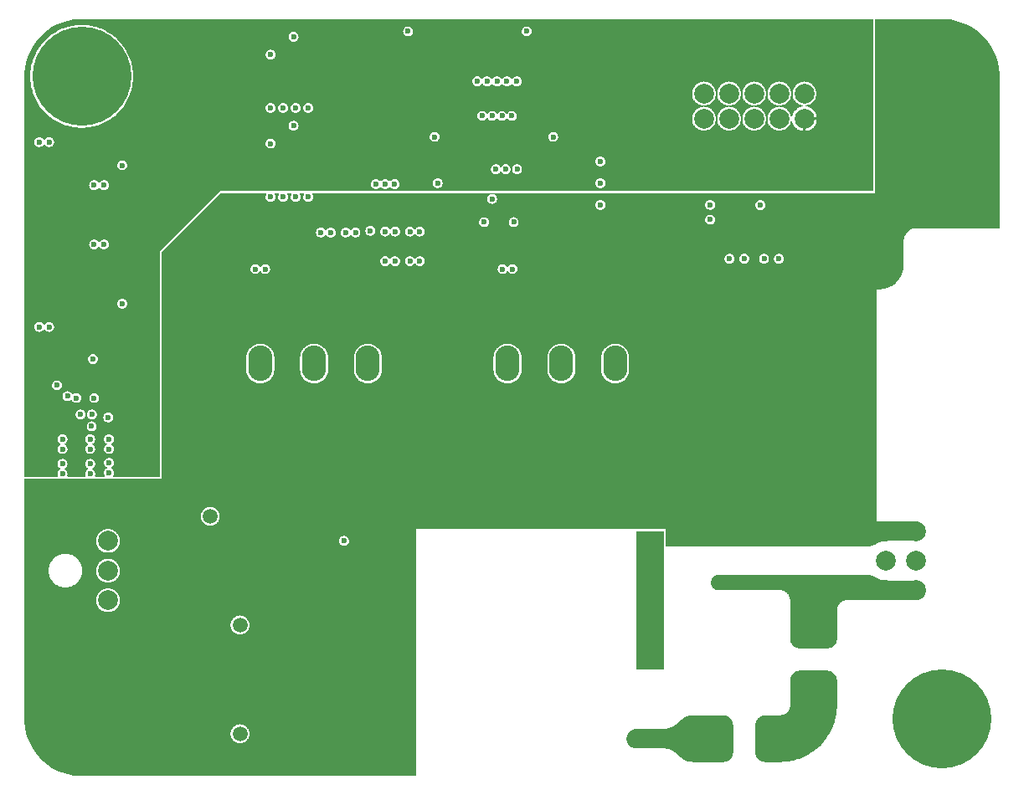
<source format=gbr>
%TF.GenerationSoftware,Altium Limited,Altium Designer,25.1.2 (22)*%
G04 Layer_Physical_Order=3*
G04 Layer_Color=16440176*
%FSLAX45Y45*%
%MOMM*%
%TF.SameCoordinates,CB1A417E-7DD8-4276-B15B-71DB2DCBA6F7*%
%TF.FilePolarity,Positive*%
%TF.FileFunction,Copper,L3,Inr,Signal*%
%TF.Part,Single*%
G01*
G75*
%TA.AperFunction,ComponentPad*%
%ADD43O,2.44000X3.60000*%
%TA.AperFunction,ViaPad*%
%ADD44C,10.00000*%
%TA.AperFunction,ComponentPad*%
%ADD45C,2.00000*%
%ADD46C,4.00000*%
%ADD47C,1.50000*%
%TA.AperFunction,ViaPad*%
%ADD48C,0.60000*%
G36*
X9385149Y7674028D02*
X9441004Y7662917D01*
X9495499Y7646386D01*
X9548115Y7624592D01*
X9598337Y7597748D01*
X9645689Y7566108D01*
X9689710Y7529981D01*
X9729980Y7489711D01*
X9766108Y7445689D01*
X9797747Y7398337D01*
X9824592Y7348115D01*
X9846386Y7295500D01*
X9862917Y7241002D01*
X9874027Y7185149D01*
X9879609Y7128475D01*
X9879609Y7100000D01*
Y5564999D01*
X9042500D01*
X9038247Y5564929D01*
X9029758Y5564373D01*
X9021324Y5563263D01*
X9012980Y5561603D01*
X9004763Y5559401D01*
X8996708Y5556667D01*
X8988848Y5553412D01*
X8981219Y5549649D01*
X8973851Y5545396D01*
X8966778Y5540669D01*
X8960029Y5535491D01*
X8953633Y5529882D01*
X8947618Y5523866D01*
X8942009Y5517471D01*
X8936830Y5510722D01*
X8932104Y5503648D01*
X8927851Y5496281D01*
X8924088Y5488651D01*
X8920833Y5480792D01*
X8918098Y5472737D01*
X8915896Y5464519D01*
X8914237Y5456176D01*
X8913126Y5447742D01*
X8912570Y5439253D01*
X8912501Y5435000D01*
Y5195000D01*
X8912500D01*
Y5187985D01*
X8911714Y5173979D01*
X8910143Y5160038D01*
X8907793Y5146208D01*
X8904671Y5132531D01*
X8900788Y5119051D01*
X8896154Y5105809D01*
X8890786Y5092849D01*
X8884699Y5080209D01*
X8877913Y5067931D01*
X8870449Y5056053D01*
X8862332Y5044611D01*
X8853585Y5033643D01*
X8844237Y5023183D01*
X8834317Y5013263D01*
X8823857Y5003915D01*
X8812889Y4995169D01*
X8801447Y4987051D01*
X8789569Y4979587D01*
X8777291Y4972801D01*
X8764652Y4966714D01*
X8751691Y4961346D01*
X8738449Y4956712D01*
X8724969Y4952829D01*
X8711292Y4949707D01*
X8697462Y4947357D01*
X8683521Y4945786D01*
X8669515Y4945000D01*
X8635000Y4945000D01*
Y2600000D01*
X9039366D01*
X9048065Y2599239D01*
X9056664Y2597723D01*
X9065099Y2595463D01*
X9073305Y2592476D01*
X9081219Y2588786D01*
X9088781Y2584420D01*
X9095934Y2579411D01*
X9102623Y2573798D01*
X9108798Y2567623D01*
X9114411Y2560934D01*
X9119419Y2553781D01*
X9123785Y2546219D01*
X9127476Y2538305D01*
X9130463Y2530099D01*
X9132722Y2521665D01*
X9134239Y2513065D01*
X9135000Y2504366D01*
Y2495634D01*
X9134239Y2486935D01*
X9132722Y2478335D01*
X9130463Y2469901D01*
X9127476Y2461695D01*
X9123785Y2453781D01*
X9119419Y2446219D01*
X9114411Y2439066D01*
X9108798Y2432377D01*
X9102623Y2426202D01*
X9095934Y2420589D01*
X9088781Y2415580D01*
X9081219Y2411214D01*
X9073305Y2407524D01*
X9065099Y2404537D01*
X9056664Y2402277D01*
X9048065Y2400761D01*
X9039366Y2400000D01*
X8735000D01*
X8735000Y2400000D01*
X8730477Y2399948D01*
X8721440Y2399540D01*
X8712430Y2398722D01*
X8703467Y2397498D01*
X8694568Y2395870D01*
X8685753Y2393842D01*
X8677037Y2391416D01*
X8668441Y2388599D01*
X8659980Y2385397D01*
X8651673Y2381815D01*
X8643537Y2377861D01*
X8635588Y2373543D01*
X8631688Y2371250D01*
X8631688Y2371250D01*
X8627814Y2368913D01*
X8619863Y2364594D01*
X8611724Y2360639D01*
X8603415Y2357056D01*
X8594952Y2353852D01*
X8586353Y2351035D01*
X8577636Y2348609D01*
X8568818Y2346579D01*
X8559917Y2344951D01*
X8550951Y2343727D01*
X8541940Y2342909D01*
X8532900Y2342500D01*
X6505097D01*
Y2500000D01*
X6505000Y2500985D01*
Y2520000D01*
X6485986D01*
X6485000Y2520097D01*
X6210000D01*
X6209015Y2520000D01*
X3980000D01*
Y20390D01*
X600000Y20390D01*
X571524Y20390D01*
X514851Y25972D01*
X458995Y37082D01*
X404500Y53613D01*
X351885Y75407D01*
X301663Y102251D01*
X254311Y133891D01*
X210289Y170018D01*
X170019Y210288D01*
X133892Y254310D01*
X102252Y301662D01*
X75408Y351884D01*
X53614Y404500D01*
X37082Y458997D01*
X25972Y514850D01*
X20390Y571524D01*
Y599999D01*
Y3019465D01*
X21224Y3029465D01*
X353871D01*
X354129Y3029490D01*
X354388Y3029471D01*
X355112Y3029562D01*
X456651D01*
X457375Y3029471D01*
X457634Y3029490D01*
X457892Y3029465D01*
X633871D01*
X634128Y3029490D01*
X634386Y3029471D01*
X635110Y3029562D01*
X736653D01*
X737377Y3029471D01*
X737636Y3029490D01*
X737893Y3029465D01*
X831287D01*
X832270Y3029562D01*
X919493D01*
X920476Y3029465D01*
X1390881D01*
X1391864Y3029562D01*
X1410881D01*
Y3048579D01*
X1410978Y3049562D01*
Y5322557D01*
X2008324Y5919903D01*
X2464865D01*
X2464891Y5919880D01*
X2469394Y5909903D01*
X2468658Y5908979D01*
X2465670Y5904224D01*
X2463233Y5899164D01*
X2461379Y5893863D01*
X2460129Y5888389D01*
X2459500Y5882808D01*
Y5877192D01*
X2460129Y5871611D01*
X2461379Y5866136D01*
X2463233Y5860836D01*
X2465670Y5855776D01*
X2468658Y5851021D01*
X2472159Y5846630D01*
X2476130Y5842659D01*
X2480521Y5839158D01*
X2485276Y5836170D01*
X2490336Y5833733D01*
X2495636Y5831879D01*
X2501111Y5830629D01*
X2506692Y5830000D01*
X2512308D01*
X2517889Y5830629D01*
X2523364Y5831879D01*
X2528664Y5833733D01*
X2533724Y5836170D01*
X2538479Y5839158D01*
X2542870Y5842659D01*
X2546841Y5846630D01*
X2550342Y5851021D01*
X2553330Y5855776D01*
X2555767Y5860836D01*
X2557621Y5866136D01*
X2558871Y5871611D01*
X2559500Y5877192D01*
Y5882808D01*
X2558871Y5888389D01*
X2557621Y5893863D01*
X2555767Y5899164D01*
X2553330Y5904224D01*
X2550342Y5908979D01*
X2549606Y5909903D01*
X2554109Y5919880D01*
X2554135Y5919903D01*
X2591865D01*
X2591890Y5919880D01*
X2596394Y5909903D01*
X2595657Y5908979D01*
X2592670Y5904224D01*
X2590233Y5899164D01*
X2588378Y5893863D01*
X2587129Y5888389D01*
X2586500Y5882808D01*
Y5877192D01*
X2587129Y5871611D01*
X2588378Y5866136D01*
X2590233Y5860836D01*
X2592670Y5855776D01*
X2595657Y5851021D01*
X2599159Y5846630D01*
X2603130Y5842659D01*
X2607521Y5839158D01*
X2612276Y5836170D01*
X2617335Y5833733D01*
X2622636Y5831879D01*
X2628111Y5830629D01*
X2633692Y5830000D01*
X2639308D01*
X2644888Y5830629D01*
X2650363Y5831879D01*
X2655664Y5833733D01*
X2660724Y5836170D01*
X2665479Y5839158D01*
X2669869Y5842659D01*
X2673840Y5846630D01*
X2677342Y5851021D01*
X2680330Y5855776D01*
X2682766Y5860836D01*
X2684621Y5866136D01*
X2685871Y5871611D01*
X2686500Y5877192D01*
Y5882808D01*
X2685871Y5888389D01*
X2684621Y5893863D01*
X2682766Y5899164D01*
X2680330Y5904224D01*
X2677342Y5908979D01*
X2676605Y5909903D01*
X2681109Y5919880D01*
X2681135Y5919903D01*
X2718865D01*
X2718891Y5919880D01*
X2723394Y5909903D01*
X2722658Y5908979D01*
X2719670Y5904224D01*
X2717233Y5899164D01*
X2715379Y5893863D01*
X2714129Y5888389D01*
X2713500Y5882808D01*
Y5877192D01*
X2714129Y5871611D01*
X2715379Y5866136D01*
X2717233Y5860836D01*
X2719670Y5855776D01*
X2722658Y5851021D01*
X2726159Y5846630D01*
X2730130Y5842659D01*
X2734521Y5839158D01*
X2739276Y5836170D01*
X2744336Y5833733D01*
X2749636Y5831879D01*
X2755111Y5830629D01*
X2760692Y5830000D01*
X2766308D01*
X2771889Y5830629D01*
X2777364Y5831879D01*
X2782664Y5833733D01*
X2787724Y5836170D01*
X2792479Y5839158D01*
X2796870Y5842659D01*
X2800841Y5846630D01*
X2804342Y5851021D01*
X2807330Y5855776D01*
X2809767Y5860836D01*
X2811621Y5866136D01*
X2812871Y5871611D01*
X2813500Y5877192D01*
Y5882808D01*
X2812871Y5888389D01*
X2811621Y5893863D01*
X2809767Y5899164D01*
X2807330Y5904224D01*
X2804342Y5908979D01*
X2803606Y5909903D01*
X2808109Y5919880D01*
X2808135Y5919903D01*
X2845865D01*
X2845891Y5919880D01*
X2850395Y5909903D01*
X2849658Y5908979D01*
X2846670Y5904224D01*
X2844234Y5899164D01*
X2842379Y5893863D01*
X2841129Y5888389D01*
X2840500Y5882808D01*
Y5877192D01*
X2841129Y5871611D01*
X2842379Y5866136D01*
X2844234Y5860836D01*
X2846670Y5855776D01*
X2849658Y5851021D01*
X2853159Y5846630D01*
X2857130Y5842659D01*
X2861521Y5839158D01*
X2866276Y5836170D01*
X2871336Y5833733D01*
X2876637Y5831879D01*
X2882112Y5830629D01*
X2887692Y5830000D01*
X2893308D01*
X2898889Y5830629D01*
X2904364Y5831879D01*
X2909664Y5833733D01*
X2914724Y5836170D01*
X2919479Y5839158D01*
X2923870Y5842659D01*
X2927841Y5846630D01*
X2931342Y5851021D01*
X2934330Y5855776D01*
X2936767Y5860836D01*
X2938622Y5866136D01*
X2939871Y5871611D01*
X2940500Y5877192D01*
Y5882808D01*
X2939871Y5888389D01*
X2938622Y5893863D01*
X2936767Y5899164D01*
X2934330Y5904224D01*
X2931342Y5908979D01*
X2930606Y5909903D01*
X2935109Y5919880D01*
X2935135Y5919903D01*
X4745769D01*
X4746330Y5909903D01*
X4741611Y5909371D01*
X4736136Y5908121D01*
X4730836Y5906267D01*
X4725776Y5903830D01*
X4721021Y5900842D01*
X4716630Y5897341D01*
X4712659Y5893370D01*
X4709158Y5888979D01*
X4706170Y5884224D01*
X4703733Y5879164D01*
X4701879Y5873864D01*
X4700629Y5868389D01*
X4700000Y5862808D01*
Y5857192D01*
X4700629Y5851611D01*
X4701879Y5846136D01*
X4703733Y5840836D01*
X4706170Y5835776D01*
X4709158Y5831021D01*
X4712659Y5826630D01*
X4716630Y5822659D01*
X4721021Y5819158D01*
X4725776Y5816170D01*
X4730836Y5813733D01*
X4736136Y5811879D01*
X4741611Y5810629D01*
X4747192Y5810000D01*
X4752808D01*
X4758389Y5810629D01*
X4763863Y5811879D01*
X4769164Y5813733D01*
X4774224Y5816170D01*
X4778979Y5819158D01*
X4783370Y5822659D01*
X4787341Y5826630D01*
X4790842Y5831021D01*
X4793830Y5835776D01*
X4796267Y5840836D01*
X4798121Y5846136D01*
X4799371Y5851611D01*
X4800000Y5857192D01*
Y5862808D01*
X4799371Y5868389D01*
X4798121Y5873864D01*
X4796267Y5879164D01*
X4793830Y5884224D01*
X4790842Y5888979D01*
X4787341Y5893370D01*
X4783370Y5897341D01*
X4778979Y5900842D01*
X4774224Y5903830D01*
X4769164Y5906267D01*
X4763863Y5908121D01*
X4758389Y5909371D01*
X4753669Y5909903D01*
X4754231Y5919903D01*
X8605000D01*
X8605981Y5919999D01*
X8625000D01*
Y5939017D01*
X8625097Y5940000D01*
Y7679609D01*
X9299999D01*
X9328475Y7679609D01*
X9385149Y7674028D01*
D02*
G37*
G36*
X8605000Y5940000D02*
X2000000D01*
X1390881Y5330881D01*
Y3049562D01*
X920476D01*
X920223Y3049793D01*
X915910Y3059562D01*
X916724Y3060583D01*
X919711Y3065338D01*
X922148Y3070397D01*
X924003Y3075698D01*
X925252Y3081173D01*
X925881Y3086754D01*
Y3092370D01*
X925252Y3097950D01*
X924003Y3103425D01*
X922148Y3108726D01*
X919711Y3113786D01*
X916724Y3118541D01*
X913222Y3122932D01*
X909251Y3126903D01*
X904861Y3130404D01*
X900105Y3133392D01*
X898626Y3134104D01*
X898369Y3134765D01*
Y3144358D01*
X898626Y3145019D01*
X900105Y3145732D01*
X904861Y3148719D01*
X909251Y3152221D01*
X913222Y3156192D01*
X916724Y3160582D01*
X919711Y3165338D01*
X922148Y3170397D01*
X924003Y3175698D01*
X925252Y3181173D01*
X925881Y3186754D01*
Y3192370D01*
X925252Y3197950D01*
X924003Y3203425D01*
X922148Y3208726D01*
X919711Y3213786D01*
X916724Y3218541D01*
X913222Y3222931D01*
X909251Y3226902D01*
X904861Y3230404D01*
X900105Y3233392D01*
X895046Y3235828D01*
X889745Y3237683D01*
X884270Y3238933D01*
X878689Y3239561D01*
X873073D01*
X867493Y3238933D01*
X862018Y3237683D01*
X856717Y3235828D01*
X851657Y3233392D01*
X846902Y3230404D01*
X842512Y3226902D01*
X838541Y3222931D01*
X835039Y3218541D01*
X832051Y3213786D01*
X829615Y3208726D01*
X827760Y3203425D01*
X826510Y3197950D01*
X825882Y3192370D01*
Y3186754D01*
X826510Y3181173D01*
X827760Y3175698D01*
X829615Y3170397D01*
X832051Y3165338D01*
X835039Y3160582D01*
X838541Y3156192D01*
X842512Y3152221D01*
X846902Y3148719D01*
X851657Y3145732D01*
X853137Y3145019D01*
X853394Y3144358D01*
Y3134765D01*
X853137Y3134104D01*
X851657Y3133392D01*
X846902Y3130404D01*
X842512Y3126903D01*
X838541Y3122932D01*
X835039Y3118541D01*
X832051Y3113786D01*
X829615Y3108726D01*
X827760Y3103425D01*
X826510Y3097950D01*
X825882Y3092370D01*
Y3086754D01*
X826510Y3081173D01*
X827760Y3075698D01*
X829615Y3070397D01*
X832051Y3065338D01*
X835039Y3060583D01*
X835853Y3059562D01*
X831540Y3049793D01*
X831287Y3049562D01*
X737893D01*
X736638Y3050448D01*
X731746Y3059562D01*
X732148Y3060397D01*
X734003Y3065698D01*
X735253Y3071173D01*
X735882Y3076754D01*
Y3082370D01*
X735253Y3087950D01*
X734003Y3093425D01*
X732148Y3098726D01*
X729712Y3103786D01*
X726724Y3108541D01*
X723223Y3112931D01*
X719252Y3116902D01*
X714861Y3120404D01*
X710106Y3123392D01*
X708626Y3124104D01*
X708369Y3124765D01*
Y3134358D01*
X708626Y3135019D01*
X710106Y3135731D01*
X714861Y3138719D01*
X719252Y3142221D01*
X723223Y3146192D01*
X726724Y3150582D01*
X729712Y3155337D01*
X732148Y3160397D01*
X734003Y3165698D01*
X735253Y3171173D01*
X735882Y3176753D01*
Y3182369D01*
X735253Y3187950D01*
X734003Y3193425D01*
X732148Y3198726D01*
X729712Y3203785D01*
X726724Y3208540D01*
X723223Y3212931D01*
X719252Y3216902D01*
X714861Y3220404D01*
X710106Y3223391D01*
X705046Y3225828D01*
X699745Y3227683D01*
X694270Y3228932D01*
X688690Y3229561D01*
X683074D01*
X677493Y3228932D01*
X672018Y3227683D01*
X666717Y3225828D01*
X661658Y3223391D01*
X656903Y3220404D01*
X652512Y3216902D01*
X648541Y3212931D01*
X645040Y3208540D01*
X642052Y3203785D01*
X639615Y3198726D01*
X637760Y3193425D01*
X636511Y3187950D01*
X635882Y3182369D01*
Y3176753D01*
X636511Y3171173D01*
X637760Y3165698D01*
X639615Y3160397D01*
X642052Y3155337D01*
X645040Y3150582D01*
X648541Y3146192D01*
X652512Y3142221D01*
X656903Y3138719D01*
X661658Y3135731D01*
X663137Y3135019D01*
X663395Y3134358D01*
Y3124765D01*
X663137Y3124104D01*
X661658Y3123392D01*
X656903Y3120404D01*
X652512Y3116902D01*
X648541Y3112931D01*
X645040Y3108541D01*
X642052Y3103786D01*
X639615Y3098726D01*
X637760Y3093425D01*
X636511Y3087950D01*
X635882Y3082370D01*
Y3076754D01*
X636511Y3071173D01*
X637760Y3065698D01*
X639615Y3060397D01*
X640018Y3059562D01*
X635126Y3050448D01*
X633871Y3049562D01*
X457892D01*
X456637Y3050448D01*
X451746Y3059562D01*
X452148Y3060398D01*
X454003Y3065698D01*
X455253Y3071173D01*
X455881Y3076754D01*
Y3082370D01*
X455253Y3087951D01*
X454003Y3093426D01*
X452148Y3098726D01*
X449712Y3103786D01*
X446724Y3108541D01*
X443222Y3112932D01*
X439251Y3116903D01*
X434861Y3120404D01*
X430106Y3123392D01*
X428626Y3124104D01*
X428369Y3124766D01*
Y3134358D01*
X428626Y3135019D01*
X430106Y3135732D01*
X434861Y3138720D01*
X439251Y3142221D01*
X443222Y3146192D01*
X446724Y3150583D01*
X449712Y3155338D01*
X452148Y3160398D01*
X454003Y3165698D01*
X455253Y3171173D01*
X455881Y3176754D01*
Y3182370D01*
X455253Y3187950D01*
X454003Y3193425D01*
X452148Y3198726D01*
X449712Y3203786D01*
X446724Y3208541D01*
X443222Y3212932D01*
X439251Y3216903D01*
X434861Y3220404D01*
X430106Y3223392D01*
X425046Y3225828D01*
X419745Y3227683D01*
X414270Y3228933D01*
X408690Y3229562D01*
X403074D01*
X397493Y3228933D01*
X392018Y3227683D01*
X386717Y3225828D01*
X381658Y3223392D01*
X376902Y3220404D01*
X372512Y3216903D01*
X368541Y3212932D01*
X365039Y3208541D01*
X362052Y3203786D01*
X359615Y3198726D01*
X357760Y3193425D01*
X356511Y3187950D01*
X355882Y3182370D01*
Y3176754D01*
X356511Y3171173D01*
X357760Y3165698D01*
X359615Y3160398D01*
X362052Y3155338D01*
X365039Y3150583D01*
X368541Y3146192D01*
X372512Y3142221D01*
X376902Y3138720D01*
X381658Y3135732D01*
X383137Y3135019D01*
X383394Y3134358D01*
Y3124766D01*
X383137Y3124104D01*
X381658Y3123392D01*
X376902Y3120404D01*
X372512Y3116903D01*
X368541Y3112932D01*
X365039Y3108541D01*
X362052Y3103786D01*
X359615Y3098726D01*
X357760Y3093426D01*
X356511Y3087951D01*
X355882Y3082370D01*
Y3076754D01*
X356511Y3071173D01*
X357760Y3065698D01*
X359615Y3060398D01*
X360018Y3059562D01*
X355126Y3050448D01*
X353871Y3049562D01*
X20390D01*
X20390Y7099999D01*
X20390Y7128475D01*
X25972Y7185148D01*
X37082Y7241004D01*
X53613Y7295499D01*
X75407Y7348114D01*
X102252Y7398336D01*
X133891Y7445688D01*
X170019Y7489710D01*
X210288Y7529980D01*
X254310Y7566107D01*
X301662Y7597747D01*
X351884Y7624591D01*
X404500Y7646385D01*
X458997Y7662917D01*
X514851Y7674027D01*
X571524Y7679608D01*
X600000Y7679609D01*
X8605000Y7679609D01*
Y5940000D01*
D02*
G37*
G36*
X8541940Y2057090D02*
X8550951Y2056273D01*
X8559917Y2055048D01*
X8568818Y2053420D01*
X8577636Y2051391D01*
X8586354Y2048965D01*
X8594952Y2046148D01*
X8603415Y2042944D01*
X8611724Y2039361D01*
X8619863Y2035406D01*
X8627814Y2031087D01*
X8631688Y2028750D01*
X8635588Y2026457D01*
X8643537Y2022139D01*
X8651673Y2018185D01*
X8659980Y2014603D01*
X8668441Y2011400D01*
X8677037Y2008583D01*
X8685753Y2006158D01*
X8694568Y2004129D01*
X8703467Y2002501D01*
X8712430Y2001277D01*
X8721440Y2000460D01*
X8730477Y2000051D01*
X8735000Y2000000D01*
X9039366D01*
X9048065Y1999239D01*
X9056664Y1997722D01*
X9065099Y1995463D01*
X9073305Y1992476D01*
X9081219Y1988785D01*
X9088781Y1984419D01*
X9095934Y1979411D01*
X9102623Y1973798D01*
X9108798Y1967623D01*
X9114411Y1960934D01*
X9119419Y1953781D01*
X9123785Y1946219D01*
X9127476Y1938305D01*
X9130463Y1930099D01*
X9132722Y1921664D01*
X9134239Y1913065D01*
X9135000Y1904366D01*
Y1895634D01*
X9134239Y1886935D01*
X9132722Y1878335D01*
X9130463Y1869901D01*
X9127476Y1861695D01*
X9123785Y1853781D01*
X9119419Y1846219D01*
X9114411Y1839066D01*
X9108798Y1832377D01*
X9102623Y1826202D01*
X9095934Y1820589D01*
X9088781Y1815580D01*
X9081219Y1811214D01*
X9073305Y1807524D01*
X9065099Y1804537D01*
X9056664Y1802277D01*
X9048065Y1800761D01*
X9039366Y1800000D01*
X8337150D01*
X8333224Y1799923D01*
X8325396Y1799307D01*
X8317641Y1798078D01*
X8310006Y1796245D01*
X8302538Y1793819D01*
X8295284Y1790814D01*
X8288288Y1787249D01*
X8281593Y1783147D01*
X8275241Y1778532D01*
X8269270Y1773432D01*
X8263718Y1767880D01*
X8258618Y1761909D01*
X8254003Y1755557D01*
X8249900Y1748862D01*
X8246336Y1741866D01*
X8243331Y1734611D01*
X8240905Y1727144D01*
X8239071Y1719509D01*
X8237843Y1711753D01*
X8237227Y1703926D01*
X8237150Y1700000D01*
Y1413050D01*
Y1409121D01*
X8236533Y1401287D01*
X8235304Y1393526D01*
X8233470Y1385885D01*
X8231041Y1378411D01*
X8228034Y1371151D01*
X8224467Y1364150D01*
X8220361Y1357450D01*
X8215742Y1351093D01*
X8210639Y1345117D01*
X8205082Y1339561D01*
X8199107Y1334457D01*
X8192750Y1329839D01*
X8186050Y1325733D01*
X8179048Y1322165D01*
X8171788Y1319158D01*
X8164315Y1316730D01*
X8156674Y1314895D01*
X8148913Y1313666D01*
X8141079Y1313050D01*
X7858921D01*
X7851087Y1313666D01*
X7843326Y1314895D01*
X7835685Y1316730D01*
X7828211Y1319158D01*
X7820952Y1322165D01*
X7813950Y1325733D01*
X7807250Y1329839D01*
X7800893Y1334457D01*
X7794917Y1339561D01*
X7789361Y1345117D01*
X7784257Y1351093D01*
X7779639Y1357450D01*
X7775533Y1364150D01*
X7771965Y1371151D01*
X7768958Y1378411D01*
X7766530Y1385885D01*
X7764695Y1393526D01*
X7763466Y1401287D01*
X7762850Y1409121D01*
Y1413050D01*
Y1802500D01*
X7762773Y1806425D01*
X7762157Y1814253D01*
X7760928Y1822009D01*
X7759095Y1829644D01*
X7756669Y1837111D01*
X7753664Y1844365D01*
X7750099Y1851362D01*
X7745997Y1858056D01*
X7741382Y1864409D01*
X7736282Y1870380D01*
X7730730Y1875932D01*
X7724759Y1881031D01*
X7718407Y1885646D01*
X7711712Y1889749D01*
X7704716Y1893314D01*
X7697461Y1896319D01*
X7689994Y1898745D01*
X7682359Y1900578D01*
X7674603Y1901806D01*
X7666776Y1902422D01*
X7662850Y1902500D01*
X7036192D01*
X7028614Y1903246D01*
X7021146Y1904732D01*
X7013859Y1906942D01*
X7006824Y1909856D01*
X7000108Y1913445D01*
X6993777Y1917676D01*
X6987891Y1922506D01*
X6982506Y1927891D01*
X6977676Y1933777D01*
X6973445Y1940108D01*
X6969856Y1946824D01*
X6966942Y1953859D01*
X6964732Y1961146D01*
X6963246Y1968614D01*
X6962500Y1976192D01*
Y1983807D01*
X6963246Y1991385D01*
X6964732Y1998853D01*
X6966942Y2006140D01*
X6969856Y2013175D01*
X6973445Y2019891D01*
X6977676Y2026222D01*
X6982506Y2032108D01*
X6987891Y2037492D01*
X6993777Y2042323D01*
X7000108Y2046554D01*
X7006824Y2050143D01*
X7013859Y2053057D01*
X7021146Y2055267D01*
X7028614Y2056753D01*
X7036192Y2057500D01*
X8532900D01*
X8541940Y2057090D01*
D02*
G37*
G36*
X6485000Y1100000D02*
X6210000D01*
Y2500000D01*
X6485000D01*
Y1100000D01*
D02*
G37*
G36*
X8148913Y1086333D02*
X8156674Y1085104D01*
X8164315Y1083269D01*
X8171788Y1080841D01*
X8179048Y1077834D01*
X8186050Y1074267D01*
X8192750Y1070161D01*
X8199107Y1065542D01*
X8205082Y1060439D01*
X8210639Y1054882D01*
X8215742Y1048907D01*
X8220361Y1042550D01*
X8224467Y1035850D01*
X8228034Y1028848D01*
X8231041Y1021588D01*
X8233470Y1014115D01*
X8235304Y1006474D01*
X8236533Y998713D01*
X8237150Y990879D01*
Y986950D01*
Y737150D01*
Y726898D01*
X8236418Y706406D01*
X8234955Y685954D01*
X8232764Y665567D01*
X8229845Y645270D01*
X8226205Y625092D01*
X8221846Y605056D01*
X8216775Y585188D01*
X8210998Y565514D01*
X8204523Y546059D01*
X8197357Y526847D01*
X8189511Y507903D01*
X8180993Y489251D01*
X8171814Y470915D01*
X8161987Y452919D01*
X8151525Y435285D01*
X8140439Y418035D01*
X8128745Y401192D01*
X8116457Y384777D01*
X8103591Y368812D01*
X8090163Y353315D01*
X8076191Y338308D01*
X8061692Y323809D01*
X8046685Y309837D01*
X8031188Y296409D01*
X8015222Y283543D01*
X7998808Y271255D01*
X7981965Y259561D01*
X7964715Y248475D01*
X7947081Y238012D01*
X7929084Y228185D01*
X7910748Y219007D01*
X7892097Y210489D01*
X7873153Y202642D01*
X7853941Y195477D01*
X7834486Y189001D01*
X7814812Y183224D01*
X7794944Y178154D01*
X7774908Y173795D01*
X7754729Y170154D01*
X7734433Y167236D01*
X7714046Y165044D01*
X7693594Y163582D01*
X7673102Y162850D01*
X7509121D01*
X7501287Y163466D01*
X7493526Y164695D01*
X7485885Y166530D01*
X7478411Y168958D01*
X7471151Y171965D01*
X7464150Y175533D01*
X7457450Y179639D01*
X7451093Y184257D01*
X7445117Y189361D01*
X7439561Y194917D01*
X7434457Y200893D01*
X7429839Y207250D01*
X7425733Y213950D01*
X7422165Y220952D01*
X7419158Y228211D01*
X7416730Y235685D01*
X7414895Y243326D01*
X7413666Y251087D01*
X7413050Y258921D01*
Y262850D01*
Y537150D01*
Y541079D01*
X7413666Y548913D01*
X7414895Y556674D01*
X7416730Y564315D01*
X7419158Y571788D01*
X7422165Y579048D01*
X7425733Y586050D01*
X7429839Y592750D01*
X7434457Y599107D01*
X7439561Y605082D01*
X7445117Y610639D01*
X7451093Y615742D01*
X7457450Y620361D01*
X7464150Y624467D01*
X7471151Y628034D01*
X7478411Y631041D01*
X7485885Y633470D01*
X7493526Y635304D01*
X7501287Y636533D01*
X7509121Y637150D01*
X7662850D01*
X7666776Y637227D01*
X7674603Y637843D01*
X7682359Y639071D01*
X7689994Y640904D01*
X7697461Y643331D01*
X7704716Y646336D01*
X7711712Y649900D01*
X7718407Y654003D01*
X7724759Y658618D01*
X7730730Y663718D01*
X7736282Y669270D01*
X7741382Y675241D01*
X7745997Y681593D01*
X7750099Y688288D01*
X7753664Y695284D01*
X7756669Y702538D01*
X7759095Y710006D01*
X7760928Y717641D01*
X7762157Y725396D01*
X7762773Y733224D01*
X7762850Y737150D01*
Y986950D01*
Y990879D01*
X7763466Y998713D01*
X7764695Y1006474D01*
X7766530Y1014115D01*
X7768958Y1021588D01*
X7771965Y1028848D01*
X7775533Y1035850D01*
X7779639Y1042550D01*
X7784257Y1048907D01*
X7789361Y1054882D01*
X7794917Y1060439D01*
X7800893Y1065542D01*
X7807250Y1070161D01*
X7813950Y1074267D01*
X7820952Y1077834D01*
X7828211Y1080841D01*
X7835685Y1083269D01*
X7843326Y1085104D01*
X7851087Y1086333D01*
X7858921Y1086950D01*
X8141079D01*
X8148913Y1086333D01*
D02*
G37*
G36*
X7086950Y637150D02*
X7090879D01*
X7098713Y636533D01*
X7106474Y635304D01*
X7114115Y633469D01*
X7121588Y631041D01*
X7128848Y628034D01*
X7135850Y624467D01*
X7142550Y620361D01*
X7148907Y615742D01*
X7154882Y610639D01*
X7160439Y605082D01*
X7165542Y599107D01*
X7170161Y592750D01*
X7174267Y586050D01*
X7177834Y579048D01*
X7180841Y571788D01*
X7183269Y564315D01*
X7185104Y556674D01*
X7186333Y548913D01*
X7186950Y541079D01*
Y537150D01*
X7186950D01*
X7186950Y262850D01*
Y258920D01*
X7186333Y251087D01*
X7185104Y243325D01*
X7183269Y235685D01*
X7180841Y228211D01*
X7177834Y220951D01*
X7174267Y213950D01*
X7170161Y207250D01*
X7165542Y200892D01*
X7160439Y194917D01*
X7154882Y189361D01*
X7148907Y184257D01*
X7142549Y179638D01*
X7135849Y175533D01*
X7128848Y171965D01*
X7121588Y168958D01*
X7114115Y166530D01*
X7106474Y164695D01*
X7098712Y163466D01*
X7090879Y162850D01*
X7086950Y162850D01*
X6781175D01*
X6770515Y163419D01*
X6759901Y164556D01*
X6749362Y166258D01*
X6738930Y168519D01*
X6728632Y171334D01*
X6718500Y174694D01*
X6708561Y178589D01*
X6698844Y183009D01*
X6689377Y187941D01*
X6680186Y193371D01*
X6671298Y199283D01*
X6662738Y205661D01*
X6654530Y212487D01*
X6646698Y219740D01*
X6639264Y227401D01*
X6635756Y231425D01*
X6632196Y235400D01*
X6624765Y243058D01*
X6616935Y250309D01*
X6608731Y257132D01*
X6600173Y263508D01*
X6591289Y269418D01*
X6582101Y274846D01*
X6572637Y279776D01*
X6562923Y284195D01*
X6552988Y288089D01*
X6542859Y291447D01*
X6532566Y294261D01*
X6522137Y296521D01*
X6511602Y298222D01*
X6500991Y299359D01*
X6490335Y299928D01*
X6485000Y299999D01*
X6485000Y300000D01*
X6205634D01*
X6196935Y300761D01*
X6188335Y302277D01*
X6179901Y304537D01*
X6171695Y307524D01*
X6163781Y311214D01*
X6156219Y315580D01*
X6149066Y320589D01*
X6142377Y326202D01*
X6136202Y332377D01*
X6130589Y339066D01*
X6125580Y346219D01*
X6121214Y353781D01*
X6117524Y361695D01*
X6114537Y369901D01*
X6112277Y378335D01*
X6110761Y386935D01*
X6110000Y395634D01*
Y404366D01*
X6110761Y413065D01*
X6112277Y421664D01*
X6114537Y430099D01*
X6117524Y438305D01*
X6121214Y446219D01*
X6125580Y453781D01*
X6130589Y460934D01*
X6136202Y467623D01*
X6142377Y473798D01*
X6149066Y479411D01*
X6156219Y484419D01*
X6163781Y488785D01*
X6171695Y492476D01*
X6179901Y495463D01*
X6188335Y497722D01*
X6196935Y499239D01*
X6205634Y500000D01*
X6485000D01*
X6490336Y500071D01*
X6500992Y500640D01*
X6511602Y501777D01*
X6522137Y503478D01*
X6532566Y505738D01*
X6542860Y508552D01*
X6552988Y511911D01*
X6562924Y515805D01*
X6572637Y520223D01*
X6582101Y525153D01*
X6591289Y530581D01*
X6600174Y536491D01*
X6608731Y542867D01*
X6616936Y549690D01*
X6624765Y556941D01*
X6632196Y564600D01*
X6635756Y568575D01*
X6635756D01*
X6639264Y572598D01*
X6646698Y580259D01*
X6654530Y587512D01*
X6662738Y594338D01*
X6671298Y600716D01*
X6680186Y606628D01*
X6689377Y612058D01*
X6698844Y616990D01*
X6708561Y621410D01*
X6718500Y625306D01*
X6728632Y628666D01*
X6738930Y631480D01*
X6749363Y633741D01*
X6759901Y635443D01*
X6770515Y636580D01*
X6781175Y637150D01*
X6786513D01*
X6786513Y637150D01*
X7086950Y637150D01*
D02*
G37*
%LPC*%
G36*
X5847808Y5850000D02*
X5842192D01*
X5836611Y5849371D01*
X5831136Y5848122D01*
X5825835Y5846267D01*
X5820776Y5843830D01*
X5816021Y5840843D01*
X5811630Y5837341D01*
X5807659Y5833370D01*
X5804158Y5828979D01*
X5801170Y5824224D01*
X5798733Y5819165D01*
X5796878Y5813864D01*
X5795629Y5808389D01*
X5795000Y5802808D01*
Y5797192D01*
X5795629Y5791612D01*
X5796878Y5786137D01*
X5798733Y5780836D01*
X5801170Y5775776D01*
X5804158Y5771021D01*
X5807659Y5766631D01*
X5811630Y5762660D01*
X5816021Y5759158D01*
X5820776Y5756170D01*
X5825835Y5753734D01*
X5831136Y5751879D01*
X5836611Y5750629D01*
X5842192Y5750000D01*
X5847808D01*
X5853388Y5750629D01*
X5858863Y5751879D01*
X5864164Y5753734D01*
X5869224Y5756170D01*
X5873979Y5759158D01*
X5878369Y5762660D01*
X5882341Y5766631D01*
X5885842Y5771021D01*
X5888830Y5775776D01*
X5891266Y5780836D01*
X5893121Y5786137D01*
X5894371Y5791612D01*
X5895000Y5797192D01*
Y5802808D01*
X5894371Y5808389D01*
X5893121Y5813864D01*
X5891266Y5819165D01*
X5888830Y5824224D01*
X5885842Y5828979D01*
X5882341Y5833370D01*
X5878369Y5837341D01*
X5873979Y5840843D01*
X5869224Y5843830D01*
X5864164Y5846267D01*
X5858863Y5848122D01*
X5853388Y5849371D01*
X5847808Y5850000D01*
D02*
G37*
G36*
X6957808Y5850000D02*
X6952192D01*
X6946611Y5849371D01*
X6941136Y5848121D01*
X6935836Y5846267D01*
X6930776Y5843830D01*
X6926021Y5840842D01*
X6921630Y5837341D01*
X6917659Y5833370D01*
X6914158Y5828979D01*
X6911170Y5824224D01*
X6908733Y5819164D01*
X6906879Y5813864D01*
X6905629Y5808389D01*
X6905000Y5802808D01*
Y5797192D01*
X6905629Y5791611D01*
X6906879Y5786137D01*
X6908733Y5780836D01*
X6911170Y5775776D01*
X6914158Y5771021D01*
X6917659Y5766630D01*
X6921630Y5762659D01*
X6926021Y5759158D01*
X6930776Y5756170D01*
X6935836Y5753733D01*
X6941136Y5751879D01*
X6946611Y5750629D01*
X6952192Y5750000D01*
X6957808D01*
X6963389Y5750629D01*
X6968864Y5751879D01*
X6974164Y5753733D01*
X6979224Y5756170D01*
X6983979Y5759158D01*
X6988370Y5762659D01*
X6992341Y5766630D01*
X6995842Y5771021D01*
X6998830Y5775776D01*
X7001267Y5780836D01*
X7003121Y5786137D01*
X7004371Y5791611D01*
X7005000Y5797192D01*
Y5802808D01*
X7004371Y5808389D01*
X7003121Y5813864D01*
X7001267Y5819164D01*
X6998830Y5824224D01*
X6995842Y5828979D01*
X6992341Y5833370D01*
X6988370Y5837341D01*
X6983979Y5840842D01*
X6979224Y5843830D01*
X6974164Y5846267D01*
X6968864Y5848121D01*
X6963389Y5849371D01*
X6957808Y5850000D01*
D02*
G37*
G36*
X7465308Y5847500D02*
X7459692D01*
X7454111Y5846871D01*
X7448636Y5845622D01*
X7443336Y5843767D01*
X7438276Y5841330D01*
X7433521Y5838342D01*
X7429130Y5834841D01*
X7425159Y5830870D01*
X7421658Y5826479D01*
X7418670Y5821724D01*
X7416233Y5816665D01*
X7414379Y5811364D01*
X7413129Y5805889D01*
X7412500Y5800308D01*
Y5794692D01*
X7413129Y5789112D01*
X7414379Y5783637D01*
X7416233Y5778336D01*
X7418670Y5773276D01*
X7421658Y5768521D01*
X7425159Y5764130D01*
X7429130Y5760159D01*
X7433521Y5756658D01*
X7438276Y5753670D01*
X7443336Y5751234D01*
X7448636Y5749379D01*
X7454111Y5748129D01*
X7459692Y5747500D01*
X7465308D01*
X7470889Y5748129D01*
X7476364Y5749379D01*
X7481664Y5751234D01*
X7486724Y5753670D01*
X7491479Y5756658D01*
X7495870Y5760159D01*
X7499841Y5764130D01*
X7503342Y5768521D01*
X7506330Y5773276D01*
X7508767Y5778336D01*
X7510621Y5783637D01*
X7511871Y5789112D01*
X7512500Y5794692D01*
Y5800308D01*
X7511871Y5805889D01*
X7510621Y5811364D01*
X7508767Y5816665D01*
X7506330Y5821724D01*
X7503342Y5826479D01*
X7499841Y5830870D01*
X7495870Y5834841D01*
X7491479Y5838342D01*
X7486724Y5841330D01*
X7481664Y5843767D01*
X7476364Y5845622D01*
X7470889Y5846871D01*
X7465308Y5847500D01*
D02*
G37*
G36*
X6957808Y5700000D02*
X6952192D01*
X6946612Y5699371D01*
X6941137Y5698121D01*
X6935836Y5696267D01*
X6930776Y5693830D01*
X6926021Y5690842D01*
X6921631Y5687341D01*
X6917660Y5683370D01*
X6914158Y5678979D01*
X6911170Y5674224D01*
X6908734Y5669164D01*
X6906879Y5663864D01*
X6905629Y5658389D01*
X6905000Y5652808D01*
Y5647192D01*
X6905629Y5641612D01*
X6906879Y5636137D01*
X6908734Y5630836D01*
X6911170Y5625776D01*
X6914158Y5621021D01*
X6917660Y5616630D01*
X6921631Y5612659D01*
X6926021Y5609158D01*
X6930776Y5606170D01*
X6935836Y5603734D01*
X6941137Y5601879D01*
X6946612Y5600629D01*
X6952192Y5600000D01*
X6957808D01*
X6963389Y5600629D01*
X6968864Y5601879D01*
X6974165Y5603734D01*
X6979224Y5606170D01*
X6983979Y5609158D01*
X6988370Y5612659D01*
X6992341Y5616630D01*
X6995842Y5621021D01*
X6998830Y5625776D01*
X7001267Y5630836D01*
X7003122Y5636137D01*
X7004371Y5641612D01*
X7005000Y5647192D01*
Y5652808D01*
X7004371Y5658389D01*
X7003122Y5663864D01*
X7001267Y5669164D01*
X6998830Y5674224D01*
X6995842Y5678979D01*
X6992341Y5683370D01*
X6988370Y5687341D01*
X6983979Y5690842D01*
X6979224Y5693830D01*
X6974165Y5696267D01*
X6968864Y5698121D01*
X6963389Y5699371D01*
X6957808Y5700000D01*
D02*
G37*
G36*
X4971543Y5675239D02*
X4965927D01*
X4960346Y5674610D01*
X4954871Y5673360D01*
X4949570Y5671506D01*
X4944511Y5669069D01*
X4939756Y5666081D01*
X4935365Y5662580D01*
X4931394Y5658609D01*
X4927893Y5654218D01*
X4924905Y5649463D01*
X4922468Y5644403D01*
X4920613Y5639103D01*
X4919364Y5633628D01*
X4918735Y5628047D01*
Y5622431D01*
X4919364Y5616850D01*
X4920613Y5611375D01*
X4922468Y5606075D01*
X4924905Y5601015D01*
X4927893Y5596260D01*
X4931394Y5591869D01*
X4935365Y5587898D01*
X4939756Y5584397D01*
X4944511Y5581409D01*
X4949570Y5578972D01*
X4954871Y5577118D01*
X4960346Y5575868D01*
X4965927Y5575239D01*
X4971543D01*
X4977123Y5575868D01*
X4982598Y5577118D01*
X4987899Y5578972D01*
X4992959Y5581409D01*
X4997714Y5584397D01*
X5002105Y5587898D01*
X5006076Y5591869D01*
X5009577Y5596260D01*
X5012565Y5601015D01*
X5015001Y5606075D01*
X5016856Y5611375D01*
X5018106Y5616850D01*
X5018735Y5622431D01*
Y5628047D01*
X5018106Y5633628D01*
X5016856Y5639103D01*
X5015001Y5644403D01*
X5012565Y5649463D01*
X5009577Y5654218D01*
X5006076Y5658609D01*
X5002105Y5662580D01*
X4997714Y5666081D01*
X4992959Y5669069D01*
X4987899Y5671506D01*
X4982598Y5673360D01*
X4977123Y5674610D01*
X4971543Y5675239D01*
D02*
G37*
G36*
X4671543D02*
X4665927D01*
X4660346Y5674610D01*
X4654871Y5673360D01*
X4649571Y5671506D01*
X4644511Y5669069D01*
X4639756Y5666081D01*
X4635365Y5662580D01*
X4631394Y5658609D01*
X4627893Y5654218D01*
X4624905Y5649463D01*
X4622468Y5644403D01*
X4620614Y5639103D01*
X4619364Y5633628D01*
X4618735Y5628047D01*
Y5622431D01*
X4619364Y5616850D01*
X4620614Y5611375D01*
X4622468Y5606075D01*
X4624905Y5601015D01*
X4627893Y5596260D01*
X4631394Y5591869D01*
X4635365Y5587898D01*
X4639756Y5584397D01*
X4644511Y5581409D01*
X4649571Y5578972D01*
X4654871Y5577118D01*
X4660346Y5575868D01*
X4665927Y5575239D01*
X4671543D01*
X4677123Y5575868D01*
X4682598Y5577118D01*
X4687899Y5578972D01*
X4692959Y5581409D01*
X4697714Y5584397D01*
X4702105Y5587898D01*
X4706076Y5591869D01*
X4709577Y5596260D01*
X4712565Y5601015D01*
X4715001Y5606075D01*
X4716856Y5611375D01*
X4718106Y5616850D01*
X4718735Y5622431D01*
Y5628047D01*
X4718106Y5633628D01*
X4716856Y5639103D01*
X4715001Y5644403D01*
X4712565Y5649463D01*
X4709577Y5654218D01*
X4706076Y5658609D01*
X4702105Y5662580D01*
X4697714Y5666081D01*
X4692959Y5669069D01*
X4687899Y5671506D01*
X4682598Y5673360D01*
X4677123Y5674610D01*
X4671543Y5675239D01*
D02*
G37*
G36*
X3771543Y5580239D02*
X3765927D01*
X3760346Y5579610D01*
X3754871Y5578360D01*
X3749571Y5576505D01*
X3744511Y5574069D01*
X3739756Y5571081D01*
X3735365Y5567580D01*
X3731394Y5563609D01*
X3727893Y5559218D01*
X3724905Y5554463D01*
X3724192Y5552984D01*
X3723531Y5552726D01*
X3713939D01*
X3713278Y5552984D01*
X3712565Y5554463D01*
X3709577Y5559218D01*
X3706076Y5563609D01*
X3702105Y5567580D01*
X3697714Y5571081D01*
X3692959Y5574069D01*
X3687899Y5576505D01*
X3682599Y5578360D01*
X3677124Y5579610D01*
X3671543Y5580239D01*
X3665927D01*
X3660347Y5579610D01*
X3654872Y5578360D01*
X3649571Y5576505D01*
X3644511Y5574069D01*
X3639756Y5571081D01*
X3635365Y5567580D01*
X3631394Y5563609D01*
X3627893Y5559218D01*
X3624905Y5554463D01*
X3622468Y5549403D01*
X3620614Y5544102D01*
X3619364Y5538627D01*
X3618735Y5533047D01*
Y5527431D01*
X3619364Y5521850D01*
X3620614Y5516375D01*
X3622468Y5511075D01*
X3624905Y5506015D01*
X3627893Y5501260D01*
X3631394Y5496869D01*
X3635365Y5492898D01*
X3639756Y5489397D01*
X3644511Y5486409D01*
X3649571Y5483972D01*
X3654872Y5482118D01*
X3660347Y5480868D01*
X3665927Y5480239D01*
X3671543D01*
X3677124Y5480868D01*
X3682599Y5482118D01*
X3687899Y5483972D01*
X3692959Y5486409D01*
X3697714Y5489397D01*
X3702105Y5492898D01*
X3706076Y5496869D01*
X3709577Y5501260D01*
X3712565Y5506015D01*
X3713278Y5507494D01*
X3713939Y5507752D01*
X3723531D01*
X3724192Y5507494D01*
X3724905Y5506015D01*
X3727893Y5501260D01*
X3731394Y5496869D01*
X3735365Y5492898D01*
X3739756Y5489397D01*
X3744511Y5486409D01*
X3749571Y5483972D01*
X3754871Y5482118D01*
X3760346Y5480868D01*
X3765927Y5480239D01*
X3771543D01*
X3777124Y5480868D01*
X3782598Y5482118D01*
X3787899Y5483972D01*
X3792959Y5486409D01*
X3797714Y5489397D01*
X3802105Y5492898D01*
X3806076Y5496869D01*
X3809577Y5501260D01*
X3812565Y5506015D01*
X3815002Y5511075D01*
X3816856Y5516375D01*
X3818106Y5521850D01*
X3818735Y5527431D01*
Y5533047D01*
X3818106Y5538627D01*
X3816856Y5544102D01*
X3815002Y5549403D01*
X3812565Y5554463D01*
X3809577Y5559218D01*
X3806076Y5563609D01*
X3802105Y5567580D01*
X3797714Y5571081D01*
X3792959Y5574069D01*
X3787899Y5576505D01*
X3782598Y5578360D01*
X3777124Y5579610D01*
X3771543Y5580239D01*
D02*
G37*
G36*
X4021543Y5580239D02*
X4015927D01*
X4010346Y5579610D01*
X4004871Y5578360D01*
X3999571Y5576505D01*
X3994511Y5574069D01*
X3989756Y5571081D01*
X3985365Y5567579D01*
X3981394Y5563608D01*
X3977893Y5559218D01*
X3974905Y5554463D01*
X3974192Y5552983D01*
X3973531Y5552726D01*
X3963939D01*
X3963278Y5552983D01*
X3962565Y5554463D01*
X3959577Y5559218D01*
X3956076Y5563608D01*
X3952105Y5567579D01*
X3947714Y5571081D01*
X3942959Y5574069D01*
X3937899Y5576505D01*
X3932599Y5578360D01*
X3927124Y5579610D01*
X3921543Y5580239D01*
X3915927D01*
X3910347Y5579610D01*
X3904872Y5578360D01*
X3899571Y5576505D01*
X3894511Y5574069D01*
X3889756Y5571081D01*
X3885365Y5567579D01*
X3881394Y5563608D01*
X3877893Y5559218D01*
X3874905Y5554463D01*
X3872469Y5549403D01*
X3870614Y5544102D01*
X3869364Y5538627D01*
X3868735Y5533047D01*
Y5527431D01*
X3869364Y5521850D01*
X3870614Y5516375D01*
X3872469Y5511074D01*
X3874905Y5506015D01*
X3877893Y5501260D01*
X3881394Y5496869D01*
X3885365Y5492898D01*
X3889756Y5489396D01*
X3894511Y5486409D01*
X3899571Y5483972D01*
X3904872Y5482117D01*
X3910347Y5480868D01*
X3915927Y5480239D01*
X3921543D01*
X3927124Y5480868D01*
X3932599Y5482117D01*
X3937899Y5483972D01*
X3942959Y5486409D01*
X3947714Y5489396D01*
X3952105Y5492898D01*
X3956076Y5496869D01*
X3959577Y5501260D01*
X3962565Y5506015D01*
X3963278Y5507494D01*
X3963939Y5507751D01*
X3973531D01*
X3974192Y5507494D01*
X3974905Y5506015D01*
X3977893Y5501260D01*
X3981394Y5496869D01*
X3985365Y5492898D01*
X3989756Y5489396D01*
X3994511Y5486409D01*
X3999571Y5483972D01*
X4004871Y5482117D01*
X4010346Y5480868D01*
X4015927Y5480239D01*
X4021543D01*
X4027124Y5480868D01*
X4032598Y5482117D01*
X4037899Y5483972D01*
X4042959Y5486409D01*
X4047714Y5489396D01*
X4052105Y5492898D01*
X4056076Y5496869D01*
X4059577Y5501260D01*
X4062565Y5506015D01*
X4065002Y5511074D01*
X4066856Y5516375D01*
X4068106Y5521850D01*
X4068735Y5527431D01*
Y5533047D01*
X4068106Y5538627D01*
X4066856Y5544102D01*
X4065002Y5549403D01*
X4062565Y5554463D01*
X4059577Y5559218D01*
X4056076Y5563608D01*
X4052105Y5567579D01*
X4047714Y5571081D01*
X4042959Y5574069D01*
X4037899Y5576505D01*
X4032598Y5578360D01*
X4027124Y5579610D01*
X4021543Y5580239D01*
D02*
G37*
G36*
X3371543Y5570239D02*
X3365927D01*
X3360346Y5569610D01*
X3354871Y5568360D01*
X3349571Y5566505D01*
X3344511Y5564069D01*
X3339756Y5561081D01*
X3335365Y5557579D01*
X3331394Y5553608D01*
X3327893Y5549218D01*
X3324905Y5544463D01*
X3324192Y5542983D01*
X3323531Y5542726D01*
X3313939D01*
X3313278Y5542983D01*
X3312565Y5544463D01*
X3309577Y5549218D01*
X3306076Y5553608D01*
X3302105Y5557579D01*
X3297714Y5561081D01*
X3292959Y5564069D01*
X3287899Y5566505D01*
X3282599Y5568360D01*
X3277124Y5569610D01*
X3271543Y5570239D01*
X3265927D01*
X3260347Y5569610D01*
X3254872Y5568360D01*
X3249571Y5566505D01*
X3244511Y5564069D01*
X3239756Y5561081D01*
X3235365Y5557579D01*
X3231394Y5553608D01*
X3227893Y5549218D01*
X3224905Y5544463D01*
X3222469Y5539403D01*
X3220614Y5534102D01*
X3219364Y5528627D01*
X3218735Y5523047D01*
Y5517431D01*
X3219364Y5511850D01*
X3220614Y5506375D01*
X3222469Y5501074D01*
X3224905Y5496015D01*
X3227893Y5491260D01*
X3231394Y5486869D01*
X3235365Y5482898D01*
X3239756Y5479396D01*
X3244511Y5476409D01*
X3249571Y5473972D01*
X3254872Y5472117D01*
X3260347Y5470868D01*
X3265927Y5470239D01*
X3271543D01*
X3277124Y5470868D01*
X3282599Y5472117D01*
X3287899Y5473972D01*
X3292959Y5476409D01*
X3297714Y5479396D01*
X3302105Y5482898D01*
X3306076Y5486869D01*
X3309577Y5491260D01*
X3312565Y5496015D01*
X3313278Y5497494D01*
X3313939Y5497752D01*
X3323531D01*
X3324192Y5497494D01*
X3324905Y5496015D01*
X3327893Y5491260D01*
X3331394Y5486869D01*
X3335365Y5482898D01*
X3339756Y5479396D01*
X3344511Y5476409D01*
X3349571Y5473972D01*
X3354871Y5472117D01*
X3360346Y5470868D01*
X3365927Y5470239D01*
X3371543D01*
X3377124Y5470868D01*
X3382599Y5472117D01*
X3387899Y5473972D01*
X3392959Y5476409D01*
X3397714Y5479396D01*
X3402105Y5482898D01*
X3406076Y5486869D01*
X3409577Y5491260D01*
X3412565Y5496015D01*
X3415002Y5501074D01*
X3416856Y5506375D01*
X3418106Y5511850D01*
X3418735Y5517431D01*
Y5523047D01*
X3418106Y5528627D01*
X3416856Y5534102D01*
X3415002Y5539403D01*
X3412565Y5544463D01*
X3409577Y5549218D01*
X3406076Y5553608D01*
X3402105Y5557579D01*
X3397714Y5561081D01*
X3392959Y5564069D01*
X3387899Y5566505D01*
X3382599Y5568360D01*
X3377124Y5569610D01*
X3371543Y5570239D01*
D02*
G37*
G36*
X3121542D02*
X3115926D01*
X3110346Y5569610D01*
X3104871Y5568360D01*
X3099570Y5566505D01*
X3094510Y5564069D01*
X3089755Y5561081D01*
X3085365Y5557579D01*
X3081394Y5553608D01*
X3077892Y5549218D01*
X3074904Y5544463D01*
X3074192Y5542983D01*
X3073531Y5542726D01*
X3063938D01*
X3063277Y5542983D01*
X3062565Y5544463D01*
X3059577Y5549218D01*
X3056075Y5553608D01*
X3052104Y5557579D01*
X3047714Y5561081D01*
X3042959Y5564069D01*
X3037899Y5566505D01*
X3032598Y5568360D01*
X3027123Y5569610D01*
X3021543Y5570239D01*
X3015927D01*
X3010346Y5569610D01*
X3004871Y5568360D01*
X2999570Y5566505D01*
X2994511Y5564069D01*
X2989756Y5561081D01*
X2985365Y5557579D01*
X2981394Y5553608D01*
X2977892Y5549218D01*
X2974905Y5544463D01*
X2972468Y5539403D01*
X2970613Y5534102D01*
X2969364Y5528627D01*
X2968735Y5523047D01*
Y5517431D01*
X2969364Y5511850D01*
X2970613Y5506375D01*
X2972468Y5501074D01*
X2974905Y5496015D01*
X2977892Y5491260D01*
X2981394Y5486869D01*
X2985365Y5482898D01*
X2989756Y5479396D01*
X2994511Y5476409D01*
X2999570Y5473972D01*
X3004871Y5472117D01*
X3010346Y5470868D01*
X3015927Y5470239D01*
X3021543D01*
X3027123Y5470868D01*
X3032598Y5472117D01*
X3037899Y5473972D01*
X3042959Y5476409D01*
X3047714Y5479396D01*
X3052104Y5482898D01*
X3056075Y5486869D01*
X3059577Y5491260D01*
X3062565Y5496015D01*
X3063277Y5497494D01*
X3063938Y5497752D01*
X3073531D01*
X3074192Y5497494D01*
X3074904Y5496015D01*
X3077892Y5491260D01*
X3081394Y5486869D01*
X3085365Y5482898D01*
X3089755Y5479396D01*
X3094510Y5476409D01*
X3099570Y5473972D01*
X3104871Y5472117D01*
X3110346Y5470868D01*
X3115926Y5470239D01*
X3121542D01*
X3127123Y5470868D01*
X3132598Y5472117D01*
X3137899Y5473972D01*
X3142958Y5476409D01*
X3147714Y5479396D01*
X3152104Y5482898D01*
X3156075Y5486869D01*
X3159577Y5491260D01*
X3162564Y5496015D01*
X3165001Y5501074D01*
X3166856Y5506375D01*
X3168105Y5511850D01*
X3168734Y5517431D01*
Y5523047D01*
X3168105Y5528627D01*
X3166856Y5534102D01*
X3165001Y5539403D01*
X3162564Y5544463D01*
X3159577Y5549218D01*
X3156075Y5553608D01*
X3152104Y5557579D01*
X3147714Y5561081D01*
X3142958Y5564069D01*
X3137899Y5566505D01*
X3132598Y5568360D01*
X3127123Y5569610D01*
X3121542Y5570239D01*
D02*
G37*
G36*
X3521543Y5587739D02*
X3515927D01*
X3510346Y5587110D01*
X3504871Y5585860D01*
X3499571Y5584006D01*
X3494511Y5581569D01*
X3489756Y5578581D01*
X3485365Y5575080D01*
X3481394Y5571109D01*
X3477893Y5566718D01*
X3474905Y5561963D01*
X3472468Y5556903D01*
X3470614Y5551603D01*
X3469364Y5546128D01*
X3468735Y5540547D01*
Y5534931D01*
X3469364Y5529350D01*
X3470614Y5523875D01*
X3472468Y5518575D01*
X3474905Y5513515D01*
X3477893Y5508760D01*
X3481394Y5504369D01*
X3485365Y5500398D01*
X3489756Y5496897D01*
X3494511Y5493909D01*
X3499571Y5491472D01*
X3504871Y5489618D01*
X3510346Y5488368D01*
X3515927Y5487739D01*
X3521543D01*
X3527124Y5488368D01*
X3532598Y5489618D01*
X3537899Y5491472D01*
X3542959Y5493909D01*
X3547714Y5496897D01*
X3552105Y5500398D01*
X3556076Y5504369D01*
X3559577Y5508760D01*
X3562565Y5513515D01*
X3565002Y5518575D01*
X3566856Y5523875D01*
X3568106Y5529350D01*
X3568735Y5534931D01*
Y5540547D01*
X3568106Y5546128D01*
X3566856Y5551603D01*
X3565002Y5556903D01*
X3562565Y5561963D01*
X3559577Y5566718D01*
X3556076Y5571109D01*
X3552105Y5575080D01*
X3547714Y5578581D01*
X3542959Y5581569D01*
X3537899Y5584006D01*
X3532598Y5585860D01*
X3527124Y5587110D01*
X3521543Y5587739D01*
D02*
G37*
G36*
X4021543Y5280238D02*
X4015927D01*
X4010346Y5279609D01*
X4004871Y5278360D01*
X3999571Y5276505D01*
X3994511Y5274068D01*
X3989756Y5271081D01*
X3985365Y5267579D01*
X3981394Y5263608D01*
X3977893Y5259218D01*
X3974905Y5254462D01*
X3974192Y5252983D01*
X3973531Y5252726D01*
X3963939D01*
X3963278Y5252983D01*
X3962565Y5254462D01*
X3959577Y5259218D01*
X3956076Y5263608D01*
X3952105Y5267579D01*
X3947714Y5271081D01*
X3942959Y5274068D01*
X3937899Y5276505D01*
X3932599Y5278360D01*
X3927124Y5279609D01*
X3921543Y5280238D01*
X3915927D01*
X3910347Y5279609D01*
X3904872Y5278360D01*
X3899571Y5276505D01*
X3894511Y5274068D01*
X3889756Y5271081D01*
X3885365Y5267579D01*
X3881394Y5263608D01*
X3877893Y5259218D01*
X3874905Y5254462D01*
X3872469Y5249403D01*
X3870614Y5244102D01*
X3869364Y5238627D01*
X3868735Y5233046D01*
Y5227430D01*
X3869364Y5221850D01*
X3870614Y5216375D01*
X3872469Y5211074D01*
X3874905Y5206014D01*
X3877893Y5201259D01*
X3881394Y5196869D01*
X3885365Y5192898D01*
X3889756Y5189396D01*
X3894511Y5186408D01*
X3899571Y5183972D01*
X3904872Y5182117D01*
X3910347Y5180867D01*
X3915927Y5180239D01*
X3921543D01*
X3927124Y5180867D01*
X3932599Y5182117D01*
X3937899Y5183972D01*
X3942959Y5186408D01*
X3947714Y5189396D01*
X3952105Y5192898D01*
X3956076Y5196869D01*
X3959577Y5201259D01*
X3962565Y5206014D01*
X3963278Y5207494D01*
X3963939Y5207751D01*
X3973531D01*
X3974192Y5207494D01*
X3974905Y5206014D01*
X3977893Y5201259D01*
X3981394Y5196869D01*
X3985365Y5192898D01*
X3989756Y5189396D01*
X3994511Y5186408D01*
X3999571Y5183972D01*
X4004871Y5182117D01*
X4010346Y5180867D01*
X4015927Y5180239D01*
X4021543D01*
X4027124Y5180867D01*
X4032598Y5182117D01*
X4037899Y5183972D01*
X4042959Y5186408D01*
X4047714Y5189396D01*
X4052105Y5192898D01*
X4056076Y5196869D01*
X4059577Y5201259D01*
X4062565Y5206014D01*
X4065002Y5211074D01*
X4066856Y5216375D01*
X4068106Y5221850D01*
X4068735Y5227430D01*
Y5233046D01*
X4068106Y5238627D01*
X4066856Y5244102D01*
X4065002Y5249403D01*
X4062565Y5254462D01*
X4059577Y5259218D01*
X4056076Y5263608D01*
X4052105Y5267579D01*
X4047714Y5271081D01*
X4042959Y5274068D01*
X4037899Y5276505D01*
X4032598Y5278360D01*
X4027124Y5279609D01*
X4021543Y5280238D01*
D02*
G37*
G36*
X3771543D02*
X3765927D01*
X3760346Y5279609D01*
X3754871Y5278360D01*
X3749571Y5276505D01*
X3744511Y5274068D01*
X3739756Y5271081D01*
X3735365Y5267579D01*
X3731394Y5263608D01*
X3727893Y5259218D01*
X3724905Y5254462D01*
X3724192Y5252983D01*
X3723531Y5252726D01*
X3713939D01*
X3713278Y5252983D01*
X3712565Y5254462D01*
X3709577Y5259218D01*
X3706076Y5263608D01*
X3702105Y5267579D01*
X3697714Y5271081D01*
X3692959Y5274068D01*
X3687899Y5276505D01*
X3682599Y5278360D01*
X3677124Y5279609D01*
X3671543Y5280238D01*
X3665927D01*
X3660347Y5279609D01*
X3654872Y5278360D01*
X3649571Y5276505D01*
X3644511Y5274068D01*
X3639756Y5271081D01*
X3635365Y5267579D01*
X3631394Y5263608D01*
X3627893Y5259218D01*
X3624905Y5254462D01*
X3622468Y5249403D01*
X3620614Y5244102D01*
X3619364Y5238627D01*
X3618735Y5233046D01*
Y5227430D01*
X3619364Y5221850D01*
X3620614Y5216375D01*
X3622468Y5211074D01*
X3624905Y5206014D01*
X3627893Y5201259D01*
X3631394Y5196869D01*
X3635365Y5192898D01*
X3639756Y5189396D01*
X3644511Y5186408D01*
X3649571Y5183972D01*
X3654872Y5182117D01*
X3660347Y5180867D01*
X3665927Y5180239D01*
X3671543D01*
X3677124Y5180867D01*
X3682599Y5182117D01*
X3687899Y5183972D01*
X3692959Y5186408D01*
X3697714Y5189396D01*
X3702105Y5192898D01*
X3706076Y5196869D01*
X3709577Y5201259D01*
X3712565Y5206014D01*
X3713278Y5207494D01*
X3713939Y5207751D01*
X3723531D01*
X3724192Y5207494D01*
X3724905Y5206014D01*
X3727893Y5201259D01*
X3731394Y5196869D01*
X3735365Y5192898D01*
X3739756Y5189396D01*
X3744511Y5186408D01*
X3749571Y5183972D01*
X3754871Y5182117D01*
X3760346Y5180867D01*
X3765927Y5180239D01*
X3771543D01*
X3777124Y5180867D01*
X3782598Y5182117D01*
X3787899Y5183972D01*
X3792959Y5186408D01*
X3797714Y5189396D01*
X3802105Y5192898D01*
X3806076Y5196869D01*
X3809577Y5201259D01*
X3812565Y5206014D01*
X3815002Y5211074D01*
X3816856Y5216375D01*
X3818106Y5221850D01*
X3818735Y5227430D01*
Y5233046D01*
X3818106Y5238627D01*
X3816856Y5244102D01*
X3815002Y5249403D01*
X3812565Y5254462D01*
X3809577Y5259218D01*
X3806076Y5263608D01*
X3802105Y5267579D01*
X3797714Y5271081D01*
X3792959Y5274068D01*
X3787899Y5276505D01*
X3782598Y5278360D01*
X3777124Y5279609D01*
X3771543Y5280238D01*
D02*
G37*
G36*
X7652808Y5305000D02*
X7647192D01*
X7641611Y5304371D01*
X7636136Y5303121D01*
X7630836Y5301266D01*
X7625776Y5298830D01*
X7621021Y5295842D01*
X7616630Y5292340D01*
X7612659Y5288369D01*
X7609158Y5283979D01*
X7606170Y5279224D01*
X7603733Y5274164D01*
X7601879Y5268863D01*
X7600629Y5263388D01*
X7600000Y5257808D01*
Y5252192D01*
X7600629Y5246611D01*
X7601879Y5241136D01*
X7603733Y5235835D01*
X7606170Y5230776D01*
X7609158Y5226021D01*
X7612659Y5221630D01*
X7616630Y5217659D01*
X7621021Y5214157D01*
X7625776Y5211170D01*
X7630836Y5208733D01*
X7636136Y5206878D01*
X7641611Y5205629D01*
X7647192Y5205000D01*
X7652808D01*
X7658389Y5205629D01*
X7663864Y5206878D01*
X7669164Y5208733D01*
X7674224Y5211170D01*
X7678979Y5214157D01*
X7683370Y5217659D01*
X7687341Y5221630D01*
X7690842Y5226021D01*
X7693830Y5230776D01*
X7696267Y5235835D01*
X7698121Y5241136D01*
X7699371Y5246611D01*
X7700000Y5252192D01*
Y5257808D01*
X7699371Y5263388D01*
X7698121Y5268863D01*
X7696267Y5274164D01*
X7693830Y5279224D01*
X7690842Y5283979D01*
X7687341Y5288369D01*
X7683370Y5292340D01*
X7678979Y5295842D01*
X7674224Y5298830D01*
X7669164Y5301266D01*
X7663864Y5303121D01*
X7658389Y5304371D01*
X7652808Y5305000D01*
D02*
G37*
G36*
X7502808D02*
X7497192D01*
X7491611Y5304371D01*
X7486136Y5303121D01*
X7480836Y5301266D01*
X7475776Y5298830D01*
X7471021Y5295842D01*
X7466630Y5292340D01*
X7462659Y5288369D01*
X7459158Y5283979D01*
X7456170Y5279224D01*
X7453733Y5274164D01*
X7451879Y5268863D01*
X7450629Y5263388D01*
X7450000Y5257808D01*
Y5252192D01*
X7450629Y5246611D01*
X7451879Y5241136D01*
X7453733Y5235835D01*
X7456170Y5230776D01*
X7459158Y5226021D01*
X7462659Y5221630D01*
X7466630Y5217659D01*
X7471021Y5214157D01*
X7475776Y5211170D01*
X7480836Y5208733D01*
X7486136Y5206878D01*
X7491611Y5205629D01*
X7497192Y5205000D01*
X7502808D01*
X7508389Y5205629D01*
X7513864Y5206878D01*
X7519164Y5208733D01*
X7524224Y5211170D01*
X7528979Y5214157D01*
X7533370Y5217659D01*
X7537341Y5221630D01*
X7540842Y5226021D01*
X7543830Y5230776D01*
X7546267Y5235835D01*
X7548121Y5241136D01*
X7549371Y5246611D01*
X7550000Y5252192D01*
Y5257808D01*
X7549371Y5263388D01*
X7548121Y5268863D01*
X7546267Y5274164D01*
X7543830Y5279224D01*
X7540842Y5283979D01*
X7537341Y5288369D01*
X7533370Y5292340D01*
X7528979Y5295842D01*
X7524224Y5298830D01*
X7519164Y5301266D01*
X7513864Y5303121D01*
X7508389Y5304371D01*
X7502808Y5305000D01*
D02*
G37*
G36*
X7302808D02*
X7297192D01*
X7291611Y5304371D01*
X7286136Y5303121D01*
X7280836Y5301266D01*
X7275776Y5298830D01*
X7271021Y5295842D01*
X7266630Y5292340D01*
X7262659Y5288369D01*
X7259158Y5283979D01*
X7256170Y5279224D01*
X7253733Y5274164D01*
X7251879Y5268863D01*
X7250629Y5263388D01*
X7250000Y5257808D01*
Y5252192D01*
X7250629Y5246611D01*
X7251879Y5241136D01*
X7253733Y5235835D01*
X7256170Y5230776D01*
X7259158Y5226021D01*
X7262659Y5221630D01*
X7266630Y5217659D01*
X7271021Y5214157D01*
X7275776Y5211170D01*
X7280836Y5208733D01*
X7286136Y5206878D01*
X7291611Y5205629D01*
X7297192Y5205000D01*
X7302808D01*
X7308388Y5205629D01*
X7313863Y5206878D01*
X7319164Y5208733D01*
X7324224Y5211170D01*
X7328979Y5214157D01*
X7333370Y5217659D01*
X7337341Y5221630D01*
X7340842Y5226021D01*
X7343830Y5230776D01*
X7346266Y5235835D01*
X7348121Y5241136D01*
X7349371Y5246611D01*
X7350000Y5252192D01*
Y5257808D01*
X7349371Y5263388D01*
X7348121Y5268863D01*
X7346266Y5274164D01*
X7343830Y5279224D01*
X7340842Y5283979D01*
X7337341Y5288369D01*
X7333370Y5292340D01*
X7328979Y5295842D01*
X7324224Y5298830D01*
X7319164Y5301266D01*
X7313863Y5303121D01*
X7308388Y5304371D01*
X7302808Y5305000D01*
D02*
G37*
G36*
X7152808D02*
X7147192D01*
X7141611Y5304371D01*
X7136136Y5303121D01*
X7130836Y5301266D01*
X7125776Y5298830D01*
X7121021Y5295842D01*
X7116630Y5292340D01*
X7112659Y5288369D01*
X7109158Y5283979D01*
X7106170Y5279224D01*
X7103733Y5274164D01*
X7101879Y5268863D01*
X7100629Y5263388D01*
X7100000Y5257808D01*
Y5252192D01*
X7100629Y5246611D01*
X7101879Y5241136D01*
X7103733Y5235835D01*
X7106170Y5230776D01*
X7109158Y5226021D01*
X7112659Y5221630D01*
X7116630Y5217659D01*
X7121021Y5214157D01*
X7125776Y5211170D01*
X7130836Y5208733D01*
X7136136Y5206878D01*
X7141611Y5205629D01*
X7147192Y5205000D01*
X7152808D01*
X7158389Y5205629D01*
X7163863Y5206878D01*
X7169164Y5208733D01*
X7174224Y5211170D01*
X7178979Y5214157D01*
X7183370Y5217659D01*
X7187341Y5221630D01*
X7190842Y5226021D01*
X7193830Y5230776D01*
X7196267Y5235835D01*
X7198121Y5241136D01*
X7199371Y5246611D01*
X7200000Y5252192D01*
Y5257808D01*
X7199371Y5263388D01*
X7198121Y5268863D01*
X7196267Y5274164D01*
X7193830Y5279224D01*
X7190842Y5283979D01*
X7187341Y5288369D01*
X7183370Y5292340D01*
X7178979Y5295842D01*
X7174224Y5298830D01*
X7169164Y5301266D01*
X7163863Y5303121D01*
X7158389Y5304371D01*
X7152808Y5305000D01*
D02*
G37*
G36*
X2458808Y5200000D02*
X2453192D01*
X2447611Y5199371D01*
X2442136Y5198121D01*
X2436836Y5196267D01*
X2431776Y5193830D01*
X2427021Y5190842D01*
X2422630Y5187341D01*
X2418659Y5183370D01*
X2415158Y5178979D01*
X2412170Y5174224D01*
X2411457Y5172745D01*
X2410796Y5172487D01*
X2401204D01*
X2400543Y5172745D01*
X2399830Y5174224D01*
X2396842Y5178979D01*
X2393341Y5183370D01*
X2389370Y5187341D01*
X2384979Y5190842D01*
X2380224Y5193830D01*
X2375164Y5196267D01*
X2369864Y5198121D01*
X2364389Y5199371D01*
X2358808Y5200000D01*
X2353192D01*
X2347612Y5199371D01*
X2342137Y5198121D01*
X2336836Y5196267D01*
X2331776Y5193830D01*
X2327021Y5190842D01*
X2322630Y5187341D01*
X2318659Y5183370D01*
X2315158Y5178979D01*
X2312170Y5174224D01*
X2309734Y5169164D01*
X2307879Y5163864D01*
X2306629Y5158389D01*
X2306000Y5152808D01*
Y5147192D01*
X2306629Y5141612D01*
X2307879Y5136137D01*
X2309734Y5130836D01*
X2312170Y5125776D01*
X2315158Y5121021D01*
X2318659Y5116630D01*
X2322630Y5112659D01*
X2327021Y5109158D01*
X2331776Y5106170D01*
X2336836Y5103734D01*
X2342137Y5101879D01*
X2347612Y5100629D01*
X2353192Y5100000D01*
X2358808D01*
X2364389Y5100629D01*
X2369864Y5101879D01*
X2375164Y5103734D01*
X2380224Y5106170D01*
X2384979Y5109158D01*
X2389370Y5112659D01*
X2393341Y5116630D01*
X2396842Y5121021D01*
X2399830Y5125776D01*
X2400543Y5127255D01*
X2401204Y5127513D01*
X2410796D01*
X2411457Y5127255D01*
X2412170Y5125776D01*
X2415158Y5121021D01*
X2418659Y5116630D01*
X2422630Y5112659D01*
X2427021Y5109158D01*
X2431776Y5106170D01*
X2436836Y5103734D01*
X2442136Y5101879D01*
X2447611Y5100629D01*
X2453192Y5100000D01*
X2458808D01*
X2464389Y5100629D01*
X2469863Y5101879D01*
X2475164Y5103734D01*
X2480224Y5106170D01*
X2484979Y5109158D01*
X2489370Y5112659D01*
X2493341Y5116630D01*
X2496842Y5121021D01*
X2499830Y5125776D01*
X2502267Y5130836D01*
X2504121Y5136137D01*
X2505371Y5141612D01*
X2506000Y5147192D01*
Y5152808D01*
X2505371Y5158389D01*
X2504121Y5163864D01*
X2502267Y5169164D01*
X2499830Y5174224D01*
X2496842Y5178979D01*
X2493341Y5183370D01*
X2489370Y5187341D01*
X2484979Y5190842D01*
X2480224Y5193830D01*
X2475164Y5196267D01*
X2469863Y5198121D01*
X2464389Y5199371D01*
X2458808Y5200000D01*
D02*
G37*
G36*
X4958808Y5200000D02*
X4953192D01*
X4947611Y5199371D01*
X4942136Y5198121D01*
X4936836Y5196266D01*
X4931776Y5193830D01*
X4927021Y5190842D01*
X4922630Y5187341D01*
X4918659Y5183370D01*
X4915158Y5178979D01*
X4912170Y5174224D01*
X4911458Y5172745D01*
X4910796Y5172487D01*
X4901204D01*
X4900543Y5172745D01*
X4899830Y5174224D01*
X4896842Y5178979D01*
X4893341Y5183370D01*
X4889370Y5187341D01*
X4884979Y5190842D01*
X4880224Y5193830D01*
X4875164Y5196266D01*
X4869864Y5198121D01*
X4864389Y5199371D01*
X4858808Y5200000D01*
X4853192D01*
X4847612Y5199371D01*
X4842137Y5198121D01*
X4836836Y5196266D01*
X4831776Y5193830D01*
X4827021Y5190842D01*
X4822630Y5187341D01*
X4818659Y5183370D01*
X4815158Y5178979D01*
X4812170Y5174224D01*
X4809734Y5169164D01*
X4807879Y5163863D01*
X4806629Y5158388D01*
X4806000Y5152808D01*
Y5147192D01*
X4806629Y5141611D01*
X4807879Y5136136D01*
X4809734Y5130836D01*
X4812170Y5125776D01*
X4815158Y5121021D01*
X4818659Y5116630D01*
X4822630Y5112659D01*
X4827021Y5109158D01*
X4831776Y5106170D01*
X4836836Y5103733D01*
X4842137Y5101879D01*
X4847612Y5100629D01*
X4853192Y5100000D01*
X4858808D01*
X4864389Y5100629D01*
X4869864Y5101879D01*
X4875164Y5103733D01*
X4880224Y5106170D01*
X4884979Y5109158D01*
X4889370Y5112659D01*
X4893341Y5116630D01*
X4896842Y5121021D01*
X4899830Y5125776D01*
X4900543Y5127255D01*
X4901204Y5127513D01*
X4910796D01*
X4911458Y5127255D01*
X4912170Y5125776D01*
X4915158Y5121021D01*
X4918659Y5116630D01*
X4922630Y5112659D01*
X4927021Y5109158D01*
X4931776Y5106170D01*
X4936836Y5103733D01*
X4942136Y5101879D01*
X4947611Y5100629D01*
X4953192Y5100000D01*
X4958808D01*
X4964389Y5100629D01*
X4969864Y5101879D01*
X4975164Y5103733D01*
X4980224Y5106170D01*
X4984979Y5109158D01*
X4989370Y5112659D01*
X4993341Y5116630D01*
X4996842Y5121021D01*
X4999830Y5125776D01*
X5002267Y5130836D01*
X5004121Y5136136D01*
X5005371Y5141611D01*
X5006000Y5147192D01*
Y5152808D01*
X5005371Y5158388D01*
X5004121Y5163863D01*
X5002267Y5169164D01*
X4999830Y5174224D01*
X4996842Y5178979D01*
X4993341Y5183370D01*
X4989370Y5187341D01*
X4984979Y5190842D01*
X4980224Y5193830D01*
X4975164Y5196266D01*
X4969864Y5198121D01*
X4964389Y5199371D01*
X4958808Y5200000D01*
D02*
G37*
G36*
X5994000Y4395590D02*
X5983863Y4395228D01*
X5973779Y4394144D01*
X5963797Y4392343D01*
X5953969Y4389834D01*
X5944344Y4386631D01*
X5934973Y4382749D01*
X5925903Y4378209D01*
X5917180Y4373033D01*
X5908848Y4367249D01*
X5900951Y4360884D01*
X5893527Y4353972D01*
X5886615Y4346549D01*
X5880251Y4338651D01*
X5874466Y4330319D01*
X5869290Y4321596D01*
X5864750Y4312526D01*
X5860868Y4303155D01*
X5857665Y4293531D01*
X5855157Y4283703D01*
X5853356Y4273721D01*
X5852272Y4263636D01*
X5851910Y4253499D01*
Y4137500D01*
X5852272Y4127363D01*
X5853356Y4117278D01*
X5855157Y4107296D01*
X5857665Y4097468D01*
X5860868Y4087844D01*
X5864750Y4078473D01*
X5869290Y4069403D01*
X5874466Y4060680D01*
X5880251Y4052348D01*
X5886615Y4044450D01*
X5893527Y4037027D01*
X5900951Y4030115D01*
X5908848Y4023750D01*
X5917180Y4017966D01*
X5925903Y4012790D01*
X5934973Y4008250D01*
X5944344Y4004368D01*
X5953969Y4001165D01*
X5963797Y3998656D01*
X5973779Y3996856D01*
X5983863Y3995771D01*
X5994000Y3995409D01*
X6004137Y3995771D01*
X6014221Y3996856D01*
X6024203Y3998656D01*
X6034031Y4001165D01*
X6043655Y4004368D01*
X6053027Y4008250D01*
X6062097Y4012790D01*
X6070820Y4017966D01*
X6079152Y4023750D01*
X6087049Y4030115D01*
X6094473Y4037027D01*
X6101385Y4044450D01*
X6107749Y4052348D01*
X6113534Y4060680D01*
X6118710Y4069403D01*
X6123250Y4078473D01*
X6127132Y4087844D01*
X6130335Y4097468D01*
X6132843Y4107296D01*
X6134644Y4117278D01*
X6135728Y4127363D01*
X6136090Y4137500D01*
Y4253499D01*
X6135728Y4263636D01*
X6134644Y4273721D01*
X6132843Y4283703D01*
X6130335Y4293531D01*
X6127132Y4303155D01*
X6123250Y4312526D01*
X6118710Y4321596D01*
X6113534Y4330319D01*
X6107749Y4338651D01*
X6101385Y4346549D01*
X6094473Y4353972D01*
X6087049Y4360884D01*
X6079152Y4367249D01*
X6070820Y4373033D01*
X6062097Y4378209D01*
X6053027Y4382749D01*
X6043655Y4386631D01*
X6034031Y4389834D01*
X6024203Y4392343D01*
X6014221Y4394144D01*
X6004137Y4395228D01*
X5994000Y4395590D01*
D02*
G37*
G36*
X5450000D02*
X5439863Y4395228D01*
X5429779Y4394144D01*
X5419797Y4392343D01*
X5409969Y4389834D01*
X5400345Y4386631D01*
X5390973Y4382749D01*
X5381903Y4378209D01*
X5373180Y4373033D01*
X5364848Y4367249D01*
X5356951Y4360884D01*
X5349527Y4353972D01*
X5342615Y4346549D01*
X5336251Y4338651D01*
X5330466Y4330319D01*
X5325290Y4321596D01*
X5320750Y4312526D01*
X5316868Y4303155D01*
X5313665Y4293531D01*
X5311157Y4283703D01*
X5309356Y4273721D01*
X5308272Y4263636D01*
X5307910Y4253499D01*
Y4137500D01*
X5308272Y4127363D01*
X5309356Y4117278D01*
X5311157Y4107296D01*
X5313665Y4097468D01*
X5316868Y4087844D01*
X5320750Y4078473D01*
X5325290Y4069403D01*
X5330466Y4060680D01*
X5336251Y4052348D01*
X5342615Y4044450D01*
X5349527Y4037027D01*
X5356951Y4030115D01*
X5364848Y4023750D01*
X5373180Y4017966D01*
X5381903Y4012790D01*
X5390973Y4008250D01*
X5400345Y4004368D01*
X5409969Y4001165D01*
X5419797Y3998656D01*
X5429779Y3996856D01*
X5439863Y3995771D01*
X5450000Y3995409D01*
X5460137Y3995771D01*
X5470221Y3996856D01*
X5480203Y3998656D01*
X5490031Y4001165D01*
X5499655Y4004368D01*
X5509027Y4008250D01*
X5518097Y4012790D01*
X5526820Y4017966D01*
X5535152Y4023750D01*
X5543049Y4030115D01*
X5550473Y4037027D01*
X5557385Y4044450D01*
X5563749Y4052348D01*
X5569534Y4060680D01*
X5574710Y4069403D01*
X5579250Y4078473D01*
X5583132Y4087844D01*
X5586335Y4097468D01*
X5588843Y4107296D01*
X5590644Y4117278D01*
X5591728Y4127363D01*
X5592090Y4137500D01*
Y4253499D01*
X5591728Y4263636D01*
X5590644Y4273721D01*
X5588843Y4283703D01*
X5586335Y4293531D01*
X5583132Y4303155D01*
X5579250Y4312526D01*
X5574710Y4321596D01*
X5569534Y4330319D01*
X5563749Y4338651D01*
X5557385Y4346549D01*
X5550473Y4353972D01*
X5543049Y4360884D01*
X5535152Y4367249D01*
X5526820Y4373033D01*
X5518097Y4378209D01*
X5509027Y4382749D01*
X5499655Y4386631D01*
X5490031Y4389834D01*
X5480203Y4392343D01*
X5470221Y4394144D01*
X5460137Y4395228D01*
X5450000Y4395590D01*
D02*
G37*
G36*
X4906000D02*
X4895863Y4395228D01*
X4885779Y4394144D01*
X4875797Y4392343D01*
X4865969Y4389834D01*
X4856345Y4386631D01*
X4846974Y4382749D01*
X4837903Y4378209D01*
X4829180Y4373033D01*
X4820848Y4367249D01*
X4812951Y4360884D01*
X4805527Y4353972D01*
X4798615Y4346549D01*
X4792251Y4338651D01*
X4786466Y4330319D01*
X4781290Y4321596D01*
X4776750Y4312526D01*
X4772869Y4303155D01*
X4769665Y4293531D01*
X4767157Y4283703D01*
X4765356Y4273721D01*
X4764272Y4263636D01*
X4763910Y4253499D01*
Y4137500D01*
X4764272Y4127363D01*
X4765356Y4117278D01*
X4767157Y4107296D01*
X4769665Y4097468D01*
X4772869Y4087844D01*
X4776750Y4078473D01*
X4781290Y4069403D01*
X4786466Y4060680D01*
X4792251Y4052348D01*
X4798615Y4044450D01*
X4805527Y4037027D01*
X4812951Y4030115D01*
X4820848Y4023750D01*
X4829180Y4017966D01*
X4837903Y4012790D01*
X4846974Y4008250D01*
X4856345Y4004368D01*
X4865969Y4001165D01*
X4875797Y3998656D01*
X4885779Y3996856D01*
X4895863Y3995771D01*
X4906000Y3995409D01*
X4916137Y3995771D01*
X4926222Y3996856D01*
X4936203Y3998656D01*
X4946032Y4001165D01*
X4955656Y4004368D01*
X4965027Y4008250D01*
X4974097Y4012790D01*
X4982820Y4017966D01*
X4991152Y4023750D01*
X4999049Y4030115D01*
X5006473Y4037027D01*
X5013385Y4044450D01*
X5019749Y4052348D01*
X5025534Y4060680D01*
X5030710Y4069403D01*
X5035250Y4078473D01*
X5039132Y4087844D01*
X5042335Y4097468D01*
X5044843Y4107296D01*
X5046644Y4117278D01*
X5047729Y4127363D01*
X5048090Y4137500D01*
Y4253499D01*
X5047729Y4263636D01*
X5046644Y4273721D01*
X5044843Y4283703D01*
X5042335Y4293531D01*
X5039132Y4303155D01*
X5035250Y4312526D01*
X5030710Y4321596D01*
X5025534Y4330319D01*
X5019749Y4338651D01*
X5013385Y4346549D01*
X5006473Y4353972D01*
X4999049Y4360884D01*
X4991152Y4367249D01*
X4982820Y4373033D01*
X4974097Y4378209D01*
X4965027Y4382749D01*
X4955656Y4386631D01*
X4946032Y4389834D01*
X4936203Y4392343D01*
X4926222Y4394144D01*
X4916137Y4395228D01*
X4906000Y4395590D01*
D02*
G37*
G36*
X3494000D02*
X3483863Y4395228D01*
X3473778Y4394144D01*
X3463796Y4392343D01*
X3453968Y4389834D01*
X3444344Y4386631D01*
X3434973Y4382749D01*
X3425903Y4378209D01*
X3417180Y4373033D01*
X3408848Y4367249D01*
X3400951Y4360884D01*
X3393527Y4353972D01*
X3386615Y4346549D01*
X3380251Y4338651D01*
X3374466Y4330319D01*
X3369290Y4321596D01*
X3364750Y4312526D01*
X3360868Y4303155D01*
X3357665Y4293531D01*
X3355157Y4283703D01*
X3353356Y4273721D01*
X3352271Y4263636D01*
X3351909Y4253499D01*
Y4137500D01*
X3352271Y4127363D01*
X3353356Y4117278D01*
X3355157Y4107296D01*
X3357665Y4097468D01*
X3360868Y4087844D01*
X3364750Y4078473D01*
X3369290Y4069403D01*
X3374466Y4060680D01*
X3380251Y4052348D01*
X3386615Y4044450D01*
X3393527Y4037027D01*
X3400951Y4030115D01*
X3408848Y4023750D01*
X3417180Y4017966D01*
X3425903Y4012790D01*
X3434973Y4008250D01*
X3444344Y4004368D01*
X3453968Y4001165D01*
X3463796Y3998656D01*
X3473778Y3996856D01*
X3483863Y3995771D01*
X3494000Y3995409D01*
X3504137Y3995771D01*
X3514221Y3996856D01*
X3524203Y3998656D01*
X3534031Y4001165D01*
X3543655Y4004368D01*
X3553026Y4008250D01*
X3562097Y4012790D01*
X3570820Y4017966D01*
X3579152Y4023750D01*
X3587049Y4030115D01*
X3594473Y4037027D01*
X3601385Y4044450D01*
X3607749Y4052348D01*
X3613534Y4060680D01*
X3618710Y4069403D01*
X3623250Y4078473D01*
X3627131Y4087844D01*
X3630335Y4097468D01*
X3632843Y4107296D01*
X3634644Y4117278D01*
X3635728Y4127363D01*
X3636090Y4137500D01*
Y4253499D01*
X3635728Y4263636D01*
X3634644Y4273721D01*
X3632843Y4283703D01*
X3630335Y4293531D01*
X3627131Y4303155D01*
X3623250Y4312526D01*
X3618710Y4321596D01*
X3613534Y4330319D01*
X3607749Y4338651D01*
X3601385Y4346549D01*
X3594473Y4353972D01*
X3587049Y4360884D01*
X3579152Y4367249D01*
X3570820Y4373033D01*
X3562097Y4378209D01*
X3553026Y4382749D01*
X3543655Y4386631D01*
X3534031Y4389834D01*
X3524203Y4392343D01*
X3514221Y4394144D01*
X3504137Y4395228D01*
X3494000Y4395590D01*
D02*
G37*
G36*
X2950000D02*
X2939863Y4395228D01*
X2929778Y4394144D01*
X2919797Y4392343D01*
X2909969Y4389834D01*
X2900344Y4386631D01*
X2890973Y4382749D01*
X2881903Y4378209D01*
X2873180Y4373033D01*
X2864848Y4367249D01*
X2856951Y4360884D01*
X2849527Y4353972D01*
X2842615Y4346549D01*
X2836251Y4338651D01*
X2830466Y4330319D01*
X2825290Y4321596D01*
X2820750Y4312526D01*
X2816868Y4303155D01*
X2813665Y4293531D01*
X2811157Y4283703D01*
X2809356Y4273721D01*
X2808271Y4263636D01*
X2807910Y4253499D01*
Y4137500D01*
X2808271Y4127363D01*
X2809356Y4117278D01*
X2811157Y4107296D01*
X2813665Y4097468D01*
X2816868Y4087844D01*
X2820750Y4078473D01*
X2825290Y4069403D01*
X2830466Y4060680D01*
X2836251Y4052348D01*
X2842615Y4044450D01*
X2849527Y4037027D01*
X2856951Y4030115D01*
X2864848Y4023750D01*
X2873180Y4017966D01*
X2881903Y4012790D01*
X2890973Y4008250D01*
X2900344Y4004368D01*
X2909969Y4001165D01*
X2919797Y3998656D01*
X2929778Y3996856D01*
X2939863Y3995771D01*
X2950000Y3995409D01*
X2960137Y3995771D01*
X2970221Y3996856D01*
X2980203Y3998656D01*
X2990031Y4001165D01*
X2999655Y4004368D01*
X3009026Y4008250D01*
X3018097Y4012790D01*
X3026820Y4017966D01*
X3035152Y4023750D01*
X3043049Y4030115D01*
X3050473Y4037027D01*
X3057385Y4044450D01*
X3063749Y4052348D01*
X3069534Y4060680D01*
X3074710Y4069403D01*
X3079250Y4078473D01*
X3083132Y4087844D01*
X3086335Y4097468D01*
X3088843Y4107296D01*
X3090644Y4117278D01*
X3091728Y4127363D01*
X3092090Y4137500D01*
Y4253499D01*
X3091728Y4263636D01*
X3090644Y4273721D01*
X3088843Y4283703D01*
X3086335Y4293531D01*
X3083132Y4303155D01*
X3079250Y4312526D01*
X3074710Y4321596D01*
X3069534Y4330319D01*
X3063749Y4338651D01*
X3057385Y4346549D01*
X3050473Y4353972D01*
X3043049Y4360884D01*
X3035152Y4367249D01*
X3026820Y4373033D01*
X3018097Y4378209D01*
X3009026Y4382749D01*
X2999655Y4386631D01*
X2990031Y4389834D01*
X2980203Y4392343D01*
X2970221Y4394144D01*
X2960137Y4395228D01*
X2950000Y4395590D01*
D02*
G37*
G36*
X2406000D02*
X2395863Y4395228D01*
X2385779Y4394144D01*
X2375797Y4392343D01*
X2365969Y4389834D01*
X2356345Y4386631D01*
X2346973Y4382749D01*
X2337903Y4378209D01*
X2329180Y4373033D01*
X2320848Y4367249D01*
X2312951Y4360884D01*
X2305527Y4353972D01*
X2298615Y4346549D01*
X2292251Y4338651D01*
X2286466Y4330319D01*
X2281290Y4321596D01*
X2276750Y4312526D01*
X2272868Y4303155D01*
X2269665Y4293531D01*
X2267157Y4283703D01*
X2265356Y4273721D01*
X2264272Y4263636D01*
X2263910Y4253499D01*
Y4137500D01*
X2264272Y4127363D01*
X2265356Y4117278D01*
X2267157Y4107296D01*
X2269665Y4097468D01*
X2272868Y4087844D01*
X2276750Y4078473D01*
X2281290Y4069403D01*
X2286466Y4060680D01*
X2292251Y4052348D01*
X2298615Y4044450D01*
X2305527Y4037027D01*
X2312951Y4030115D01*
X2320848Y4023750D01*
X2329180Y4017966D01*
X2337903Y4012790D01*
X2346973Y4008250D01*
X2356345Y4004368D01*
X2365969Y4001165D01*
X2375797Y3998656D01*
X2385779Y3996856D01*
X2395863Y3995771D01*
X2406000Y3995409D01*
X2416137Y3995771D01*
X2426221Y3996856D01*
X2436203Y3998656D01*
X2446031Y4001165D01*
X2455655Y4004368D01*
X2465027Y4008250D01*
X2474097Y4012790D01*
X2482820Y4017966D01*
X2491152Y4023750D01*
X2499049Y4030115D01*
X2506473Y4037027D01*
X2513385Y4044450D01*
X2519749Y4052348D01*
X2525534Y4060680D01*
X2530710Y4069403D01*
X2535250Y4078473D01*
X2539132Y4087844D01*
X2542335Y4097468D01*
X2544843Y4107296D01*
X2546644Y4117278D01*
X2547728Y4127363D01*
X2548090Y4137500D01*
Y4253499D01*
X2547728Y4263636D01*
X2546644Y4273721D01*
X2544843Y4283703D01*
X2542335Y4293531D01*
X2539132Y4303155D01*
X2535250Y4312526D01*
X2530710Y4321596D01*
X2525534Y4330319D01*
X2519749Y4338651D01*
X2513385Y4346549D01*
X2506473Y4353972D01*
X2499049Y4360884D01*
X2491152Y4367249D01*
X2482820Y4373033D01*
X2474097Y4378209D01*
X2465027Y4382749D01*
X2455655Y4386631D01*
X2446031Y4389834D01*
X2436203Y4392343D01*
X2426221Y4394144D01*
X2416137Y4395228D01*
X2406000Y4395590D01*
D02*
G37*
G36*
X1904148Y2745000D02*
X1895852D01*
X1887588Y2744277D01*
X1879419Y2742836D01*
X1871406Y2740689D01*
X1863610Y2737852D01*
X1856092Y2734346D01*
X1848908Y2730198D01*
X1842113Y2725440D01*
X1835758Y2720108D01*
X1829892Y2714242D01*
X1824560Y2707887D01*
X1819802Y2701092D01*
X1815654Y2693908D01*
X1812148Y2686390D01*
X1809311Y2678594D01*
X1807164Y2670581D01*
X1805723Y2662412D01*
X1805000Y2654148D01*
Y2645852D01*
X1805723Y2637588D01*
X1807164Y2629419D01*
X1809311Y2621406D01*
X1812148Y2613610D01*
X1815654Y2606092D01*
X1819802Y2598908D01*
X1824560Y2592113D01*
X1829892Y2585758D01*
X1835758Y2579892D01*
X1842113Y2574560D01*
X1848908Y2569802D01*
X1856092Y2565654D01*
X1863610Y2562148D01*
X1871406Y2559311D01*
X1879419Y2557164D01*
X1887588Y2555723D01*
X1895852Y2555000D01*
X1904148D01*
X1912412Y2555723D01*
X1920581Y2557164D01*
X1928594Y2559311D01*
X1936390Y2562148D01*
X1943908Y2565654D01*
X1951092Y2569802D01*
X1957887Y2574560D01*
X1964242Y2579892D01*
X1970108Y2585758D01*
X1975440Y2592113D01*
X1980198Y2598908D01*
X1984346Y2606092D01*
X1987852Y2613610D01*
X1990689Y2621406D01*
X1992836Y2629419D01*
X1994277Y2637588D01*
X1995000Y2645852D01*
Y2654148D01*
X1994277Y2662412D01*
X1992836Y2670581D01*
X1990689Y2678594D01*
X1987852Y2686390D01*
X1984346Y2693908D01*
X1980198Y2701092D01*
X1975440Y2707887D01*
X1970108Y2714242D01*
X1964242Y2720108D01*
X1957887Y2725440D01*
X1951092Y2730198D01*
X1943908Y2734346D01*
X1936390Y2737852D01*
X1928594Y2740689D01*
X1920581Y2742836D01*
X1912412Y2744277D01*
X1904148Y2745000D01*
D02*
G37*
G36*
X3255308Y2450000D02*
X3249692D01*
X3244112Y2449371D01*
X3238637Y2448122D01*
X3233336Y2446267D01*
X3228276Y2443830D01*
X3223521Y2440842D01*
X3219130Y2437341D01*
X3215159Y2433370D01*
X3211658Y2428979D01*
X3208670Y2424224D01*
X3206234Y2419165D01*
X3204379Y2413864D01*
X3203129Y2408389D01*
X3202500Y2402808D01*
Y2397192D01*
X3203129Y2391612D01*
X3204379Y2386137D01*
X3206234Y2380836D01*
X3208670Y2375776D01*
X3211658Y2371021D01*
X3215159Y2366631D01*
X3219130Y2362659D01*
X3223521Y2359158D01*
X3228276Y2356170D01*
X3233336Y2353734D01*
X3238637Y2351879D01*
X3244112Y2350629D01*
X3249692Y2350000D01*
X3255308D01*
X3260889Y2350629D01*
X3266364Y2351879D01*
X3271665Y2353734D01*
X3276724Y2356170D01*
X3281479Y2359158D01*
X3285870Y2362659D01*
X3289841Y2366631D01*
X3293342Y2371021D01*
X3296330Y2375776D01*
X3298767Y2380836D01*
X3300622Y2386137D01*
X3301871Y2391612D01*
X3302500Y2397192D01*
Y2402808D01*
X3301871Y2408389D01*
X3300622Y2413864D01*
X3298767Y2419165D01*
X3296330Y2424224D01*
X3293342Y2428979D01*
X3289841Y2433370D01*
X3285870Y2437341D01*
X3281479Y2440842D01*
X3276724Y2443830D01*
X3271665Y2446267D01*
X3266364Y2448122D01*
X3260889Y2449371D01*
X3255308Y2450000D01*
D02*
G37*
G36*
X869715Y2520000D02*
X860285D01*
X850885Y2519260D01*
X841571Y2517785D01*
X832402Y2515584D01*
X823434Y2512670D01*
X814722Y2509061D01*
X806320Y2504780D01*
X798280Y2499853D01*
X790651Y2494311D01*
X783481Y2488187D01*
X776813Y2481519D01*
X770689Y2474348D01*
X765146Y2466720D01*
X760219Y2458680D01*
X755938Y2450278D01*
X752330Y2441566D01*
X749416Y2432598D01*
X747215Y2423429D01*
X745739Y2414115D01*
X745000Y2404715D01*
Y2395285D01*
X745739Y2385884D01*
X747215Y2376571D01*
X749416Y2367402D01*
X752330Y2358434D01*
X755938Y2349722D01*
X760219Y2341320D01*
X765146Y2333280D01*
X770689Y2325651D01*
X776813Y2318481D01*
X783481Y2311813D01*
X790651Y2305689D01*
X798280Y2300146D01*
X806320Y2295219D01*
X814722Y2290938D01*
X823434Y2287330D01*
X832402Y2284416D01*
X841571Y2282215D01*
X850885Y2280739D01*
X860285Y2280000D01*
X869715D01*
X879115Y2280739D01*
X888429Y2282215D01*
X897598Y2284416D01*
X906566Y2287330D01*
X915278Y2290938D01*
X923680Y2295219D01*
X931720Y2300146D01*
X939348Y2305689D01*
X946519Y2311813D01*
X953187Y2318481D01*
X959311Y2325651D01*
X964853Y2333280D01*
X969780Y2341320D01*
X974061Y2349722D01*
X977670Y2358434D01*
X980584Y2367402D01*
X982785Y2376571D01*
X984260Y2385884D01*
X985000Y2395285D01*
Y2404715D01*
X984260Y2414115D01*
X982785Y2423429D01*
X980584Y2432598D01*
X977670Y2441566D01*
X974061Y2450278D01*
X969780Y2458680D01*
X964853Y2466720D01*
X959311Y2474348D01*
X953187Y2481519D01*
X946519Y2488187D01*
X939348Y2494311D01*
X931720Y2499853D01*
X923680Y2504780D01*
X915278Y2509061D01*
X906566Y2512670D01*
X897598Y2515584D01*
X888429Y2517785D01*
X879115Y2519260D01*
X869715Y2520000D01*
D02*
G37*
G36*
Y2220000D02*
X860285D01*
X850885Y2219260D01*
X841571Y2217785D01*
X832402Y2215584D01*
X823434Y2212670D01*
X814722Y2209061D01*
X806320Y2204780D01*
X798280Y2199853D01*
X790651Y2194311D01*
X783481Y2188187D01*
X776813Y2181519D01*
X770689Y2174348D01*
X765146Y2166720D01*
X760219Y2158680D01*
X755938Y2150278D01*
X752330Y2141566D01*
X749416Y2132598D01*
X747215Y2123429D01*
X745739Y2114115D01*
X745000Y2104715D01*
Y2095285D01*
X745739Y2085885D01*
X747215Y2076571D01*
X749416Y2067402D01*
X752330Y2058434D01*
X755938Y2049722D01*
X760219Y2041320D01*
X765146Y2033280D01*
X770689Y2025651D01*
X776813Y2018481D01*
X783481Y2011813D01*
X790651Y2005689D01*
X798280Y2000146D01*
X806320Y1995220D01*
X814722Y1990938D01*
X823434Y1987330D01*
X832402Y1984416D01*
X841571Y1982215D01*
X850885Y1980739D01*
X860285Y1980000D01*
X869715D01*
X879115Y1980739D01*
X888429Y1982215D01*
X897598Y1984416D01*
X906566Y1987330D01*
X915278Y1990938D01*
X923680Y1995220D01*
X931720Y2000146D01*
X939348Y2005689D01*
X946519Y2011813D01*
X953187Y2018481D01*
X959311Y2025651D01*
X964853Y2033280D01*
X969780Y2041320D01*
X974061Y2049722D01*
X977670Y2058434D01*
X980584Y2067402D01*
X982785Y2076571D01*
X984260Y2085885D01*
X985000Y2095285D01*
Y2104715D01*
X984260Y2114115D01*
X982785Y2123429D01*
X980584Y2132598D01*
X977670Y2141566D01*
X974061Y2150278D01*
X969780Y2158680D01*
X964853Y2166720D01*
X959311Y2174348D01*
X953187Y2181519D01*
X946519Y2188187D01*
X939348Y2194311D01*
X931720Y2199853D01*
X923680Y2204780D01*
X915278Y2209061D01*
X906566Y2212670D01*
X897598Y2215584D01*
X888429Y2217785D01*
X879115Y2219260D01*
X869715Y2220000D01*
D02*
G37*
G36*
X440565Y2270000D02*
X429434D01*
X418328Y2269272D01*
X407293Y2267819D01*
X396376Y2265648D01*
X385625Y2262767D01*
X375085Y2259189D01*
X364802Y2254930D01*
X354819Y2250007D01*
X345180Y2244442D01*
X335925Y2238258D01*
X327095Y2231482D01*
X318727Y2224143D01*
X310856Y2216273D01*
X303518Y2207904D01*
X296742Y2199074D01*
X290558Y2189820D01*
X284993Y2180180D01*
X280070Y2170198D01*
X275810Y2159914D01*
X272233Y2149375D01*
X269352Y2138624D01*
X267180Y2127707D01*
X265728Y2116672D01*
X265000Y2105565D01*
Y2094435D01*
X265728Y2083328D01*
X267180Y2072293D01*
X269352Y2061376D01*
X272233Y2050625D01*
X275810Y2040085D01*
X280070Y2029802D01*
X284993Y2019819D01*
X290558Y2010180D01*
X296742Y2000926D01*
X303518Y1992095D01*
X310856Y1983727D01*
X318727Y1975857D01*
X327095Y1968518D01*
X335925Y1961742D01*
X345180Y1955558D01*
X354819Y1949993D01*
X364802Y1945070D01*
X375085Y1940811D01*
X385625Y1937233D01*
X396376Y1934352D01*
X407293Y1932181D01*
X418328Y1930728D01*
X429434Y1930000D01*
X440565D01*
X451671Y1930728D01*
X462707Y1932181D01*
X473623Y1934352D01*
X484374Y1937233D01*
X494914Y1940811D01*
X505197Y1945070D01*
X515180Y1949993D01*
X524819Y1955558D01*
X534074Y1961742D01*
X542904Y1968518D01*
X551273Y1975857D01*
X559143Y1983727D01*
X566482Y1992095D01*
X573258Y2000926D01*
X579441Y2010180D01*
X585007Y2019819D01*
X589929Y2029802D01*
X594189Y2040085D01*
X597767Y2050625D01*
X600648Y2061376D01*
X602819Y2072293D01*
X604272Y2083328D01*
X605000Y2094435D01*
Y2105565D01*
X604272Y2116672D01*
X602819Y2127707D01*
X600648Y2138624D01*
X597767Y2149375D01*
X594189Y2159914D01*
X589929Y2170198D01*
X585007Y2180180D01*
X579441Y2189820D01*
X573258Y2199074D01*
X566482Y2207904D01*
X559143Y2216273D01*
X551273Y2224143D01*
X542904Y2231482D01*
X534074Y2238258D01*
X524819Y2244442D01*
X515180Y2250007D01*
X505197Y2254930D01*
X494914Y2259189D01*
X484374Y2262767D01*
X473623Y2265648D01*
X462707Y2267819D01*
X451671Y2269272D01*
X440565Y2270000D01*
D02*
G37*
G36*
X869715Y1920000D02*
X860285D01*
X850885Y1919260D01*
X841571Y1917785D01*
X832402Y1915584D01*
X823434Y1912670D01*
X814722Y1909061D01*
X806320Y1904780D01*
X798280Y1899853D01*
X790651Y1894311D01*
X783481Y1888186D01*
X776813Y1881519D01*
X770689Y1874348D01*
X765146Y1866720D01*
X760219Y1858680D01*
X755938Y1850278D01*
X752330Y1841566D01*
X749416Y1832598D01*
X747215Y1823429D01*
X745739Y1814115D01*
X745000Y1804714D01*
Y1795285D01*
X745739Y1785884D01*
X747215Y1776571D01*
X749416Y1767402D01*
X752330Y1758434D01*
X755938Y1749722D01*
X760219Y1741320D01*
X765146Y1733280D01*
X770689Y1725651D01*
X776813Y1718481D01*
X783481Y1711813D01*
X790651Y1705689D01*
X798280Y1700146D01*
X806320Y1695219D01*
X814722Y1690938D01*
X823434Y1687330D01*
X832402Y1684416D01*
X841571Y1682215D01*
X850885Y1680739D01*
X860285Y1680000D01*
X869715D01*
X879115Y1680739D01*
X888429Y1682215D01*
X897598Y1684416D01*
X906566Y1687330D01*
X915278Y1690938D01*
X923680Y1695219D01*
X931720Y1700146D01*
X939348Y1705689D01*
X946519Y1711813D01*
X953187Y1718481D01*
X959311Y1725651D01*
X964853Y1733280D01*
X969780Y1741320D01*
X974061Y1749722D01*
X977670Y1758434D01*
X980584Y1767402D01*
X982785Y1776571D01*
X984260Y1785884D01*
X985000Y1795285D01*
Y1804714D01*
X984260Y1814115D01*
X982785Y1823429D01*
X980584Y1832598D01*
X977670Y1841566D01*
X974061Y1850278D01*
X969780Y1858680D01*
X964853Y1866720D01*
X959311Y1874348D01*
X953187Y1881519D01*
X946519Y1888186D01*
X939348Y1894311D01*
X931720Y1899853D01*
X923680Y1904780D01*
X915278Y1909061D01*
X906566Y1912670D01*
X897598Y1915584D01*
X888429Y1917785D01*
X879115Y1919260D01*
X869715Y1920000D01*
D02*
G37*
G36*
X2204148Y1645000D02*
X2195852D01*
X2187588Y1644277D01*
X2179419Y1642837D01*
X2171406Y1640690D01*
X2163610Y1637852D01*
X2156092Y1634346D01*
X2148908Y1630199D01*
X2142113Y1625440D01*
X2135758Y1620108D01*
X2129892Y1614242D01*
X2124560Y1607888D01*
X2119802Y1601092D01*
X2115654Y1593908D01*
X2112148Y1586390D01*
X2109311Y1578595D01*
X2107164Y1570582D01*
X2105723Y1562412D01*
X2105000Y1554148D01*
Y1545853D01*
X2105723Y1537589D01*
X2107164Y1529419D01*
X2109311Y1521406D01*
X2112148Y1513611D01*
X2115654Y1506093D01*
X2119802Y1498909D01*
X2124560Y1492113D01*
X2129892Y1485759D01*
X2135758Y1479893D01*
X2142113Y1474560D01*
X2148908Y1469802D01*
X2156092Y1465654D01*
X2163610Y1462148D01*
X2171406Y1459311D01*
X2179419Y1457164D01*
X2187588Y1455724D01*
X2195852Y1455001D01*
X2204148D01*
X2212412Y1455724D01*
X2220581Y1457164D01*
X2228594Y1459311D01*
X2236389Y1462148D01*
X2243908Y1465654D01*
X2251092Y1469802D01*
X2257887Y1474560D01*
X2264242Y1479893D01*
X2270108Y1485759D01*
X2275440Y1492113D01*
X2280198Y1498909D01*
X2284346Y1506093D01*
X2287852Y1513611D01*
X2290689Y1521406D01*
X2292836Y1529419D01*
X2294277Y1537589D01*
X2295000Y1545853D01*
Y1554148D01*
X2294277Y1562412D01*
X2292836Y1570582D01*
X2290689Y1578595D01*
X2287852Y1586390D01*
X2284346Y1593908D01*
X2280198Y1601092D01*
X2275440Y1607888D01*
X2270108Y1614242D01*
X2264242Y1620108D01*
X2257887Y1625440D01*
X2251092Y1630199D01*
X2243908Y1634346D01*
X2236389Y1637852D01*
X2228594Y1640690D01*
X2220581Y1642837D01*
X2212412Y1644277D01*
X2204148Y1645000D01*
D02*
G37*
G36*
Y545000D02*
X2195852D01*
X2187588Y544277D01*
X2179419Y542836D01*
X2171406Y540689D01*
X2163610Y537852D01*
X2156092Y534346D01*
X2148908Y530198D01*
X2142113Y525440D01*
X2135758Y520108D01*
X2129892Y514242D01*
X2124560Y507887D01*
X2119802Y501092D01*
X2115654Y493908D01*
X2112148Y486390D01*
X2109311Y478594D01*
X2107164Y470581D01*
X2105723Y462412D01*
X2105000Y454148D01*
Y445852D01*
X2105723Y437588D01*
X2107164Y429419D01*
X2109311Y421406D01*
X2112148Y413611D01*
X2115654Y406092D01*
X2119802Y398908D01*
X2124560Y392113D01*
X2129892Y385758D01*
X2135758Y379892D01*
X2142113Y374560D01*
X2148908Y369802D01*
X2156092Y365654D01*
X2163610Y362148D01*
X2171406Y359311D01*
X2179419Y357164D01*
X2187588Y355723D01*
X2195852Y355000D01*
X2204148D01*
X2212412Y355723D01*
X2220581Y357164D01*
X2228594Y359311D01*
X2236389Y362148D01*
X2243908Y365654D01*
X2251092Y369802D01*
X2257887Y374560D01*
X2264242Y379892D01*
X2270108Y385758D01*
X2275440Y392113D01*
X2280198Y398908D01*
X2284346Y406092D01*
X2287852Y413611D01*
X2290689Y421406D01*
X2292836Y429419D01*
X2294277Y437588D01*
X2295000Y445852D01*
Y454148D01*
X2294277Y462412D01*
X2292836Y470581D01*
X2290689Y478594D01*
X2287852Y486390D01*
X2284346Y493908D01*
X2280198Y501092D01*
X2275440Y507887D01*
X2270108Y514242D01*
X2264242Y520108D01*
X2257887Y525440D01*
X2251092Y530198D01*
X2243908Y534346D01*
X2236389Y537852D01*
X2228594Y540689D01*
X2220581Y542836D01*
X2212412Y544277D01*
X2204148Y545000D01*
D02*
G37*
G36*
X3902808Y7605000D02*
X3897192D01*
X3891611Y7604371D01*
X3886136Y7603121D01*
X3880836Y7601266D01*
X3875776Y7598830D01*
X3871021Y7595842D01*
X3866630Y7592341D01*
X3862659Y7588370D01*
X3859158Y7583979D01*
X3856170Y7579224D01*
X3853733Y7574164D01*
X3851879Y7568863D01*
X3850629Y7563388D01*
X3850000Y7557808D01*
Y7552192D01*
X3850629Y7546611D01*
X3851879Y7541136D01*
X3853733Y7535836D01*
X3856170Y7530776D01*
X3859158Y7526021D01*
X3862659Y7521630D01*
X3866630Y7517659D01*
X3871021Y7514158D01*
X3875776Y7511170D01*
X3880836Y7508733D01*
X3886136Y7506879D01*
X3891611Y7505629D01*
X3897192Y7505000D01*
X3902808D01*
X3908389Y7505629D01*
X3913864Y7506879D01*
X3919164Y7508733D01*
X3924224Y7511170D01*
X3928979Y7514158D01*
X3933370Y7517659D01*
X3937341Y7521630D01*
X3940842Y7526021D01*
X3943830Y7530776D01*
X3946267Y7535836D01*
X3948121Y7541136D01*
X3949371Y7546611D01*
X3950000Y7552192D01*
Y7557808D01*
X3949371Y7563388D01*
X3948121Y7568863D01*
X3946267Y7574164D01*
X3943830Y7579224D01*
X3940842Y7583979D01*
X3937341Y7588370D01*
X3933370Y7592341D01*
X3928979Y7595842D01*
X3924224Y7598830D01*
X3919164Y7601266D01*
X3913864Y7603121D01*
X3908389Y7604371D01*
X3902808Y7605000D01*
D02*
G37*
G36*
X5102808Y7605000D02*
X5097192D01*
X5091611Y7604371D01*
X5086136Y7603121D01*
X5080836Y7601266D01*
X5075776Y7598830D01*
X5071021Y7595842D01*
X5066630Y7592340D01*
X5062659Y7588369D01*
X5059158Y7583979D01*
X5056170Y7579224D01*
X5053733Y7574164D01*
X5051879Y7568863D01*
X5050629Y7563388D01*
X5050000Y7557808D01*
Y7552192D01*
X5050629Y7546611D01*
X5051879Y7541136D01*
X5053733Y7535835D01*
X5056170Y7530776D01*
X5059158Y7526021D01*
X5062659Y7521630D01*
X5066630Y7517659D01*
X5071021Y7514157D01*
X5075776Y7511170D01*
X5080836Y7508733D01*
X5086136Y7506878D01*
X5091611Y7505629D01*
X5097192Y7505000D01*
X5102808D01*
X5108389Y7505629D01*
X5113864Y7506878D01*
X5119164Y7508733D01*
X5124224Y7511170D01*
X5128979Y7514157D01*
X5133370Y7517659D01*
X5137341Y7521630D01*
X5140842Y7526021D01*
X5143830Y7530776D01*
X5146267Y7535835D01*
X5148121Y7541136D01*
X5149371Y7546611D01*
X5150000Y7552192D01*
Y7557808D01*
X5149371Y7563388D01*
X5148121Y7568863D01*
X5146267Y7574164D01*
X5143830Y7579224D01*
X5140842Y7583979D01*
X5137341Y7588369D01*
X5133370Y7592340D01*
X5128979Y7595842D01*
X5124224Y7598830D01*
X5119164Y7601266D01*
X5113864Y7603121D01*
X5108389Y7604371D01*
X5102808Y7605000D01*
D02*
G37*
G36*
X2745308Y7550000D02*
X2739693D01*
X2734112Y7549371D01*
X2728637Y7548121D01*
X2723336Y7546267D01*
X2718277Y7543830D01*
X2713521Y7540842D01*
X2709131Y7537341D01*
X2705160Y7533370D01*
X2701658Y7528979D01*
X2698670Y7524224D01*
X2696234Y7519164D01*
X2694379Y7513864D01*
X2693129Y7508389D01*
X2692501Y7502808D01*
Y7497192D01*
X2693129Y7491611D01*
X2694379Y7486136D01*
X2696234Y7480836D01*
X2698670Y7475776D01*
X2701658Y7471021D01*
X2705160Y7466630D01*
X2709131Y7462659D01*
X2713521Y7459158D01*
X2718277Y7456170D01*
X2723336Y7453733D01*
X2728637Y7451879D01*
X2734112Y7450629D01*
X2739693Y7450000D01*
X2745308D01*
X2750889Y7450629D01*
X2756364Y7451879D01*
X2761665Y7453733D01*
X2766724Y7456170D01*
X2771480Y7459158D01*
X2775870Y7462659D01*
X2779841Y7466630D01*
X2783343Y7471021D01*
X2786330Y7475776D01*
X2788767Y7480836D01*
X2790622Y7486136D01*
X2791871Y7491611D01*
X2792500Y7497192D01*
Y7502808D01*
X2791871Y7508389D01*
X2790622Y7513864D01*
X2788767Y7519164D01*
X2786330Y7524224D01*
X2783343Y7528979D01*
X2779841Y7533370D01*
X2775870Y7537341D01*
X2771480Y7540842D01*
X2766724Y7543830D01*
X2761665Y7546267D01*
X2756364Y7548121D01*
X2750889Y7549371D01*
X2745308Y7550000D01*
D02*
G37*
G36*
X2512308Y7370000D02*
X2506692D01*
X2501112Y7369371D01*
X2495637Y7368121D01*
X2490336Y7366267D01*
X2485276Y7363830D01*
X2480521Y7360842D01*
X2476130Y7357341D01*
X2472159Y7353370D01*
X2468658Y7348979D01*
X2465670Y7344224D01*
X2463234Y7339164D01*
X2461379Y7333864D01*
X2460129Y7328389D01*
X2459500Y7322808D01*
Y7317192D01*
X2460129Y7311611D01*
X2461379Y7306137D01*
X2463234Y7300836D01*
X2465670Y7295776D01*
X2468658Y7291021D01*
X2472159Y7286630D01*
X2476130Y7282659D01*
X2480521Y7279158D01*
X2485276Y7276170D01*
X2490336Y7273733D01*
X2495637Y7271879D01*
X2501112Y7270629D01*
X2506692Y7270000D01*
X2512308D01*
X2517889Y7270629D01*
X2523364Y7271879D01*
X2528664Y7273733D01*
X2533724Y7276170D01*
X2538479Y7279158D01*
X2542870Y7282659D01*
X2546841Y7286630D01*
X2550342Y7291021D01*
X2553330Y7295776D01*
X2555767Y7300836D01*
X2557622Y7306137D01*
X2558871Y7311611D01*
X2559500Y7317192D01*
Y7322808D01*
X2558871Y7328389D01*
X2557622Y7333864D01*
X2555767Y7339164D01*
X2553330Y7344224D01*
X2550342Y7348979D01*
X2546841Y7353370D01*
X2542870Y7357341D01*
X2538479Y7360842D01*
X2533724Y7363830D01*
X2528664Y7366267D01*
X2523364Y7368121D01*
X2517889Y7369371D01*
X2512308Y7370000D01*
D02*
G37*
G36*
X5002808Y7100000D02*
X4997192D01*
X4991611Y7099371D01*
X4986136Y7098121D01*
X4980836Y7096267D01*
X4975776Y7093830D01*
X4971021Y7090842D01*
X4966630Y7087341D01*
X4962659Y7083370D01*
X4959158Y7078979D01*
X4956170Y7074224D01*
X4955457Y7072745D01*
X4954796Y7072487D01*
X4945204D01*
X4944543Y7072745D01*
X4943830Y7074224D01*
X4940842Y7078979D01*
X4937341Y7083370D01*
X4933370Y7087341D01*
X4928979Y7090842D01*
X4924224Y7093830D01*
X4919164Y7096267D01*
X4913864Y7098121D01*
X4908389Y7099371D01*
X4902808Y7100000D01*
X4897192D01*
X4891612Y7099371D01*
X4886137Y7098121D01*
X4880836Y7096267D01*
X4875776Y7093830D01*
X4871021Y7090842D01*
X4866630Y7087341D01*
X4862659Y7083370D01*
X4859158Y7078979D01*
X4856170Y7074224D01*
X4855458Y7072745D01*
X4854796Y7072487D01*
X4845204D01*
X4844543Y7072745D01*
X4843830Y7074224D01*
X4840842Y7078979D01*
X4837341Y7083370D01*
X4833370Y7087341D01*
X4828979Y7090842D01*
X4824224Y7093830D01*
X4819164Y7096267D01*
X4813864Y7098121D01*
X4808389Y7099371D01*
X4802808Y7100000D01*
X4797192D01*
X4791611Y7099371D01*
X4786136Y7098121D01*
X4780836Y7096267D01*
X4775776Y7093830D01*
X4771021Y7090842D01*
X4766630Y7087341D01*
X4762659Y7083370D01*
X4759158Y7078979D01*
X4756170Y7074224D01*
X4755458Y7072745D01*
X4754796Y7072487D01*
X4745204D01*
X4744542Y7072745D01*
X4743830Y7074224D01*
X4740842Y7078979D01*
X4737341Y7083370D01*
X4733370Y7087341D01*
X4728979Y7090842D01*
X4724224Y7093830D01*
X4719164Y7096267D01*
X4713864Y7098121D01*
X4708389Y7099371D01*
X4702808Y7100000D01*
X4697192D01*
X4691611Y7099371D01*
X4686136Y7098121D01*
X4680836Y7096267D01*
X4675776Y7093830D01*
X4671021Y7090842D01*
X4666630Y7087341D01*
X4662659Y7083370D01*
X4659158Y7078979D01*
X4656170Y7074224D01*
X4655458Y7072745D01*
X4654796Y7072487D01*
X4645204D01*
X4644542Y7072745D01*
X4643830Y7074224D01*
X4640842Y7078979D01*
X4637341Y7083370D01*
X4633370Y7087341D01*
X4628979Y7090842D01*
X4624224Y7093830D01*
X4619164Y7096267D01*
X4613864Y7098121D01*
X4608389Y7099371D01*
X4602808Y7100000D01*
X4597192D01*
X4591611Y7099371D01*
X4586136Y7098121D01*
X4580836Y7096267D01*
X4575776Y7093830D01*
X4571021Y7090842D01*
X4566630Y7087341D01*
X4562659Y7083370D01*
X4559158Y7078979D01*
X4556170Y7074224D01*
X4553733Y7069164D01*
X4551879Y7063864D01*
X4550629Y7058389D01*
X4550000Y7052808D01*
Y7047192D01*
X4550629Y7041612D01*
X4551879Y7036137D01*
X4553733Y7030836D01*
X4556170Y7025776D01*
X4559158Y7021021D01*
X4562659Y7016630D01*
X4566630Y7012659D01*
X4571021Y7009158D01*
X4575776Y7006170D01*
X4580836Y7003734D01*
X4586136Y7001879D01*
X4591611Y7000629D01*
X4597192Y7000000D01*
X4602808D01*
X4608389Y7000629D01*
X4613864Y7001879D01*
X4619164Y7003734D01*
X4624224Y7006170D01*
X4628979Y7009158D01*
X4633370Y7012659D01*
X4637341Y7016630D01*
X4640842Y7021021D01*
X4643830Y7025776D01*
X4644542Y7027256D01*
X4645204Y7027514D01*
X4654796D01*
X4655458Y7027256D01*
X4656170Y7025776D01*
X4659158Y7021021D01*
X4662659Y7016630D01*
X4666630Y7012659D01*
X4671021Y7009158D01*
X4675776Y7006170D01*
X4680836Y7003734D01*
X4686136Y7001879D01*
X4691611Y7000629D01*
X4697192Y7000000D01*
X4702808D01*
X4708389Y7000629D01*
X4713864Y7001879D01*
X4719164Y7003734D01*
X4724224Y7006170D01*
X4728979Y7009158D01*
X4733370Y7012659D01*
X4737341Y7016630D01*
X4740842Y7021021D01*
X4743830Y7025776D01*
X4744542Y7027256D01*
X4745204Y7027514D01*
X4754796D01*
X4755458Y7027256D01*
X4756170Y7025776D01*
X4759158Y7021021D01*
X4762659Y7016630D01*
X4766630Y7012659D01*
X4771021Y7009158D01*
X4775776Y7006170D01*
X4780836Y7003734D01*
X4786136Y7001879D01*
X4791611Y7000629D01*
X4797192Y7000000D01*
X4802808D01*
X4808389Y7000629D01*
X4813864Y7001879D01*
X4819164Y7003734D01*
X4824224Y7006170D01*
X4828979Y7009158D01*
X4833370Y7012659D01*
X4837341Y7016630D01*
X4840842Y7021021D01*
X4843830Y7025776D01*
X4844543Y7027256D01*
X4845204Y7027514D01*
X4854796D01*
X4855458Y7027256D01*
X4856170Y7025776D01*
X4859158Y7021021D01*
X4862659Y7016630D01*
X4866630Y7012659D01*
X4871021Y7009158D01*
X4875776Y7006170D01*
X4880836Y7003734D01*
X4886137Y7001879D01*
X4891612Y7000629D01*
X4897192Y7000000D01*
X4902808D01*
X4908389Y7000629D01*
X4913864Y7001879D01*
X4919164Y7003734D01*
X4924224Y7006170D01*
X4928979Y7009158D01*
X4933370Y7012659D01*
X4937341Y7016630D01*
X4940842Y7021021D01*
X4943830Y7025776D01*
X4944543Y7027255D01*
X4945204Y7027513D01*
X4954796D01*
X4955457Y7027255D01*
X4956170Y7025776D01*
X4959158Y7021021D01*
X4962659Y7016630D01*
X4966630Y7012659D01*
X4971021Y7009158D01*
X4975776Y7006170D01*
X4980836Y7003734D01*
X4986136Y7001879D01*
X4991611Y7000629D01*
X4997192Y7000000D01*
X5002808D01*
X5008389Y7000629D01*
X5013863Y7001879D01*
X5019164Y7003734D01*
X5024224Y7006170D01*
X5028979Y7009158D01*
X5033370Y7012659D01*
X5037341Y7016630D01*
X5040842Y7021021D01*
X5043830Y7025776D01*
X5046267Y7030836D01*
X5048121Y7036137D01*
X5049371Y7041612D01*
X5050000Y7047192D01*
Y7052808D01*
X5049371Y7058389D01*
X5048121Y7063864D01*
X5046267Y7069164D01*
X5043830Y7074224D01*
X5040842Y7078979D01*
X5037341Y7083370D01*
X5033370Y7087341D01*
X5028979Y7090842D01*
X5024224Y7093830D01*
X5019164Y7096267D01*
X5013863Y7098121D01*
X5008389Y7099371D01*
X5002808Y7100000D01*
D02*
G37*
G36*
X7658715Y7047000D02*
X7649285D01*
X7639885Y7046260D01*
X7630571Y7044785D01*
X7621402Y7042584D01*
X7612434Y7039670D01*
X7603722Y7036062D01*
X7595320Y7031780D01*
X7587280Y7026854D01*
X7579651Y7021311D01*
X7572481Y7015187D01*
X7565813Y7008519D01*
X7559689Y7001349D01*
X7554146Y6993720D01*
X7549220Y6985680D01*
X7544938Y6977278D01*
X7541330Y6968566D01*
X7538416Y6959598D01*
X7536215Y6950429D01*
X7534740Y6941115D01*
X7534000Y6931715D01*
Y6922285D01*
X7534740Y6912885D01*
X7536215Y6903571D01*
X7538416Y6894402D01*
X7541330Y6885434D01*
X7544938Y6876722D01*
X7549220Y6868320D01*
X7554146Y6860280D01*
X7559689Y6852652D01*
X7565813Y6845481D01*
X7572481Y6838813D01*
X7579651Y6832689D01*
X7587280Y6827147D01*
X7595320Y6822220D01*
X7603722Y6817939D01*
X7612434Y6814330D01*
X7621402Y6811416D01*
X7630571Y6809215D01*
X7639885Y6807740D01*
X7649285Y6807000D01*
X7658715D01*
X7668115Y6807740D01*
X7677429Y6809215D01*
X7686598Y6811416D01*
X7695566Y6814330D01*
X7704278Y6817939D01*
X7712680Y6822220D01*
X7720720Y6827147D01*
X7728349Y6832689D01*
X7735519Y6838813D01*
X7742187Y6845481D01*
X7748311Y6852652D01*
X7753853Y6860280D01*
X7758780Y6868320D01*
X7763061Y6876722D01*
X7766670Y6885434D01*
X7769584Y6894402D01*
X7771785Y6903571D01*
X7773260Y6912885D01*
X7774000Y6922285D01*
Y6931715D01*
X7773260Y6941115D01*
X7771785Y6950429D01*
X7769584Y6959598D01*
X7766670Y6968566D01*
X7763061Y6977278D01*
X7758780Y6985680D01*
X7753853Y6993720D01*
X7748311Y7001349D01*
X7742187Y7008519D01*
X7735519Y7015187D01*
X7728349Y7021311D01*
X7720720Y7026854D01*
X7712680Y7031780D01*
X7704278Y7036062D01*
X7695566Y7039670D01*
X7686598Y7042584D01*
X7677429Y7044785D01*
X7668115Y7046260D01*
X7658715Y7047000D01*
D02*
G37*
G36*
X7150715D02*
X7141285D01*
X7131885Y7046260D01*
X7122571Y7044785D01*
X7113402Y7042584D01*
X7104434Y7039670D01*
X7095722Y7036062D01*
X7087320Y7031780D01*
X7079280Y7026854D01*
X7071651Y7021311D01*
X7064481Y7015187D01*
X7057813Y7008519D01*
X7051689Y7001349D01*
X7046146Y6993720D01*
X7041220Y6985680D01*
X7036938Y6977278D01*
X7033330Y6968566D01*
X7030416Y6959598D01*
X7028215Y6950429D01*
X7026740Y6941115D01*
X7026000Y6931715D01*
Y6922285D01*
X7026740Y6912885D01*
X7028215Y6903571D01*
X7030416Y6894402D01*
X7033330Y6885434D01*
X7036938Y6876722D01*
X7041220Y6868320D01*
X7046146Y6860280D01*
X7051689Y6852652D01*
X7057813Y6845481D01*
X7064481Y6838813D01*
X7071651Y6832689D01*
X7079280Y6827147D01*
X7087320Y6822220D01*
X7095722Y6817939D01*
X7104434Y6814330D01*
X7113402Y6811416D01*
X7122571Y6809215D01*
X7131885Y6807740D01*
X7141285Y6807000D01*
X7150715D01*
X7160115Y6807740D01*
X7169429Y6809215D01*
X7178598Y6811416D01*
X7187566Y6814330D01*
X7196278Y6817939D01*
X7204680Y6822220D01*
X7212720Y6827147D01*
X7220349Y6832689D01*
X7227519Y6838813D01*
X7234187Y6845481D01*
X7240311Y6852652D01*
X7245853Y6860280D01*
X7250780Y6868320D01*
X7255061Y6876722D01*
X7258670Y6885434D01*
X7261584Y6894402D01*
X7263785Y6903571D01*
X7265260Y6912885D01*
X7266000Y6922285D01*
Y6931715D01*
X7265260Y6941115D01*
X7263785Y6950429D01*
X7261584Y6959598D01*
X7258670Y6968566D01*
X7255061Y6977278D01*
X7250780Y6985680D01*
X7245853Y6993720D01*
X7240311Y7001349D01*
X7234187Y7008519D01*
X7227519Y7015187D01*
X7220349Y7021311D01*
X7212720Y7026854D01*
X7204680Y7031780D01*
X7196278Y7036062D01*
X7187566Y7039670D01*
X7178598Y7042584D01*
X7169429Y7044785D01*
X7160115Y7046260D01*
X7150715Y7047000D01*
D02*
G37*
G36*
X6896715D02*
X6887285D01*
X6877885Y7046260D01*
X6868571Y7044785D01*
X6859402Y7042584D01*
X6850434Y7039670D01*
X6841722Y7036062D01*
X6833320Y7031780D01*
X6825280Y7026854D01*
X6817651Y7021311D01*
X6810481Y7015187D01*
X6803813Y7008519D01*
X6797689Y7001349D01*
X6792146Y6993720D01*
X6787220Y6985680D01*
X6782938Y6977278D01*
X6779330Y6968566D01*
X6776416Y6959598D01*
X6774215Y6950429D01*
X6772740Y6941115D01*
X6772000Y6931715D01*
Y6922285D01*
X6772740Y6912885D01*
X6774215Y6903571D01*
X6776416Y6894402D01*
X6779330Y6885434D01*
X6782938Y6876722D01*
X6787220Y6868320D01*
X6792146Y6860280D01*
X6797689Y6852652D01*
X6803813Y6845481D01*
X6810481Y6838813D01*
X6817651Y6832689D01*
X6825280Y6827147D01*
X6833320Y6822220D01*
X6841722Y6817939D01*
X6850434Y6814330D01*
X6859402Y6811416D01*
X6868571Y6809215D01*
X6877885Y6807740D01*
X6887285Y6807000D01*
X6896715D01*
X6906115Y6807740D01*
X6915429Y6809215D01*
X6924598Y6811416D01*
X6933566Y6814330D01*
X6942278Y6817939D01*
X6950680Y6822220D01*
X6958720Y6827147D01*
X6966349Y6832689D01*
X6973519Y6838813D01*
X6980187Y6845481D01*
X6986311Y6852652D01*
X6991853Y6860280D01*
X6996780Y6868320D01*
X7001061Y6876722D01*
X7004670Y6885434D01*
X7007584Y6894402D01*
X7009785Y6903571D01*
X7011260Y6912885D01*
X7012000Y6922285D01*
Y6931715D01*
X7011260Y6941115D01*
X7009785Y6950429D01*
X7007584Y6959598D01*
X7004670Y6968566D01*
X7001061Y6977278D01*
X6996780Y6985680D01*
X6991853Y6993720D01*
X6986311Y7001349D01*
X6980187Y7008519D01*
X6973519Y7015187D01*
X6966349Y7021311D01*
X6958720Y7026854D01*
X6950680Y7031780D01*
X6942278Y7036062D01*
X6933566Y7039670D01*
X6924598Y7042584D01*
X6915429Y7044785D01*
X6906115Y7046260D01*
X6896715Y7047000D01*
D02*
G37*
G36*
X7404715Y7047000D02*
X7395285D01*
X7385885Y7046260D01*
X7376571Y7044785D01*
X7367402Y7042584D01*
X7358434Y7039670D01*
X7349722Y7036061D01*
X7341320Y7031780D01*
X7333280Y7026853D01*
X7325651Y7021311D01*
X7318481Y7015187D01*
X7311813Y7008519D01*
X7305689Y7001348D01*
X7300146Y6993720D01*
X7295220Y6985680D01*
X7290938Y6977278D01*
X7287330Y6968566D01*
X7284416Y6959598D01*
X7282215Y6950429D01*
X7280740Y6941115D01*
X7280000Y6931715D01*
Y6922285D01*
X7280740Y6912885D01*
X7282215Y6903571D01*
X7284416Y6894402D01*
X7287330Y6885434D01*
X7290938Y6876722D01*
X7295220Y6868320D01*
X7300146Y6860280D01*
X7305689Y6852651D01*
X7311813Y6845481D01*
X7318481Y6838813D01*
X7325651Y6832689D01*
X7333280Y6827146D01*
X7341320Y6822220D01*
X7349722Y6817938D01*
X7358434Y6814330D01*
X7367402Y6811416D01*
X7376571Y6809215D01*
X7385885Y6807739D01*
X7395285Y6807000D01*
X7404715D01*
X7414115Y6807739D01*
X7423429Y6809215D01*
X7432598Y6811416D01*
X7441566Y6814330D01*
X7450278Y6817938D01*
X7458680Y6822220D01*
X7466720Y6827146D01*
X7474349Y6832689D01*
X7481519Y6838813D01*
X7488187Y6845481D01*
X7494311Y6852651D01*
X7499853Y6860280D01*
X7504780Y6868320D01*
X7509061Y6876722D01*
X7512670Y6885434D01*
X7515584Y6894402D01*
X7517785Y6903571D01*
X7519260Y6912885D01*
X7520000Y6922285D01*
Y6931715D01*
X7519260Y6941115D01*
X7517785Y6950429D01*
X7515584Y6959598D01*
X7512670Y6968566D01*
X7509061Y6977278D01*
X7504780Y6985680D01*
X7499853Y6993720D01*
X7494311Y7001348D01*
X7488187Y7008519D01*
X7481519Y7015187D01*
X7474349Y7021311D01*
X7466720Y7026853D01*
X7458680Y7031780D01*
X7450278Y7036061D01*
X7441566Y7039670D01*
X7432598Y7042584D01*
X7423429Y7044785D01*
X7414115Y7046260D01*
X7404715Y7047000D01*
D02*
G37*
G36*
X2639308Y6830000D02*
X2633692D01*
X2628111Y6829371D01*
X2622636Y6828121D01*
X2617336Y6826267D01*
X2612276Y6823830D01*
X2607521Y6820842D01*
X2603130Y6817341D01*
X2599159Y6813370D01*
X2595658Y6808979D01*
X2592670Y6804224D01*
X2590233Y6799164D01*
X2588379Y6793864D01*
X2587129Y6788389D01*
X2586500Y6782808D01*
Y6777192D01*
X2587129Y6771612D01*
X2588379Y6766137D01*
X2590233Y6760836D01*
X2592670Y6755776D01*
X2595658Y6751021D01*
X2599159Y6746630D01*
X2603130Y6742659D01*
X2607521Y6739158D01*
X2612276Y6736170D01*
X2617336Y6733734D01*
X2622636Y6731879D01*
X2628111Y6730629D01*
X2633692Y6730000D01*
X2639308D01*
X2644889Y6730629D01*
X2650364Y6731879D01*
X2655664Y6733734D01*
X2660724Y6736170D01*
X2665479Y6739158D01*
X2669870Y6742659D01*
X2673841Y6746630D01*
X2677342Y6751021D01*
X2680330Y6755776D01*
X2682767Y6760836D01*
X2684621Y6766137D01*
X2685871Y6771612D01*
X2686500Y6777192D01*
Y6782808D01*
X2685871Y6788389D01*
X2684621Y6793864D01*
X2682767Y6799164D01*
X2680330Y6804224D01*
X2677342Y6808979D01*
X2673841Y6813370D01*
X2669870Y6817341D01*
X2665479Y6820842D01*
X2660724Y6823830D01*
X2655664Y6826267D01*
X2650364Y6828121D01*
X2644889Y6829371D01*
X2639308Y6830000D01*
D02*
G37*
G36*
X2893308Y6830000D02*
X2887692D01*
X2882112Y6829371D01*
X2876637Y6828121D01*
X2871336Y6826267D01*
X2866276Y6823830D01*
X2861521Y6820842D01*
X2857130Y6817341D01*
X2853159Y6813370D01*
X2849658Y6808979D01*
X2846670Y6804224D01*
X2844234Y6799164D01*
X2842379Y6793863D01*
X2841129Y6788389D01*
X2840500Y6782808D01*
Y6777192D01*
X2841129Y6771611D01*
X2842379Y6766136D01*
X2844234Y6760836D01*
X2846670Y6755776D01*
X2849658Y6751021D01*
X2853159Y6746630D01*
X2857130Y6742659D01*
X2861521Y6739158D01*
X2866276Y6736170D01*
X2871336Y6733733D01*
X2876637Y6731879D01*
X2882112Y6730629D01*
X2887692Y6730000D01*
X2893308D01*
X2898889Y6730629D01*
X2904364Y6731879D01*
X2909664Y6733733D01*
X2914724Y6736170D01*
X2919479Y6739158D01*
X2923870Y6742659D01*
X2927841Y6746630D01*
X2931342Y6751021D01*
X2934330Y6755776D01*
X2936767Y6760836D01*
X2938622Y6766136D01*
X2939871Y6771611D01*
X2940500Y6777192D01*
Y6782808D01*
X2939871Y6788389D01*
X2938622Y6793863D01*
X2936767Y6799164D01*
X2934330Y6804224D01*
X2931342Y6808979D01*
X2927841Y6813370D01*
X2923870Y6817341D01*
X2919479Y6820842D01*
X2914724Y6823830D01*
X2909664Y6826267D01*
X2904364Y6828121D01*
X2898889Y6829371D01*
X2893308Y6830000D01*
D02*
G37*
G36*
X2766308D02*
X2760692D01*
X2755111Y6829371D01*
X2749636Y6828121D01*
X2744336Y6826267D01*
X2739276Y6823830D01*
X2734521Y6820842D01*
X2730130Y6817341D01*
X2726159Y6813370D01*
X2722658Y6808979D01*
X2719670Y6804224D01*
X2717233Y6799164D01*
X2715379Y6793863D01*
X2714129Y6788389D01*
X2713500Y6782808D01*
Y6777192D01*
X2714129Y6771611D01*
X2715379Y6766136D01*
X2717233Y6760836D01*
X2719670Y6755776D01*
X2722658Y6751021D01*
X2726159Y6746630D01*
X2730130Y6742659D01*
X2734521Y6739158D01*
X2739276Y6736170D01*
X2744336Y6733733D01*
X2749636Y6731879D01*
X2755111Y6730629D01*
X2760692Y6730000D01*
X2766308D01*
X2771889Y6730629D01*
X2777364Y6731879D01*
X2782664Y6733733D01*
X2787724Y6736170D01*
X2792479Y6739158D01*
X2796870Y6742659D01*
X2800841Y6746630D01*
X2804342Y6751021D01*
X2807330Y6755776D01*
X2809767Y6760836D01*
X2811621Y6766136D01*
X2812871Y6771611D01*
X2813500Y6777192D01*
Y6782808D01*
X2812871Y6788389D01*
X2811621Y6793863D01*
X2809767Y6799164D01*
X2807330Y6804224D01*
X2804342Y6808979D01*
X2800841Y6813370D01*
X2796870Y6817341D01*
X2792479Y6820842D01*
X2787724Y6823830D01*
X2782664Y6826267D01*
X2777364Y6828121D01*
X2771889Y6829371D01*
X2766308Y6830000D01*
D02*
G37*
G36*
X2512307D02*
X2506691D01*
X2501111Y6829371D01*
X2495636Y6828121D01*
X2490335Y6826267D01*
X2485275Y6823830D01*
X2480520Y6820842D01*
X2476130Y6817341D01*
X2472159Y6813370D01*
X2468657Y6808979D01*
X2465669Y6804224D01*
X2463233Y6799164D01*
X2461378Y6793863D01*
X2460128Y6788389D01*
X2459500Y6782808D01*
Y6777192D01*
X2460128Y6771611D01*
X2461378Y6766136D01*
X2463233Y6760836D01*
X2465669Y6755776D01*
X2468657Y6751021D01*
X2472159Y6746630D01*
X2476130Y6742659D01*
X2480520Y6739158D01*
X2485275Y6736170D01*
X2490335Y6733733D01*
X2495636Y6731879D01*
X2501111Y6730629D01*
X2506691Y6730000D01*
X2512307D01*
X2517888Y6730629D01*
X2523363Y6731879D01*
X2528664Y6733733D01*
X2533723Y6736170D01*
X2538479Y6739158D01*
X2542869Y6742659D01*
X2546840Y6746630D01*
X2550342Y6751021D01*
X2553329Y6755776D01*
X2555766Y6760836D01*
X2557621Y6766136D01*
X2558870Y6771611D01*
X2559499Y6777192D01*
Y6782808D01*
X2558870Y6788389D01*
X2557621Y6793863D01*
X2555766Y6799164D01*
X2553329Y6804224D01*
X2550342Y6808979D01*
X2546840Y6813370D01*
X2542869Y6817341D01*
X2538479Y6820842D01*
X2533723Y6823830D01*
X2528664Y6826267D01*
X2523363Y6828121D01*
X2517888Y6829371D01*
X2512307Y6830000D01*
D02*
G37*
G36*
X4952808Y6750000D02*
X4947192D01*
X4941611Y6749371D01*
X4936136Y6748121D01*
X4930835Y6746267D01*
X4925776Y6743830D01*
X4921021Y6740842D01*
X4916630Y6737341D01*
X4912659Y6733370D01*
X4909158Y6728979D01*
X4906170Y6724224D01*
X4905457Y6722744D01*
X4904795Y6722487D01*
X4895204D01*
X4894542Y6722744D01*
X4893830Y6724224D01*
X4890842Y6728979D01*
X4887340Y6733370D01*
X4883369Y6737341D01*
X4878979Y6740842D01*
X4874224Y6743830D01*
X4869164Y6746267D01*
X4863863Y6748121D01*
X4858388Y6749371D01*
X4852808Y6750000D01*
X4847192D01*
X4841611Y6749371D01*
X4836136Y6748121D01*
X4830835Y6746267D01*
X4825776Y6743830D01*
X4821021Y6740842D01*
X4816630Y6737341D01*
X4812659Y6733370D01*
X4809158Y6728979D01*
X4806170Y6724224D01*
X4805457Y6722745D01*
X4804796Y6722487D01*
X4795204D01*
X4794542Y6722745D01*
X4793830Y6724224D01*
X4790842Y6728979D01*
X4787341Y6733370D01*
X4783370Y6737341D01*
X4778979Y6740842D01*
X4774224Y6743830D01*
X4769164Y6746267D01*
X4763863Y6748121D01*
X4758389Y6749371D01*
X4752808Y6750000D01*
X4747192D01*
X4741611Y6749371D01*
X4736136Y6748121D01*
X4730836Y6746267D01*
X4725776Y6743830D01*
X4721021Y6740842D01*
X4716630Y6737341D01*
X4712659Y6733370D01*
X4709158Y6728979D01*
X4706170Y6724224D01*
X4705457Y6722744D01*
X4704796Y6722487D01*
X4695204D01*
X4694542Y6722744D01*
X4693830Y6724224D01*
X4690842Y6728979D01*
X4687341Y6733370D01*
X4683370Y6737341D01*
X4678979Y6740842D01*
X4674224Y6743830D01*
X4669164Y6746267D01*
X4663863Y6748121D01*
X4658388Y6749371D01*
X4652808Y6750000D01*
X4647192D01*
X4641611Y6749371D01*
X4636136Y6748121D01*
X4630836Y6746267D01*
X4625776Y6743830D01*
X4621021Y6740842D01*
X4616630Y6737341D01*
X4612659Y6733370D01*
X4609158Y6728979D01*
X4606170Y6724224D01*
X4603733Y6719164D01*
X4601879Y6713864D01*
X4600629Y6708389D01*
X4600000Y6702808D01*
Y6697192D01*
X4600629Y6691611D01*
X4601879Y6686136D01*
X4603733Y6680836D01*
X4606170Y6675776D01*
X4609158Y6671021D01*
X4612659Y6666630D01*
X4616630Y6662659D01*
X4621021Y6659158D01*
X4625776Y6656170D01*
X4630836Y6653733D01*
X4636136Y6651879D01*
X4641611Y6650629D01*
X4647192Y6650000D01*
X4652808D01*
X4658388Y6650629D01*
X4663863Y6651879D01*
X4669164Y6653733D01*
X4674224Y6656170D01*
X4678979Y6659158D01*
X4683370Y6662659D01*
X4687341Y6666630D01*
X4690842Y6671021D01*
X4693830Y6675776D01*
X4694542Y6677256D01*
X4695204Y6677513D01*
X4704796D01*
X4705457Y6677256D01*
X4706170Y6675776D01*
X4709158Y6671021D01*
X4712659Y6666630D01*
X4716630Y6662659D01*
X4721021Y6659158D01*
X4725776Y6656170D01*
X4730836Y6653733D01*
X4736136Y6651879D01*
X4741611Y6650629D01*
X4747192Y6650000D01*
X4752808D01*
X4758389Y6650629D01*
X4763863Y6651879D01*
X4769164Y6653733D01*
X4774224Y6656170D01*
X4778979Y6659158D01*
X4783370Y6662659D01*
X4787341Y6666630D01*
X4790842Y6671021D01*
X4793830Y6675776D01*
X4794542Y6677255D01*
X4795204Y6677513D01*
X4804796D01*
X4805457Y6677255D01*
X4806170Y6675776D01*
X4809158Y6671021D01*
X4812659Y6666630D01*
X4816630Y6662659D01*
X4821021Y6659158D01*
X4825776Y6656170D01*
X4830835Y6653733D01*
X4836136Y6651879D01*
X4841611Y6650629D01*
X4847192Y6650000D01*
X4852808D01*
X4858388Y6650629D01*
X4863863Y6651879D01*
X4869164Y6653733D01*
X4874224Y6656170D01*
X4878979Y6659158D01*
X4883369Y6662659D01*
X4887340Y6666630D01*
X4890842Y6671021D01*
X4893830Y6675776D01*
X4894542Y6677256D01*
X4895204Y6677513D01*
X4904795D01*
X4905457Y6677256D01*
X4906170Y6675776D01*
X4909158Y6671021D01*
X4912659Y6666630D01*
X4916630Y6662659D01*
X4921021Y6659158D01*
X4925776Y6656170D01*
X4930835Y6653733D01*
X4936136Y6651879D01*
X4941611Y6650629D01*
X4947192Y6650000D01*
X4952808D01*
X4958388Y6650629D01*
X4963863Y6651879D01*
X4969164Y6653733D01*
X4974224Y6656170D01*
X4978979Y6659158D01*
X4983370Y6662659D01*
X4987341Y6666630D01*
X4990842Y6671021D01*
X4993830Y6675776D01*
X4996266Y6680836D01*
X4998121Y6686136D01*
X4999371Y6691611D01*
X5000000Y6697192D01*
Y6702808D01*
X4999371Y6708389D01*
X4998121Y6713864D01*
X4996266Y6719164D01*
X4993830Y6724224D01*
X4990842Y6728979D01*
X4987341Y6733370D01*
X4983370Y6737341D01*
X4978979Y6740842D01*
X4974224Y6743830D01*
X4969164Y6746267D01*
X4963863Y6748121D01*
X4958388Y6749371D01*
X4952808Y6750000D01*
D02*
G37*
G36*
X7912715Y7047000D02*
X7903285D01*
X7893885Y7046260D01*
X7884571Y7044785D01*
X7875402Y7042584D01*
X7866434Y7039670D01*
X7857722Y7036062D01*
X7849320Y7031780D01*
X7841280Y7026854D01*
X7833651Y7021311D01*
X7826481Y7015187D01*
X7819813Y7008519D01*
X7813689Y7001349D01*
X7808146Y6993720D01*
X7803220Y6985680D01*
X7798938Y6977278D01*
X7795330Y6968566D01*
X7792416Y6959598D01*
X7790215Y6950429D01*
X7788740Y6941115D01*
X7788000Y6931715D01*
Y6922285D01*
X7788740Y6912885D01*
X7790215Y6903571D01*
X7792416Y6894402D01*
X7795330Y6885434D01*
X7798938Y6876722D01*
X7803220Y6868320D01*
X7808146Y6860280D01*
X7813689Y6852652D01*
X7819813Y6845481D01*
X7826481Y6838813D01*
X7833651Y6832689D01*
X7841280Y6827147D01*
X7849320Y6822220D01*
X7857722Y6817939D01*
X7866434Y6814330D01*
X7875402Y6811416D01*
X7884571Y6809215D01*
X7893885Y6807740D01*
X7894087Y6807724D01*
X7894087Y6797693D01*
X7893249Y6797627D01*
X7883517Y6796085D01*
X7873935Y6793785D01*
X7864563Y6790740D01*
X7855460Y6786969D01*
X7846680Y6782496D01*
X7838278Y6777347D01*
X7830306Y6771555D01*
X7822813Y6765155D01*
X7815845Y6758187D01*
X7809445Y6750694D01*
X7803653Y6742722D01*
X7798504Y6734321D01*
X7794031Y6725541D01*
X7790260Y6716437D01*
X7787215Y6707065D01*
X7784915Y6697483D01*
X7783373Y6687751D01*
X7783307Y6686913D01*
X7773276Y6686913D01*
X7773260Y6687115D01*
X7771785Y6696429D01*
X7769584Y6705598D01*
X7766670Y6714566D01*
X7763061Y6723278D01*
X7758780Y6731680D01*
X7753853Y6739720D01*
X7748311Y6747349D01*
X7742187Y6754519D01*
X7735519Y6761187D01*
X7728349Y6767311D01*
X7720720Y6772854D01*
X7712680Y6777780D01*
X7704278Y6782062D01*
X7695566Y6785670D01*
X7686598Y6788584D01*
X7677429Y6790785D01*
X7668115Y6792260D01*
X7658715Y6793000D01*
X7649285D01*
X7639885Y6792260D01*
X7630571Y6790785D01*
X7621402Y6788584D01*
X7612434Y6785670D01*
X7603722Y6782062D01*
X7595320Y6777780D01*
X7587280Y6772854D01*
X7579651Y6767311D01*
X7572481Y6761187D01*
X7565813Y6754519D01*
X7559689Y6747349D01*
X7554146Y6739720D01*
X7549220Y6731680D01*
X7544938Y6723278D01*
X7541330Y6714566D01*
X7538416Y6705598D01*
X7536215Y6696429D01*
X7534740Y6687115D01*
X7534000Y6677715D01*
Y6668285D01*
X7534740Y6658885D01*
X7536215Y6649571D01*
X7538416Y6640402D01*
X7541330Y6631434D01*
X7544938Y6622722D01*
X7549220Y6614320D01*
X7554146Y6606280D01*
X7559689Y6598652D01*
X7565813Y6591481D01*
X7572481Y6584813D01*
X7579651Y6578689D01*
X7587280Y6573147D01*
X7595320Y6568220D01*
X7603722Y6563939D01*
X7612434Y6560330D01*
X7621402Y6557416D01*
X7630571Y6555215D01*
X7639885Y6553740D01*
X7649285Y6553000D01*
X7658715D01*
X7668115Y6553740D01*
X7677429Y6555215D01*
X7686598Y6557416D01*
X7695566Y6560330D01*
X7704278Y6563939D01*
X7712680Y6568220D01*
X7720720Y6573147D01*
X7728349Y6578689D01*
X7735519Y6584813D01*
X7742187Y6591481D01*
X7748311Y6598652D01*
X7753853Y6606280D01*
X7758780Y6614320D01*
X7763061Y6622722D01*
X7766670Y6631434D01*
X7769584Y6640402D01*
X7771785Y6649571D01*
X7773260Y6658885D01*
X7773276Y6659087D01*
X7783307Y6659087D01*
X7783373Y6658250D01*
X7784915Y6648517D01*
X7787215Y6638935D01*
X7790260Y6629564D01*
X7794031Y6620460D01*
X7798504Y6611680D01*
X7803653Y6603278D01*
X7809445Y6595306D01*
X7815845Y6587813D01*
X7822813Y6580845D01*
X7830306Y6574445D01*
X7838278Y6568653D01*
X7846680Y6563505D01*
X7855460Y6559031D01*
X7864563Y6555260D01*
X7873935Y6552215D01*
X7883517Y6549915D01*
X7893249Y6548373D01*
X7895300Y6548212D01*
Y6673000D01*
X7908000D01*
Y6685700D01*
X8032788D01*
X8032627Y6687751D01*
X8031085Y6697483D01*
X8028785Y6707065D01*
X8025740Y6716437D01*
X8021969Y6725541D01*
X8017496Y6734321D01*
X8012347Y6742722D01*
X8006555Y6750694D01*
X8000155Y6758187D01*
X7993187Y6765155D01*
X7985694Y6771555D01*
X7977722Y6777347D01*
X7969320Y6782496D01*
X7960540Y6786969D01*
X7951436Y6790740D01*
X7942065Y6793785D01*
X7932483Y6796085D01*
X7922750Y6797627D01*
X7921913Y6797693D01*
X7921913Y6807724D01*
X7922115Y6807740D01*
X7931429Y6809215D01*
X7940598Y6811416D01*
X7949566Y6814330D01*
X7958278Y6817939D01*
X7966680Y6822220D01*
X7974720Y6827147D01*
X7982349Y6832689D01*
X7989519Y6838813D01*
X7996187Y6845481D01*
X8002311Y6852652D01*
X8007853Y6860280D01*
X8012780Y6868320D01*
X8017061Y6876722D01*
X8020670Y6885434D01*
X8023584Y6894402D01*
X8025785Y6903571D01*
X8027260Y6912885D01*
X8028000Y6922285D01*
Y6931715D01*
X8027260Y6941115D01*
X8025785Y6950429D01*
X8023584Y6959598D01*
X8020670Y6968566D01*
X8017061Y6977278D01*
X8012780Y6985680D01*
X8007853Y6993720D01*
X8002311Y7001349D01*
X7996187Y7008519D01*
X7989519Y7015187D01*
X7982349Y7021311D01*
X7974720Y7026854D01*
X7966680Y7031780D01*
X7958278Y7036062D01*
X7949566Y7039670D01*
X7940598Y7042584D01*
X7931429Y7044785D01*
X7922115Y7046260D01*
X7912715Y7047000D01*
D02*
G37*
G36*
X609725Y7620000D02*
X590275D01*
X570838Y7619273D01*
X551442Y7617819D01*
X532115Y7615641D01*
X512882Y7612742D01*
X493770Y7609127D01*
X474808Y7604798D01*
X456020Y7599764D01*
X437434Y7594031D01*
X419076Y7587607D01*
X400970Y7580501D01*
X383142Y7572723D01*
X365619Y7564284D01*
X348422Y7555196D01*
X331578Y7545471D01*
X315109Y7535123D01*
X299038Y7524166D01*
X283389Y7512616D01*
X268182Y7500489D01*
X253439Y7487802D01*
X239181Y7474572D01*
X225428Y7460819D01*
X212198Y7446561D01*
X199511Y7431818D01*
X187384Y7416611D01*
X175834Y7400962D01*
X164877Y7384891D01*
X154530Y7368422D01*
X144804Y7351578D01*
X135716Y7334382D01*
X127277Y7316858D01*
X119499Y7299030D01*
X112393Y7280924D01*
X105969Y7262566D01*
X100236Y7243980D01*
X95202Y7225192D01*
X90874Y7206230D01*
X87258Y7187118D01*
X84359Y7167886D01*
X82181Y7148558D01*
X80727Y7129162D01*
X80000Y7109725D01*
Y7090275D01*
X80727Y7070838D01*
X82181Y7051442D01*
X84359Y7032114D01*
X87258Y7012882D01*
X90874Y6993770D01*
X95202Y6974808D01*
X100236Y6956020D01*
X105969Y6937434D01*
X112393Y6919076D01*
X119499Y6900970D01*
X127277Y6883142D01*
X135716Y6865618D01*
X144804Y6848422D01*
X154530Y6831578D01*
X164877Y6815109D01*
X175834Y6799038D01*
X187384Y6783389D01*
X199511Y6768182D01*
X212198Y6753439D01*
X225428Y6739181D01*
X239181Y6725428D01*
X253439Y6712198D01*
X268182Y6699511D01*
X283389Y6687384D01*
X299038Y6675834D01*
X315109Y6664877D01*
X331578Y6654529D01*
X348422Y6644804D01*
X365619Y6635716D01*
X383142Y6627277D01*
X400970Y6619499D01*
X419076Y6612393D01*
X437434Y6605969D01*
X456020Y6600236D01*
X474808Y6595202D01*
X493770Y6590874D01*
X512882Y6587258D01*
X532115Y6584359D01*
X551442Y6582181D01*
X570838Y6580727D01*
X590275Y6580000D01*
X609725D01*
X629162Y6580727D01*
X648558Y6582181D01*
X667886Y6584359D01*
X687119Y6587258D01*
X706230Y6590874D01*
X725192Y6595202D01*
X743980Y6600236D01*
X762566Y6605969D01*
X780925Y6612393D01*
X799030Y6619499D01*
X816858Y6627277D01*
X834382Y6635716D01*
X851578Y6644804D01*
X868422Y6654529D01*
X884891Y6664877D01*
X900962Y6675834D01*
X916611Y6687384D01*
X931818Y6699511D01*
X946561Y6712198D01*
X960819Y6725428D01*
X974572Y6739181D01*
X987802Y6753439D01*
X1000489Y6768182D01*
X1012616Y6783389D01*
X1024166Y6799038D01*
X1035123Y6815109D01*
X1045471Y6831578D01*
X1055196Y6848422D01*
X1064284Y6865618D01*
X1072724Y6883142D01*
X1080502Y6900970D01*
X1087607Y6919076D01*
X1094031Y6937434D01*
X1099764Y6956020D01*
X1104798Y6974808D01*
X1109127Y6993770D01*
X1112743Y7012882D01*
X1115641Y7032114D01*
X1117819Y7051442D01*
X1119273Y7070838D01*
X1120000Y7090275D01*
Y7109725D01*
X1119273Y7129162D01*
X1117819Y7148558D01*
X1115641Y7167886D01*
X1112743Y7187118D01*
X1109127Y7206230D01*
X1104798Y7225192D01*
X1099764Y7243980D01*
X1094031Y7262566D01*
X1087607Y7280924D01*
X1080502Y7299030D01*
X1072724Y7316858D01*
X1064284Y7334382D01*
X1055196Y7351578D01*
X1045471Y7368422D01*
X1035123Y7384891D01*
X1024166Y7400962D01*
X1012616Y7416611D01*
X1000489Y7431818D01*
X987802Y7446561D01*
X974572Y7460819D01*
X960819Y7474572D01*
X946561Y7487802D01*
X931818Y7500489D01*
X916611Y7512616D01*
X900962Y7524166D01*
X884891Y7535123D01*
X868422Y7545471D01*
X851578Y7555196D01*
X834382Y7564284D01*
X816858Y7572723D01*
X799030Y7580501D01*
X780925Y7587607D01*
X762566Y7594031D01*
X743980Y7599764D01*
X725192Y7604798D01*
X706230Y7609127D01*
X687119Y7612742D01*
X667886Y7615641D01*
X648558Y7617819D01*
X629162Y7619273D01*
X609725Y7620000D01*
D02*
G37*
G36*
X7404715Y6793000D02*
X7395285D01*
X7385885Y6792261D01*
X7376571Y6790786D01*
X7367402Y6788584D01*
X7358434Y6785670D01*
X7349722Y6782062D01*
X7341320Y6777781D01*
X7333280Y6772854D01*
X7325651Y6767311D01*
X7318481Y6761187D01*
X7311813Y6754519D01*
X7305689Y6747349D01*
X7300146Y6739720D01*
X7295220Y6731680D01*
X7290938Y6723278D01*
X7287330Y6714566D01*
X7284416Y6705598D01*
X7282215Y6696429D01*
X7280740Y6687116D01*
X7280000Y6677715D01*
Y6668286D01*
X7280740Y6658885D01*
X7282215Y6649571D01*
X7284416Y6640402D01*
X7287330Y6631434D01*
X7290938Y6622722D01*
X7295220Y6614321D01*
X7300146Y6606280D01*
X7305689Y6598652D01*
X7311813Y6591481D01*
X7318481Y6584814D01*
X7325651Y6578689D01*
X7333280Y6573147D01*
X7341320Y6568220D01*
X7349722Y6563939D01*
X7358434Y6560331D01*
X7367402Y6557416D01*
X7376571Y6555215D01*
X7385885Y6553740D01*
X7395285Y6553000D01*
X7404715D01*
X7414115Y6553740D01*
X7423429Y6555215D01*
X7432598Y6557416D01*
X7441566Y6560331D01*
X7450278Y6563939D01*
X7458680Y6568220D01*
X7466720Y6573147D01*
X7474349Y6578689D01*
X7481519Y6584814D01*
X7488187Y6591481D01*
X7494311Y6598652D01*
X7499853Y6606280D01*
X7504780Y6614321D01*
X7509061Y6622722D01*
X7512670Y6631434D01*
X7515584Y6640402D01*
X7517785Y6649571D01*
X7519260Y6658885D01*
X7520000Y6668286D01*
Y6677715D01*
X7519260Y6687116D01*
X7517785Y6696429D01*
X7515584Y6705598D01*
X7512670Y6714566D01*
X7509061Y6723278D01*
X7504780Y6731680D01*
X7499853Y6739720D01*
X7494311Y6747349D01*
X7488187Y6754519D01*
X7481519Y6761187D01*
X7474349Y6767311D01*
X7466720Y6772854D01*
X7458680Y6777781D01*
X7450278Y6782062D01*
X7441566Y6785670D01*
X7432598Y6788584D01*
X7423429Y6790786D01*
X7414115Y6792261D01*
X7404715Y6793000D01*
D02*
G37*
G36*
X7150715Y6793000D02*
X7141285D01*
X7131885Y6792260D01*
X7122571Y6790785D01*
X7113402Y6788584D01*
X7104434Y6785670D01*
X7095722Y6782062D01*
X7087320Y6777780D01*
X7079280Y6772854D01*
X7071651Y6767311D01*
X7064481Y6761187D01*
X7057813Y6754519D01*
X7051689Y6747349D01*
X7046146Y6739720D01*
X7041220Y6731680D01*
X7036938Y6723278D01*
X7033330Y6714566D01*
X7030416Y6705598D01*
X7028215Y6696429D01*
X7026740Y6687115D01*
X7026000Y6677715D01*
Y6668285D01*
X7026740Y6658885D01*
X7028215Y6649571D01*
X7030416Y6640402D01*
X7033330Y6631434D01*
X7036938Y6622722D01*
X7041220Y6614320D01*
X7046146Y6606280D01*
X7051689Y6598652D01*
X7057813Y6591481D01*
X7064481Y6584813D01*
X7071651Y6578689D01*
X7079280Y6573147D01*
X7087320Y6568220D01*
X7095722Y6563939D01*
X7104434Y6560330D01*
X7113402Y6557416D01*
X7122571Y6555215D01*
X7131885Y6553740D01*
X7141285Y6553000D01*
X7150715D01*
X7160115Y6553740D01*
X7169429Y6555215D01*
X7178598Y6557416D01*
X7187566Y6560330D01*
X7196278Y6563939D01*
X7204680Y6568220D01*
X7212720Y6573147D01*
X7220349Y6578689D01*
X7227519Y6584813D01*
X7234187Y6591481D01*
X7240311Y6598652D01*
X7245853Y6606280D01*
X7250780Y6614320D01*
X7255061Y6622722D01*
X7258670Y6631434D01*
X7261584Y6640402D01*
X7263785Y6649571D01*
X7265260Y6658885D01*
X7266000Y6668285D01*
Y6677715D01*
X7265260Y6687115D01*
X7263785Y6696429D01*
X7261584Y6705598D01*
X7258670Y6714566D01*
X7255061Y6723278D01*
X7250780Y6731680D01*
X7245853Y6739720D01*
X7240311Y6747349D01*
X7234187Y6754519D01*
X7227519Y6761187D01*
X7220349Y6767311D01*
X7212720Y6772854D01*
X7204680Y6777780D01*
X7196278Y6782062D01*
X7187566Y6785670D01*
X7178598Y6788584D01*
X7169429Y6790785D01*
X7160115Y6792260D01*
X7150715Y6793000D01*
D02*
G37*
G36*
X6896715D02*
X6887285D01*
X6877885Y6792260D01*
X6868571Y6790785D01*
X6859402Y6788584D01*
X6850434Y6785670D01*
X6841722Y6782062D01*
X6833320Y6777780D01*
X6825280Y6772854D01*
X6817651Y6767311D01*
X6810481Y6761187D01*
X6803813Y6754519D01*
X6797689Y6747349D01*
X6792146Y6739720D01*
X6787220Y6731680D01*
X6782938Y6723278D01*
X6779330Y6714566D01*
X6776416Y6705598D01*
X6774215Y6696429D01*
X6772740Y6687115D01*
X6772000Y6677715D01*
Y6668285D01*
X6772740Y6658885D01*
X6774215Y6649571D01*
X6776416Y6640402D01*
X6779330Y6631434D01*
X6782938Y6622722D01*
X6787220Y6614320D01*
X6792146Y6606280D01*
X6797689Y6598652D01*
X6803813Y6591481D01*
X6810481Y6584813D01*
X6817651Y6578689D01*
X6825280Y6573147D01*
X6833320Y6568220D01*
X6841722Y6563939D01*
X6850434Y6560330D01*
X6859402Y6557416D01*
X6868571Y6555215D01*
X6877885Y6553740D01*
X6887285Y6553000D01*
X6896715D01*
X6906115Y6553740D01*
X6915429Y6555215D01*
X6924598Y6557416D01*
X6933566Y6560330D01*
X6942278Y6563939D01*
X6950680Y6568220D01*
X6958720Y6573147D01*
X6966349Y6578689D01*
X6973519Y6584813D01*
X6980187Y6591481D01*
X6986311Y6598652D01*
X6991853Y6606280D01*
X6996780Y6614320D01*
X7001061Y6622722D01*
X7004670Y6631434D01*
X7007584Y6640402D01*
X7009785Y6649571D01*
X7011260Y6658885D01*
X7012000Y6668285D01*
Y6677715D01*
X7011260Y6687115D01*
X7009785Y6696429D01*
X7007584Y6705598D01*
X7004670Y6714566D01*
X7001061Y6723278D01*
X6996780Y6731680D01*
X6991853Y6739720D01*
X6986311Y6747349D01*
X6980187Y6754519D01*
X6973519Y6761187D01*
X6966349Y6767311D01*
X6958720Y6772854D01*
X6950680Y6777780D01*
X6942278Y6782062D01*
X6933566Y6785670D01*
X6924598Y6788584D01*
X6915429Y6790785D01*
X6906115Y6792260D01*
X6896715Y6793000D01*
D02*
G37*
G36*
X2745308Y6650000D02*
X2739692D01*
X2734111Y6649371D01*
X2728636Y6648121D01*
X2723335Y6646267D01*
X2718276Y6643830D01*
X2713521Y6640842D01*
X2709130Y6637341D01*
X2705159Y6633370D01*
X2701658Y6628979D01*
X2698670Y6624224D01*
X2696233Y6619164D01*
X2694378Y6613864D01*
X2693129Y6608389D01*
X2692500Y6602808D01*
Y6597192D01*
X2693129Y6591611D01*
X2694378Y6586136D01*
X2696233Y6580836D01*
X2698670Y6575776D01*
X2701658Y6571021D01*
X2705159Y6566630D01*
X2709130Y6562659D01*
X2713521Y6559158D01*
X2718276Y6556170D01*
X2723335Y6553733D01*
X2728636Y6551879D01*
X2734111Y6550629D01*
X2739692Y6550000D01*
X2745308D01*
X2750888Y6550629D01*
X2756363Y6551879D01*
X2761664Y6553733D01*
X2766724Y6556170D01*
X2771479Y6559158D01*
X2775869Y6562659D01*
X2779841Y6566630D01*
X2783342Y6571021D01*
X2786330Y6575776D01*
X2788766Y6580836D01*
X2790621Y6586136D01*
X2791871Y6591611D01*
X2792500Y6597192D01*
Y6602808D01*
X2791871Y6608389D01*
X2790621Y6613864D01*
X2788766Y6619164D01*
X2786330Y6624224D01*
X2783342Y6628979D01*
X2779841Y6633370D01*
X2775869Y6637341D01*
X2771479Y6640842D01*
X2766724Y6643830D01*
X2761664Y6646267D01*
X2756363Y6648121D01*
X2750888Y6649371D01*
X2745308Y6650000D01*
D02*
G37*
G36*
X8032788Y6660300D02*
X7920700D01*
Y6548212D01*
X7922750Y6548373D01*
X7932483Y6549915D01*
X7942065Y6552215D01*
X7951436Y6555260D01*
X7960540Y6559031D01*
X7969320Y6563505D01*
X7977722Y6568653D01*
X7985694Y6574445D01*
X7993187Y6580845D01*
X8000155Y6587813D01*
X8006555Y6595306D01*
X8012347Y6603278D01*
X8017496Y6611680D01*
X8021969Y6620460D01*
X8025740Y6629564D01*
X8028785Y6638935D01*
X8031085Y6648517D01*
X8032627Y6658250D01*
X8032788Y6660300D01*
D02*
G37*
G36*
X272808Y6484999D02*
X267192D01*
X261611Y6484370D01*
X256136Y6483121D01*
X250835Y6481266D01*
X245776Y6478829D01*
X241021Y6475842D01*
X236630Y6472340D01*
X232659Y6468369D01*
X229158Y6463978D01*
X226170Y6459223D01*
X225457Y6457744D01*
X224796Y6457486D01*
X215204D01*
X214542Y6457744D01*
X213830Y6459223D01*
X210842Y6463978D01*
X207341Y6468369D01*
X203370Y6472340D01*
X198979Y6475842D01*
X194224Y6478829D01*
X189164Y6481266D01*
X183863Y6483121D01*
X178389Y6484370D01*
X172808Y6484999D01*
X167192D01*
X161611Y6484370D01*
X156136Y6483121D01*
X150836Y6481266D01*
X145776Y6478829D01*
X141021Y6475842D01*
X136630Y6472340D01*
X132659Y6468369D01*
X129158Y6463978D01*
X126170Y6459223D01*
X123733Y6454164D01*
X121879Y6448863D01*
X120629Y6443388D01*
X120000Y6437807D01*
Y6432191D01*
X120629Y6426611D01*
X121879Y6421136D01*
X123733Y6415835D01*
X126170Y6410775D01*
X129158Y6406020D01*
X132659Y6401630D01*
X136630Y6397659D01*
X141021Y6394157D01*
X145776Y6391169D01*
X150836Y6388733D01*
X156136Y6386878D01*
X161611Y6385628D01*
X167192Y6384999D01*
X172808D01*
X178389Y6385628D01*
X183863Y6386878D01*
X189164Y6388733D01*
X194224Y6391169D01*
X198979Y6394157D01*
X203370Y6397659D01*
X207341Y6401630D01*
X210842Y6406020D01*
X213830Y6410775D01*
X214542Y6412255D01*
X215204Y6412512D01*
X224796D01*
X225457Y6412255D01*
X226170Y6410775D01*
X229158Y6406020D01*
X232659Y6401630D01*
X236630Y6397659D01*
X241021Y6394157D01*
X245776Y6391169D01*
X250835Y6388733D01*
X256136Y6386878D01*
X261611Y6385628D01*
X267192Y6384999D01*
X272808D01*
X278388Y6385628D01*
X283863Y6386878D01*
X289164Y6388733D01*
X294224Y6391169D01*
X298979Y6394157D01*
X303369Y6397659D01*
X307341Y6401630D01*
X310842Y6406020D01*
X313830Y6410775D01*
X316266Y6415835D01*
X318121Y6421136D01*
X319371Y6426611D01*
X320000Y6432191D01*
Y6437807D01*
X319371Y6443388D01*
X318121Y6448863D01*
X316266Y6454164D01*
X313830Y6459223D01*
X310842Y6463978D01*
X307341Y6468369D01*
X303369Y6472340D01*
X298979Y6475842D01*
X294224Y6478829D01*
X289164Y6481266D01*
X283863Y6483121D01*
X278388Y6484370D01*
X272808Y6484999D01*
D02*
G37*
G36*
X4171543Y6537739D02*
X4165927D01*
X4160346Y6537110D01*
X4154871Y6535860D01*
X4149571Y6534005D01*
X4144511Y6531569D01*
X4139756Y6528581D01*
X4135365Y6525079D01*
X4131394Y6521108D01*
X4127893Y6516718D01*
X4124905Y6511963D01*
X4122468Y6506903D01*
X4120614Y6501602D01*
X4119364Y6496127D01*
X4118735Y6490547D01*
Y6484931D01*
X4119364Y6479350D01*
X4120614Y6473875D01*
X4122468Y6468574D01*
X4124905Y6463515D01*
X4127893Y6458759D01*
X4131394Y6454369D01*
X4135365Y6450398D01*
X4139756Y6446896D01*
X4144511Y6443909D01*
X4149571Y6441472D01*
X4154871Y6439617D01*
X4160346Y6438368D01*
X4165927Y6437739D01*
X4171543D01*
X4177123Y6438368D01*
X4182598Y6439617D01*
X4187899Y6441472D01*
X4192959Y6443909D01*
X4197714Y6446896D01*
X4202105Y6450398D01*
X4206076Y6454369D01*
X4209577Y6458759D01*
X4212565Y6463515D01*
X4215001Y6468574D01*
X4216856Y6473875D01*
X4218106Y6479350D01*
X4218735Y6484931D01*
Y6490547D01*
X4218106Y6496127D01*
X4216856Y6501602D01*
X4215001Y6506903D01*
X4212565Y6511963D01*
X4209577Y6516718D01*
X4206076Y6521108D01*
X4202105Y6525079D01*
X4197714Y6528581D01*
X4192959Y6531569D01*
X4187899Y6534005D01*
X4182598Y6535860D01*
X4177123Y6537110D01*
X4171543Y6537739D01*
D02*
G37*
G36*
X5371543Y6537738D02*
X5365927D01*
X5360347Y6537109D01*
X5354872Y6535860D01*
X5349571Y6534005D01*
X5344511Y6531568D01*
X5339756Y6528581D01*
X5335366Y6525079D01*
X5331394Y6521108D01*
X5327893Y6516717D01*
X5324905Y6511962D01*
X5322469Y6506903D01*
X5320614Y6501602D01*
X5319364Y6496127D01*
X5318735Y6490546D01*
Y6484930D01*
X5319364Y6479350D01*
X5320614Y6473875D01*
X5322469Y6468574D01*
X5324905Y6463514D01*
X5327893Y6458759D01*
X5331394Y6454369D01*
X5335366Y6450398D01*
X5339756Y6446896D01*
X5344511Y6443908D01*
X5349571Y6441472D01*
X5354872Y6439617D01*
X5360347Y6438367D01*
X5365927Y6437738D01*
X5371543D01*
X5377124Y6438367D01*
X5382599Y6439617D01*
X5387900Y6441472D01*
X5392959Y6443908D01*
X5397714Y6446896D01*
X5402105Y6450398D01*
X5406076Y6454369D01*
X5409577Y6458759D01*
X5412565Y6463514D01*
X5415002Y6468574D01*
X5416857Y6473875D01*
X5418106Y6479350D01*
X5418735Y6484930D01*
Y6490546D01*
X5418106Y6496127D01*
X5416857Y6501602D01*
X5415002Y6506903D01*
X5412565Y6511962D01*
X5409577Y6516717D01*
X5406076Y6521108D01*
X5402105Y6525079D01*
X5397714Y6528581D01*
X5392959Y6531568D01*
X5387900Y6534005D01*
X5382599Y6535860D01*
X5377124Y6537109D01*
X5371543Y6537738D01*
D02*
G37*
G36*
X2512308Y6470000D02*
X2506692D01*
X2501111Y6469371D01*
X2495636Y6468121D01*
X2490336Y6466267D01*
X2485276Y6463830D01*
X2480521Y6460842D01*
X2476130Y6457341D01*
X2472159Y6453370D01*
X2468658Y6448979D01*
X2465670Y6444224D01*
X2463233Y6439164D01*
X2461379Y6433864D01*
X2460129Y6428389D01*
X2459500Y6422808D01*
Y6417192D01*
X2460129Y6411612D01*
X2461379Y6406137D01*
X2463233Y6400836D01*
X2465670Y6395776D01*
X2468658Y6391021D01*
X2472159Y6386630D01*
X2476130Y6382659D01*
X2480521Y6379158D01*
X2485276Y6376170D01*
X2490336Y6373734D01*
X2495636Y6371879D01*
X2501111Y6370629D01*
X2506692Y6370000D01*
X2512308D01*
X2517889Y6370629D01*
X2523364Y6371879D01*
X2528664Y6373734D01*
X2533724Y6376170D01*
X2538479Y6379158D01*
X2542870Y6382659D01*
X2546841Y6386630D01*
X2550342Y6391021D01*
X2553330Y6395776D01*
X2555767Y6400836D01*
X2557621Y6406137D01*
X2558871Y6411612D01*
X2559500Y6417192D01*
Y6422808D01*
X2558871Y6428389D01*
X2557621Y6433864D01*
X2555767Y6439164D01*
X2553330Y6444224D01*
X2550342Y6448979D01*
X2546841Y6453370D01*
X2542870Y6457341D01*
X2538479Y6460842D01*
X2533724Y6463830D01*
X2528664Y6466267D01*
X2523364Y6468121D01*
X2517889Y6469371D01*
X2512308Y6470000D01*
D02*
G37*
G36*
X5847807Y6290000D02*
X5842192D01*
X5836611Y6289371D01*
X5831136Y6288122D01*
X5825835Y6286267D01*
X5820776Y6283830D01*
X5816020Y6280843D01*
X5811630Y6277341D01*
X5807659Y6273370D01*
X5804157Y6268980D01*
X5801169Y6264224D01*
X5798733Y6259165D01*
X5796878Y6253864D01*
X5795628Y6248389D01*
X5795000Y6242808D01*
Y6237193D01*
X5795628Y6231612D01*
X5796878Y6226137D01*
X5798733Y6220836D01*
X5801169Y6215776D01*
X5804157Y6211021D01*
X5807659Y6206631D01*
X5811630Y6202660D01*
X5816020Y6199158D01*
X5820776Y6196170D01*
X5825835Y6193734D01*
X5831136Y6191879D01*
X5836611Y6190629D01*
X5842192Y6190001D01*
X5847807D01*
X5853388Y6190629D01*
X5858863Y6191879D01*
X5864164Y6193734D01*
X5869223Y6196170D01*
X5873979Y6199158D01*
X5878369Y6202660D01*
X5882340Y6206631D01*
X5885842Y6211021D01*
X5888829Y6215776D01*
X5891266Y6220836D01*
X5893121Y6226137D01*
X5894370Y6231612D01*
X5894999Y6237193D01*
Y6242808D01*
X5894370Y6248389D01*
X5893121Y6253864D01*
X5891266Y6259165D01*
X5888829Y6264224D01*
X5885842Y6268980D01*
X5882340Y6273370D01*
X5878369Y6277341D01*
X5873979Y6280843D01*
X5869223Y6283830D01*
X5864164Y6286267D01*
X5858863Y6288122D01*
X5853388Y6289371D01*
X5847807Y6290000D01*
D02*
G37*
G36*
X4890278Y6210477D02*
X4884662D01*
X4879082Y6209848D01*
X4873607Y6208599D01*
X4868306Y6206744D01*
X4863246Y6204307D01*
X4858491Y6201320D01*
X4854101Y6197818D01*
X4850129Y6193847D01*
X4846628Y6189457D01*
X4843640Y6184701D01*
X4842928Y6183222D01*
X4842266Y6182964D01*
X4832675D01*
X4832013Y6183222D01*
X4831300Y6184701D01*
X4828312Y6189457D01*
X4824811Y6193847D01*
X4820840Y6197818D01*
X4816449Y6201320D01*
X4811694Y6204307D01*
X4806635Y6206744D01*
X4801334Y6208599D01*
X4795859Y6209848D01*
X4790278Y6210477D01*
X4784662D01*
X4779082Y6209848D01*
X4773607Y6208599D01*
X4768306Y6206744D01*
X4763246Y6204307D01*
X4758491Y6201320D01*
X4754100Y6197818D01*
X4750129Y6193847D01*
X4746628Y6189457D01*
X4743640Y6184701D01*
X4741204Y6179642D01*
X4739349Y6174341D01*
X4738099Y6168866D01*
X4737470Y6163285D01*
Y6157669D01*
X4738099Y6152089D01*
X4739349Y6146614D01*
X4741204Y6141313D01*
X4743640Y6136253D01*
X4746628Y6131498D01*
X4750129Y6127108D01*
X4754100Y6123137D01*
X4758491Y6119635D01*
X4763246Y6116647D01*
X4768306Y6114211D01*
X4773607Y6112356D01*
X4779082Y6111106D01*
X4784662Y6110477D01*
X4790278D01*
X4795859Y6111106D01*
X4801334Y6112356D01*
X4806635Y6114211D01*
X4811694Y6116647D01*
X4816449Y6119635D01*
X4820840Y6123137D01*
X4824811Y6127108D01*
X4828312Y6131498D01*
X4831300Y6136253D01*
X4832013Y6137733D01*
X4832675Y6137991D01*
X4842266D01*
X4842928Y6137733D01*
X4843640Y6136253D01*
X4846628Y6131498D01*
X4850129Y6127108D01*
X4854101Y6123137D01*
X4858491Y6119635D01*
X4863246Y6116647D01*
X4868306Y6114211D01*
X4873607Y6112356D01*
X4879082Y6111106D01*
X4884662Y6110477D01*
X4890278D01*
X4895859Y6111106D01*
X4901334Y6112356D01*
X4906635Y6114211D01*
X4911694Y6116647D01*
X4916449Y6119635D01*
X4920840Y6123137D01*
X4924811Y6127108D01*
X4928312Y6131498D01*
X4931300Y6136253D01*
X4933737Y6141313D01*
X4935592Y6146614D01*
X4936841Y6152089D01*
X4937470Y6157669D01*
Y6163285D01*
X4936841Y6168866D01*
X4935592Y6174341D01*
X4933737Y6179642D01*
X4931300Y6184701D01*
X4928312Y6189457D01*
X4924811Y6193847D01*
X4920840Y6197818D01*
X4916449Y6201320D01*
X4911694Y6204307D01*
X4906635Y6206744D01*
X4901334Y6208599D01*
X4895859Y6209848D01*
X4890278Y6210477D01*
D02*
G37*
G36*
X1012808Y6250000D02*
X1007192D01*
X1001611Y6249371D01*
X996136Y6248121D01*
X990835Y6246266D01*
X985776Y6243830D01*
X981021Y6240842D01*
X976630Y6237341D01*
X972659Y6233370D01*
X969158Y6228979D01*
X966170Y6224224D01*
X963733Y6219164D01*
X961878Y6213863D01*
X960629Y6208388D01*
X960000Y6202808D01*
Y6197192D01*
X960629Y6191611D01*
X961878Y6186136D01*
X963733Y6180835D01*
X966170Y6175776D01*
X969158Y6171021D01*
X972659Y6166630D01*
X976630Y6162659D01*
X981021Y6159158D01*
X985776Y6156170D01*
X990835Y6153733D01*
X996136Y6151878D01*
X1001611Y6150629D01*
X1007192Y6150000D01*
X1012808D01*
X1018388Y6150629D01*
X1023863Y6151878D01*
X1029164Y6153733D01*
X1034224Y6156170D01*
X1038979Y6159158D01*
X1043370Y6162659D01*
X1047341Y6166630D01*
X1050842Y6171021D01*
X1053830Y6175776D01*
X1056266Y6180835D01*
X1058121Y6186136D01*
X1059371Y6191611D01*
X1060000Y6197192D01*
Y6202808D01*
X1059371Y6208388D01*
X1058121Y6213863D01*
X1056266Y6219164D01*
X1053830Y6224224D01*
X1050842Y6228979D01*
X1047341Y6233370D01*
X1043370Y6237341D01*
X1038979Y6240842D01*
X1034224Y6243830D01*
X1029164Y6246266D01*
X1023863Y6248121D01*
X1018388Y6249371D01*
X1012808Y6250000D01*
D02*
G37*
G36*
X5005278Y6210477D02*
X4999662D01*
X4994082Y6209848D01*
X4988607Y6208599D01*
X4983306Y6206744D01*
X4978246Y6204307D01*
X4973491Y6201320D01*
X4969101Y6197818D01*
X4965130Y6193847D01*
X4961628Y6189457D01*
X4958640Y6184701D01*
X4956204Y6179642D01*
X4954349Y6174341D01*
X4953099Y6168866D01*
X4952470Y6163285D01*
Y6157669D01*
X4953099Y6152089D01*
X4954349Y6146614D01*
X4956204Y6141313D01*
X4958640Y6136253D01*
X4961628Y6131498D01*
X4965130Y6127108D01*
X4969101Y6123137D01*
X4973491Y6119635D01*
X4978246Y6116647D01*
X4983306Y6114211D01*
X4988607Y6112356D01*
X4994082Y6111106D01*
X4999662Y6110477D01*
X5005278D01*
X5010859Y6111106D01*
X5016334Y6112356D01*
X5021635Y6114211D01*
X5026694Y6116647D01*
X5031449Y6119635D01*
X5035840Y6123137D01*
X5039811Y6127108D01*
X5043312Y6131498D01*
X5046300Y6136253D01*
X5048737Y6141313D01*
X5050592Y6146614D01*
X5051841Y6152089D01*
X5052470Y6157669D01*
Y6163285D01*
X5051841Y6168866D01*
X5050592Y6174341D01*
X5048737Y6179642D01*
X5046300Y6184701D01*
X5043312Y6189457D01*
X5039811Y6193847D01*
X5035840Y6197818D01*
X5031449Y6201320D01*
X5026694Y6204307D01*
X5021635Y6206744D01*
X5016334Y6208599D01*
X5010859Y6209848D01*
X5005278Y6210477D01*
D02*
G37*
G36*
X3671543Y6060239D02*
X3665927D01*
X3660346Y6059610D01*
X3654871Y6058360D01*
X3649571Y6056505D01*
X3644511Y6054069D01*
X3639756Y6051081D01*
X3635365Y6047579D01*
X3631394Y6043608D01*
X3627893Y6039218D01*
X3627033Y6037849D01*
X3624678Y6037007D01*
X3617792Y6037007D01*
X3615437Y6037849D01*
X3614577Y6039218D01*
X3611076Y6043608D01*
X3607105Y6047579D01*
X3602714Y6051081D01*
X3597959Y6054068D01*
X3592899Y6056505D01*
X3587598Y6058360D01*
X3582123Y6059609D01*
X3576543Y6060238D01*
X3570927D01*
X3565346Y6059609D01*
X3559871Y6058360D01*
X3554570Y6056505D01*
X3549511Y6054068D01*
X3544756Y6051081D01*
X3540365Y6047579D01*
X3536394Y6043608D01*
X3532893Y6039218D01*
X3529905Y6034462D01*
X3527468Y6029403D01*
X3525613Y6024102D01*
X3524364Y6018627D01*
X3523735Y6013046D01*
Y6007430D01*
X3524364Y6001850D01*
X3525613Y5996375D01*
X3527468Y5991074D01*
X3529905Y5986014D01*
X3532893Y5981259D01*
X3536394Y5976869D01*
X3540365Y5972898D01*
X3544756Y5969396D01*
X3549511Y5966408D01*
X3554570Y5963972D01*
X3559871Y5962117D01*
X3565346Y5960867D01*
X3570927Y5960239D01*
X3576543D01*
X3582123Y5960867D01*
X3587598Y5962117D01*
X3592899Y5963972D01*
X3597959Y5966408D01*
X3602714Y5969396D01*
X3607105Y5972898D01*
X3611076Y5976869D01*
X3614577Y5981259D01*
X3615437Y5982628D01*
X3617791Y5983470D01*
X3624678Y5983470D01*
X3627033Y5982628D01*
X3627893Y5981260D01*
X3631394Y5976869D01*
X3635365Y5972898D01*
X3639756Y5969396D01*
X3644511Y5966409D01*
X3649571Y5963972D01*
X3654871Y5962117D01*
X3660346Y5960868D01*
X3665927Y5960239D01*
X3671543D01*
X3677123Y5960868D01*
X3682598Y5962117D01*
X3687899Y5963972D01*
X3692959Y5966409D01*
X3697714Y5969396D01*
X3702105Y5972898D01*
X3706076Y5976869D01*
X3709577Y5981260D01*
X3710437Y5982627D01*
X3712791Y5983470D01*
X3719679D01*
X3722033Y5982627D01*
X3722892Y5981259D01*
X3726394Y5976869D01*
X3730365Y5972898D01*
X3734756Y5969396D01*
X3739511Y5966408D01*
X3744570Y5963972D01*
X3749871Y5962117D01*
X3755346Y5960867D01*
X3760927Y5960239D01*
X3766543D01*
X3772123Y5960867D01*
X3777598Y5962117D01*
X3782899Y5963972D01*
X3787959Y5966408D01*
X3792714Y5969396D01*
X3797104Y5972898D01*
X3801075Y5976869D01*
X3804577Y5981259D01*
X3807565Y5986014D01*
X3810001Y5991074D01*
X3811856Y5996375D01*
X3813106Y6001850D01*
X3813735Y6007430D01*
Y6013046D01*
X3813106Y6018627D01*
X3811856Y6024102D01*
X3810001Y6029403D01*
X3807565Y6034462D01*
X3804577Y6039218D01*
X3801075Y6043608D01*
X3797104Y6047579D01*
X3792714Y6051081D01*
X3787959Y6054068D01*
X3782899Y6056505D01*
X3777598Y6058360D01*
X3772123Y6059609D01*
X3766543Y6060238D01*
X3760927D01*
X3755346Y6059609D01*
X3749871Y6058360D01*
X3744570Y6056505D01*
X3739511Y6054068D01*
X3734756Y6051081D01*
X3730365Y6047579D01*
X3726394Y6043608D01*
X3722892Y6039218D01*
X3722033Y6037850D01*
X3719678Y6037007D01*
X3712791D01*
X3710437Y6037850D01*
X3709577Y6039218D01*
X3706076Y6043608D01*
X3702105Y6047579D01*
X3697714Y6051081D01*
X3692959Y6054069D01*
X3687899Y6056505D01*
X3682598Y6058360D01*
X3677123Y6059610D01*
X3671543Y6060239D01*
D02*
G37*
G36*
X827808Y6050000D02*
X822192D01*
X816612Y6049371D01*
X811137Y6048122D01*
X805836Y6046267D01*
X800776Y6043830D01*
X796021Y6040843D01*
X791630Y6037341D01*
X787659Y6033370D01*
X784158Y6028980D01*
X781170Y6024224D01*
X780458Y6022745D01*
X779797Y6022488D01*
X770204D01*
X769543Y6022745D01*
X768830Y6024224D01*
X765843Y6028980D01*
X762341Y6033370D01*
X758370Y6037341D01*
X753979Y6040843D01*
X749224Y6043830D01*
X744165Y6046267D01*
X738864Y6048122D01*
X733389Y6049371D01*
X727808Y6050000D01*
X722192D01*
X716612Y6049371D01*
X711137Y6048122D01*
X705836Y6046267D01*
X700776Y6043830D01*
X696021Y6040843D01*
X691631Y6037341D01*
X687660Y6033370D01*
X684158Y6028980D01*
X681170Y6024224D01*
X678734Y6019165D01*
X676879Y6013864D01*
X675629Y6008389D01*
X675000Y6002808D01*
Y5997192D01*
X675629Y5991612D01*
X676879Y5986137D01*
X678734Y5980836D01*
X681170Y5975776D01*
X684158Y5971021D01*
X687660Y5966631D01*
X691631Y5962660D01*
X696021Y5959158D01*
X700776Y5956170D01*
X705836Y5953734D01*
X711137Y5951879D01*
X716612Y5950629D01*
X722192Y5950001D01*
X727808D01*
X733389Y5950629D01*
X738864Y5951879D01*
X744165Y5953734D01*
X749224Y5956170D01*
X753979Y5959158D01*
X758370Y5962660D01*
X762341Y5966631D01*
X765843Y5971021D01*
X768830Y5975776D01*
X769543Y5977256D01*
X770204Y5977513D01*
X779797D01*
X780458Y5977256D01*
X781170Y5975776D01*
X784158Y5971021D01*
X787659Y5966631D01*
X791630Y5962660D01*
X796021Y5959158D01*
X800776Y5956170D01*
X805836Y5953734D01*
X811137Y5951879D01*
X816612Y5950629D01*
X822192Y5950001D01*
X827808D01*
X833389Y5950629D01*
X838864Y5951879D01*
X844164Y5953734D01*
X849224Y5956170D01*
X853979Y5959158D01*
X858370Y5962660D01*
X862341Y5966631D01*
X865842Y5971021D01*
X868830Y5975776D01*
X871267Y5980836D01*
X873121Y5986137D01*
X874371Y5991612D01*
X875000Y5997192D01*
Y6002808D01*
X874371Y6008389D01*
X873121Y6013864D01*
X871267Y6019165D01*
X868830Y6024224D01*
X865842Y6028980D01*
X862341Y6033370D01*
X858370Y6037341D01*
X853979Y6040843D01*
X849224Y6043830D01*
X844164Y6046267D01*
X838864Y6048122D01*
X833389Y6049371D01*
X827808Y6050000D01*
D02*
G37*
G36*
X5847808Y6070000D02*
X5842192D01*
X5836611Y6069371D01*
X5831136Y6068122D01*
X5825835Y6066267D01*
X5820776Y6063830D01*
X5816021Y6060843D01*
X5811630Y6057341D01*
X5807659Y6053370D01*
X5804158Y6048980D01*
X5801170Y6044224D01*
X5798733Y6039165D01*
X5796878Y6033864D01*
X5795629Y6028389D01*
X5795000Y6022808D01*
Y6017192D01*
X5795629Y6011612D01*
X5796878Y6006137D01*
X5798733Y6000836D01*
X5801170Y5995776D01*
X5804158Y5991021D01*
X5807659Y5986631D01*
X5811630Y5982660D01*
X5816021Y5979158D01*
X5820776Y5976170D01*
X5825835Y5973734D01*
X5831136Y5971879D01*
X5836611Y5970629D01*
X5842192Y5970001D01*
X5847808D01*
X5853388Y5970629D01*
X5858863Y5971879D01*
X5864164Y5973734D01*
X5869224Y5976170D01*
X5873979Y5979158D01*
X5878369Y5982660D01*
X5882341Y5986631D01*
X5885842Y5991021D01*
X5888830Y5995776D01*
X5891266Y6000836D01*
X5893121Y6006137D01*
X5894371Y6011612D01*
X5895000Y6017192D01*
Y6022808D01*
X5894371Y6028389D01*
X5893121Y6033864D01*
X5891266Y6039165D01*
X5888830Y6044224D01*
X5885842Y6048980D01*
X5882341Y6053370D01*
X5878369Y6057341D01*
X5873979Y6060843D01*
X5869224Y6063830D01*
X5864164Y6066267D01*
X5858863Y6068122D01*
X5853388Y6069371D01*
X5847808Y6070000D01*
D02*
G37*
G36*
X4202808Y6070000D02*
X4197192D01*
X4191611Y6069371D01*
X4186136Y6068121D01*
X4180836Y6066267D01*
X4175776Y6063830D01*
X4171021Y6060842D01*
X4166630Y6057341D01*
X4162659Y6053370D01*
X4159158Y6048979D01*
X4156170Y6044224D01*
X4153733Y6039164D01*
X4151879Y6033863D01*
X4150629Y6028389D01*
X4150000Y6022808D01*
Y6017192D01*
X4150629Y6011611D01*
X4151879Y6006136D01*
X4153733Y6000836D01*
X4156170Y5995776D01*
X4159158Y5991021D01*
X4162659Y5986630D01*
X4166630Y5982659D01*
X4171021Y5979158D01*
X4175776Y5976170D01*
X4180836Y5973733D01*
X4186136Y5971879D01*
X4191611Y5970629D01*
X4197192Y5970000D01*
X4202808D01*
X4208389Y5970629D01*
X4213864Y5971879D01*
X4219164Y5973733D01*
X4224224Y5976170D01*
X4228979Y5979158D01*
X4233370Y5982659D01*
X4237341Y5986630D01*
X4240842Y5991021D01*
X4243830Y5995776D01*
X4246267Y6000836D01*
X4248121Y6006136D01*
X4249371Y6011611D01*
X4250000Y6017192D01*
Y6022808D01*
X4249371Y6028389D01*
X4248121Y6033863D01*
X4246267Y6039164D01*
X4243830Y6044224D01*
X4240842Y6048979D01*
X4237341Y6053370D01*
X4233370Y6057341D01*
X4228979Y6060842D01*
X4224224Y6063830D01*
X4219164Y6066267D01*
X4213864Y6068121D01*
X4208389Y6069371D01*
X4202808Y6070000D01*
D02*
G37*
G36*
X827808Y5450000D02*
X822192D01*
X816611Y5449371D01*
X811136Y5448121D01*
X805836Y5446266D01*
X800776Y5443830D01*
X796021Y5440842D01*
X791630Y5437341D01*
X787659Y5433370D01*
X784158Y5428979D01*
X781170Y5424224D01*
X780457Y5422745D01*
X779796Y5422487D01*
X770204D01*
X769543Y5422745D01*
X768830Y5424224D01*
X765842Y5428979D01*
X762341Y5433370D01*
X758370Y5437341D01*
X753979Y5440842D01*
X749224Y5443830D01*
X744164Y5446266D01*
X738864Y5448121D01*
X733389Y5449371D01*
X727808Y5450000D01*
X722192D01*
X716611Y5449371D01*
X711136Y5448121D01*
X705836Y5446266D01*
X700776Y5443830D01*
X696021Y5440842D01*
X691630Y5437341D01*
X687659Y5433370D01*
X684158Y5428979D01*
X681170Y5424224D01*
X678733Y5419164D01*
X676879Y5413863D01*
X675629Y5408388D01*
X675000Y5402808D01*
Y5397192D01*
X675629Y5391611D01*
X676879Y5386136D01*
X678733Y5380836D01*
X681170Y5375776D01*
X684158Y5371021D01*
X687659Y5366630D01*
X691630Y5362659D01*
X696021Y5359158D01*
X700776Y5356170D01*
X705836Y5353733D01*
X711136Y5351879D01*
X716611Y5350629D01*
X722192Y5350000D01*
X727808D01*
X733389Y5350629D01*
X738864Y5351879D01*
X744164Y5353733D01*
X749224Y5356170D01*
X753979Y5359158D01*
X758370Y5362659D01*
X762341Y5366630D01*
X765842Y5371021D01*
X768830Y5375776D01*
X769543Y5377255D01*
X770204Y5377513D01*
X779796D01*
X780457Y5377255D01*
X781170Y5375776D01*
X784158Y5371021D01*
X787659Y5366630D01*
X791630Y5362659D01*
X796021Y5359158D01*
X800776Y5356170D01*
X805836Y5353733D01*
X811136Y5351879D01*
X816611Y5350629D01*
X822192Y5350000D01*
X827808D01*
X833388Y5350629D01*
X838863Y5351879D01*
X844164Y5353733D01*
X849224Y5356170D01*
X853979Y5359158D01*
X858370Y5362659D01*
X862341Y5366630D01*
X865842Y5371021D01*
X868830Y5375776D01*
X871266Y5380836D01*
X873121Y5386136D01*
X874371Y5391611D01*
X875000Y5397192D01*
Y5402808D01*
X874371Y5408388D01*
X873121Y5413863D01*
X871266Y5419164D01*
X868830Y5424224D01*
X865842Y5428979D01*
X862341Y5433370D01*
X858370Y5437341D01*
X853979Y5440842D01*
X849224Y5443830D01*
X844164Y5446266D01*
X838863Y5448121D01*
X833388Y5449371D01*
X827808Y5450000D01*
D02*
G37*
G36*
X1012808Y4850000D02*
X1007192D01*
X1001611Y4849371D01*
X996136Y4848121D01*
X990835Y4846267D01*
X985776Y4843830D01*
X981021Y4840842D01*
X976630Y4837341D01*
X972659Y4833370D01*
X969158Y4828979D01*
X966170Y4824224D01*
X963733Y4819164D01*
X961878Y4813864D01*
X960629Y4808389D01*
X960000Y4802808D01*
Y4797192D01*
X960629Y4791611D01*
X961878Y4786136D01*
X963733Y4780836D01*
X966170Y4775776D01*
X969158Y4771021D01*
X972659Y4766630D01*
X976630Y4762659D01*
X981021Y4759158D01*
X985776Y4756170D01*
X990835Y4753733D01*
X996136Y4751879D01*
X1001611Y4750629D01*
X1007192Y4750000D01*
X1012808D01*
X1018388Y4750629D01*
X1023863Y4751879D01*
X1029164Y4753733D01*
X1034224Y4756170D01*
X1038979Y4759158D01*
X1043370Y4762659D01*
X1047341Y4766630D01*
X1050842Y4771021D01*
X1053830Y4775776D01*
X1056266Y4780836D01*
X1058121Y4786136D01*
X1059371Y4791611D01*
X1060000Y4797192D01*
Y4802808D01*
X1059371Y4808389D01*
X1058121Y4813864D01*
X1056266Y4819164D01*
X1053830Y4824224D01*
X1050842Y4828979D01*
X1047341Y4833370D01*
X1043370Y4837341D01*
X1038979Y4840842D01*
X1034224Y4843830D01*
X1029164Y4846267D01*
X1023863Y4848121D01*
X1018388Y4849371D01*
X1012808Y4850000D01*
D02*
G37*
G36*
X272807Y4615000D02*
X267191D01*
X261611Y4614371D01*
X256136Y4613121D01*
X250835Y4611267D01*
X245775Y4608830D01*
X241020Y4605842D01*
X236629Y4602341D01*
X232658Y4598370D01*
X229157Y4593979D01*
X226169Y4589224D01*
X225457Y4587745D01*
X224796Y4587487D01*
X215203D01*
X214542Y4587745D01*
X213829Y4589224D01*
X210842Y4593979D01*
X207340Y4598370D01*
X203369Y4602341D01*
X198979Y4605842D01*
X194223Y4608830D01*
X189164Y4611267D01*
X183863Y4613121D01*
X178388Y4614371D01*
X172807Y4615000D01*
X167191D01*
X161611Y4614371D01*
X156136Y4613121D01*
X150835Y4611267D01*
X145775Y4608830D01*
X141020Y4605842D01*
X136630Y4602341D01*
X132659Y4598370D01*
X129157Y4593979D01*
X126169Y4589224D01*
X123733Y4584164D01*
X121878Y4578864D01*
X120628Y4573389D01*
X120000Y4567808D01*
Y4562192D01*
X120628Y4556611D01*
X121878Y4551136D01*
X123733Y4545836D01*
X126169Y4540776D01*
X129157Y4536021D01*
X132659Y4531630D01*
X136630Y4527659D01*
X141020Y4524158D01*
X145775Y4521170D01*
X150835Y4518733D01*
X156136Y4516879D01*
X161611Y4515629D01*
X167191Y4515000D01*
X172807D01*
X178388Y4515629D01*
X183863Y4516879D01*
X189164Y4518733D01*
X194223Y4521170D01*
X198979Y4524158D01*
X203369Y4527659D01*
X207340Y4531630D01*
X210842Y4536021D01*
X213829Y4540776D01*
X214542Y4542255D01*
X215203Y4542513D01*
X224796D01*
X225457Y4542255D01*
X226169Y4540776D01*
X229157Y4536021D01*
X232658Y4531630D01*
X236629Y4527659D01*
X241020Y4524158D01*
X245775Y4521170D01*
X250835Y4518733D01*
X256136Y4516879D01*
X261611Y4515629D01*
X267191Y4515000D01*
X272807D01*
X278388Y4515629D01*
X283863Y4516879D01*
X289164Y4518733D01*
X294223Y4521170D01*
X298978Y4524158D01*
X303369Y4527659D01*
X307340Y4531630D01*
X310841Y4536021D01*
X313829Y4540776D01*
X316266Y4545836D01*
X318121Y4551136D01*
X319370Y4556611D01*
X319999Y4562192D01*
Y4567808D01*
X319370Y4573389D01*
X318121Y4578864D01*
X316266Y4584164D01*
X313829Y4589224D01*
X310841Y4593979D01*
X307340Y4598370D01*
X303369Y4602341D01*
X298978Y4605842D01*
X294223Y4608830D01*
X289164Y4611267D01*
X283863Y4613121D01*
X278388Y4614371D01*
X272807Y4615000D01*
D02*
G37*
G36*
X716189Y4289561D02*
X710573D01*
X704993Y4288932D01*
X699518Y4287683D01*
X694217Y4285828D01*
X689157Y4283391D01*
X684402Y4280404D01*
X680012Y4276902D01*
X676041Y4272931D01*
X672539Y4268541D01*
X669551Y4263785D01*
X667115Y4258726D01*
X665260Y4253425D01*
X664010Y4247950D01*
X663381Y4242369D01*
Y4236754D01*
X664010Y4231173D01*
X665260Y4225698D01*
X667115Y4220397D01*
X669551Y4215338D01*
X672539Y4210582D01*
X676041Y4206192D01*
X680012Y4202221D01*
X684402Y4198719D01*
X689157Y4195732D01*
X694217Y4193295D01*
X699518Y4191440D01*
X704993Y4190191D01*
X710573Y4189562D01*
X716189D01*
X721770Y4190191D01*
X727245Y4191440D01*
X732546Y4193295D01*
X737605Y4195732D01*
X742360Y4198719D01*
X746751Y4202221D01*
X750722Y4206192D01*
X754224Y4210582D01*
X757211Y4215338D01*
X759648Y4220397D01*
X761503Y4225698D01*
X762752Y4231173D01*
X763381Y4236754D01*
Y4242369D01*
X762752Y4247950D01*
X761503Y4253425D01*
X759648Y4258726D01*
X757211Y4263785D01*
X754224Y4268541D01*
X750722Y4272931D01*
X746751Y4276902D01*
X742360Y4280404D01*
X737605Y4283391D01*
X732546Y4285828D01*
X727245Y4287683D01*
X721770Y4288932D01*
X716189Y4289561D01*
D02*
G37*
G36*
X352808Y4024600D02*
X347192D01*
X341611Y4023971D01*
X336136Y4022721D01*
X330836Y4020866D01*
X325776Y4018430D01*
X321021Y4015442D01*
X316630Y4011940D01*
X312659Y4007969D01*
X309158Y4003579D01*
X306170Y3998824D01*
X303733Y3993764D01*
X301879Y3988463D01*
X300629Y3982988D01*
X300000Y3977408D01*
Y3971792D01*
X300629Y3966211D01*
X301879Y3960736D01*
X303733Y3955435D01*
X306170Y3950376D01*
X309158Y3945621D01*
X312659Y3941230D01*
X316630Y3937259D01*
X321021Y3933757D01*
X325776Y3930770D01*
X330836Y3928333D01*
X336136Y3926478D01*
X341611Y3925229D01*
X347192Y3924600D01*
X352808D01*
X358389Y3925229D01*
X363864Y3926478D01*
X369164Y3928333D01*
X374224Y3930770D01*
X378979Y3933757D01*
X383370Y3937259D01*
X387341Y3941230D01*
X390842Y3945621D01*
X393830Y3950376D01*
X396267Y3955435D01*
X398121Y3960736D01*
X399371Y3966211D01*
X400000Y3971792D01*
Y3977408D01*
X399371Y3982988D01*
X398121Y3988463D01*
X396267Y3993764D01*
X393830Y3998824D01*
X390842Y4003579D01*
X387341Y4007969D01*
X383370Y4011940D01*
X378979Y4015442D01*
X374224Y4018430D01*
X369164Y4020866D01*
X363864Y4022721D01*
X358389Y4023971D01*
X352808Y4024600D01*
D02*
G37*
G36*
X458689Y3914562D02*
X453074D01*
X447493Y3913933D01*
X442018Y3912684D01*
X436717Y3910829D01*
X431658Y3908392D01*
X426902Y3905404D01*
X422512Y3901903D01*
X418541Y3897932D01*
X415039Y3893541D01*
X412052Y3888786D01*
X409615Y3883727D01*
X407760Y3878426D01*
X406510Y3872951D01*
X405882Y3867370D01*
Y3861754D01*
X406510Y3856174D01*
X407760Y3850699D01*
X409615Y3845398D01*
X412052Y3840338D01*
X415039Y3835583D01*
X418541Y3831192D01*
X422512Y3827221D01*
X426902Y3823720D01*
X431658Y3820732D01*
X436717Y3818296D01*
X442018Y3816441D01*
X447493Y3815191D01*
X453074Y3814562D01*
X458689D01*
X464270Y3815191D01*
X469745Y3816441D01*
X475046Y3818296D01*
X480105Y3820732D01*
X484861Y3823720D01*
X489251Y3827221D01*
X494191Y3826829D01*
X500486Y3824587D01*
X502051Y3821338D01*
X505039Y3816583D01*
X508541Y3812192D01*
X512512Y3808221D01*
X516902Y3804720D01*
X521657Y3801732D01*
X526717Y3799295D01*
X532018Y3797441D01*
X537493Y3796191D01*
X543073Y3795562D01*
X548689D01*
X554270Y3796191D01*
X559745Y3797441D01*
X565046Y3799295D01*
X570105Y3801732D01*
X574860Y3804720D01*
X579251Y3808221D01*
X583222Y3812192D01*
X586723Y3816583D01*
X589711Y3821338D01*
X592148Y3826398D01*
X594003Y3831698D01*
X595252Y3837173D01*
X595881Y3842754D01*
Y3848370D01*
X595252Y3853951D01*
X594003Y3859426D01*
X592148Y3864726D01*
X589711Y3869786D01*
X586723Y3874541D01*
X583222Y3878932D01*
X579251Y3882903D01*
X574860Y3886404D01*
X570105Y3889392D01*
X565046Y3891829D01*
X559745Y3893683D01*
X554270Y3894933D01*
X548689Y3895562D01*
X543073D01*
X537493Y3894933D01*
X532018Y3893683D01*
X526717Y3891829D01*
X521657Y3889392D01*
X516902Y3886404D01*
X512512Y3882903D01*
X507572Y3883296D01*
X501276Y3885537D01*
X499711Y3888786D01*
X496724Y3893541D01*
X493222Y3897932D01*
X489251Y3901903D01*
X484861Y3905404D01*
X480105Y3908392D01*
X475046Y3910829D01*
X469745Y3912684D01*
X464270Y3913933D01*
X458689Y3914562D01*
D02*
G37*
G36*
X728689Y3895562D02*
X723073D01*
X717493Y3894933D01*
X712018Y3893683D01*
X706717Y3891828D01*
X701657Y3889392D01*
X696902Y3886404D01*
X692511Y3882903D01*
X688540Y3878932D01*
X685039Y3874541D01*
X682051Y3869786D01*
X679615Y3864726D01*
X677760Y3859425D01*
X676510Y3853950D01*
X675881Y3848370D01*
Y3842754D01*
X676510Y3837173D01*
X677760Y3831698D01*
X679615Y3826397D01*
X682051Y3821338D01*
X685039Y3816583D01*
X688540Y3812192D01*
X692511Y3808221D01*
X696902Y3804720D01*
X701657Y3801732D01*
X706717Y3799295D01*
X712018Y3797440D01*
X717493Y3796191D01*
X723073Y3795562D01*
X728689D01*
X734270Y3796191D01*
X739745Y3797440D01*
X745046Y3799295D01*
X750105Y3801732D01*
X754860Y3804720D01*
X759251Y3808221D01*
X763222Y3812192D01*
X766723Y3816583D01*
X769711Y3821338D01*
X772148Y3826397D01*
X774003Y3831698D01*
X775252Y3837173D01*
X775881Y3842754D01*
Y3848370D01*
X775252Y3853950D01*
X774003Y3859425D01*
X772148Y3864726D01*
X769711Y3869786D01*
X766723Y3874541D01*
X763222Y3878932D01*
X759251Y3882903D01*
X754860Y3886404D01*
X750105Y3889392D01*
X745046Y3891828D01*
X739745Y3893683D01*
X734270Y3894933D01*
X728689Y3895562D01*
D02*
G37*
G36*
X706189Y3729562D02*
X700573D01*
X694993Y3728933D01*
X689518Y3727683D01*
X684217Y3725828D01*
X679157Y3723392D01*
X674402Y3720404D01*
X670012Y3716903D01*
X666041Y3712932D01*
X662539Y3708541D01*
X659551Y3703786D01*
X657115Y3698726D01*
X655260Y3693425D01*
X654010Y3687950D01*
X653381Y3682370D01*
Y3676754D01*
X654010Y3671173D01*
X655260Y3665698D01*
X657115Y3660398D01*
X659551Y3655338D01*
X662539Y3650583D01*
X666041Y3646192D01*
X670012Y3642221D01*
X674402Y3638720D01*
X679157Y3635732D01*
X684217Y3633295D01*
X689518Y3631441D01*
X694993Y3630191D01*
X700573Y3629562D01*
X706189D01*
X711770Y3630191D01*
X717245Y3631441D01*
X722546Y3633295D01*
X727605Y3635732D01*
X732360Y3638720D01*
X736751Y3642221D01*
X740722Y3646192D01*
X744224Y3650583D01*
X747211Y3655338D01*
X749648Y3660398D01*
X751503Y3665698D01*
X752752Y3671173D01*
X753381Y3676754D01*
Y3682370D01*
X752752Y3687950D01*
X751503Y3693425D01*
X749648Y3698726D01*
X747211Y3703786D01*
X744224Y3708541D01*
X740722Y3712932D01*
X736751Y3716903D01*
X732360Y3720404D01*
X727605Y3723392D01*
X722546Y3725828D01*
X717245Y3727683D01*
X711770Y3728933D01*
X706189Y3729562D01*
D02*
G37*
G36*
X591190Y3729562D02*
X585574D01*
X579993Y3728933D01*
X574518Y3727683D01*
X569218Y3725828D01*
X564158Y3723392D01*
X559403Y3720404D01*
X555012Y3716902D01*
X551041Y3712931D01*
X547540Y3708541D01*
X544552Y3703786D01*
X542115Y3698726D01*
X540261Y3693425D01*
X539011Y3687950D01*
X538382Y3682370D01*
Y3676754D01*
X539011Y3671173D01*
X540261Y3665698D01*
X542115Y3660397D01*
X544552Y3655338D01*
X547540Y3650582D01*
X551041Y3646192D01*
X555012Y3642221D01*
X559403Y3638719D01*
X564158Y3635732D01*
X569218Y3633295D01*
X574518Y3631440D01*
X579993Y3630191D01*
X585574Y3629562D01*
X591190D01*
X596770Y3630191D01*
X602245Y3631440D01*
X607546Y3633295D01*
X612606Y3635732D01*
X617361Y3638719D01*
X621752Y3642221D01*
X625723Y3646192D01*
X629224Y3650582D01*
X632212Y3655338D01*
X634648Y3660397D01*
X636503Y3665698D01*
X637753Y3671173D01*
X638382Y3676754D01*
Y3682370D01*
X637753Y3687950D01*
X636503Y3693425D01*
X634648Y3698726D01*
X632212Y3703786D01*
X629224Y3708541D01*
X625723Y3712931D01*
X621752Y3716902D01*
X617361Y3720404D01*
X612606Y3723392D01*
X607546Y3725828D01*
X602245Y3727683D01*
X596770Y3728933D01*
X591190Y3729562D01*
D02*
G37*
G36*
X871190Y3699562D02*
X865574D01*
X859993Y3698933D01*
X854518Y3697683D01*
X849217Y3695828D01*
X844158Y3693392D01*
X839402Y3690404D01*
X835012Y3686902D01*
X831041Y3682931D01*
X827539Y3678541D01*
X824552Y3673786D01*
X822115Y3668726D01*
X820260Y3663425D01*
X819011Y3657950D01*
X818382Y3652370D01*
Y3646754D01*
X819011Y3641173D01*
X820260Y3635698D01*
X822115Y3630397D01*
X824552Y3625338D01*
X827539Y3620583D01*
X831041Y3616192D01*
X835012Y3612221D01*
X839402Y3608719D01*
X844158Y3605732D01*
X849217Y3603295D01*
X854518Y3601440D01*
X859993Y3600191D01*
X865574Y3599562D01*
X871190D01*
X876770Y3600191D01*
X882245Y3601440D01*
X887546Y3603295D01*
X892606Y3605732D01*
X897361Y3608719D01*
X901751Y3612221D01*
X905722Y3616192D01*
X909224Y3620583D01*
X912212Y3625338D01*
X914648Y3630397D01*
X916503Y3635698D01*
X917753Y3641173D01*
X918381Y3646754D01*
Y3652370D01*
X917753Y3657950D01*
X916503Y3663425D01*
X914648Y3668726D01*
X912212Y3673786D01*
X909224Y3678541D01*
X905722Y3682931D01*
X901751Y3686902D01*
X897361Y3690404D01*
X892606Y3693392D01*
X887546Y3695828D01*
X882245Y3697683D01*
X876770Y3698933D01*
X871190Y3699562D01*
D02*
G37*
G36*
X703690Y3609562D02*
X698074D01*
X692493Y3608933D01*
X687018Y3607683D01*
X681717Y3605828D01*
X676658Y3603392D01*
X671903Y3600404D01*
X667512Y3596903D01*
X663541Y3592932D01*
X660040Y3588541D01*
X657052Y3583786D01*
X654615Y3578726D01*
X652760Y3573425D01*
X651511Y3567950D01*
X650882Y3562370D01*
Y3556754D01*
X651511Y3551173D01*
X652760Y3545698D01*
X654615Y3540398D01*
X657052Y3535338D01*
X660040Y3530583D01*
X663541Y3526192D01*
X667512Y3522221D01*
X671903Y3518720D01*
X676658Y3515732D01*
X681717Y3513295D01*
X687018Y3511441D01*
X692493Y3510191D01*
X698074Y3509562D01*
X703690D01*
X709270Y3510191D01*
X714745Y3511441D01*
X720046Y3513295D01*
X725106Y3515732D01*
X729861Y3518720D01*
X734252Y3522221D01*
X738223Y3526192D01*
X741724Y3530583D01*
X744712Y3535338D01*
X747148Y3540398D01*
X749003Y3545698D01*
X750253Y3551173D01*
X750882Y3556754D01*
Y3562370D01*
X750253Y3567950D01*
X749003Y3573425D01*
X747148Y3578726D01*
X744712Y3583786D01*
X741724Y3588541D01*
X738223Y3592932D01*
X734252Y3596903D01*
X729861Y3600404D01*
X725106Y3603392D01*
X720046Y3605828D01*
X714745Y3607683D01*
X709270Y3608933D01*
X703690Y3609562D01*
D02*
G37*
G36*
X878689Y3479562D02*
X873073D01*
X867493Y3478933D01*
X862018Y3477683D01*
X856717Y3475828D01*
X851657Y3473392D01*
X846902Y3470404D01*
X842511Y3466903D01*
X838540Y3462932D01*
X835039Y3458541D01*
X832051Y3453786D01*
X829615Y3448726D01*
X827760Y3443425D01*
X826510Y3437950D01*
X825881Y3432370D01*
Y3426754D01*
X826510Y3421173D01*
X827760Y3415698D01*
X829615Y3410398D01*
X832051Y3405338D01*
X835039Y3400583D01*
X838540Y3396192D01*
X842511Y3392221D01*
X846902Y3388720D01*
X851657Y3385732D01*
X853136Y3385019D01*
X853394Y3384358D01*
Y3374766D01*
X853136Y3374105D01*
X851657Y3373392D01*
X846902Y3370404D01*
X842511Y3366903D01*
X838540Y3362932D01*
X835039Y3358541D01*
X832051Y3353786D01*
X829615Y3348726D01*
X827760Y3343426D01*
X826510Y3337951D01*
X825881Y3332370D01*
Y3326754D01*
X826510Y3321173D01*
X827760Y3315698D01*
X829615Y3310398D01*
X832051Y3305338D01*
X835039Y3300583D01*
X838540Y3296192D01*
X842511Y3292221D01*
X846902Y3288720D01*
X851657Y3285732D01*
X856717Y3283295D01*
X862018Y3281441D01*
X867493Y3280191D01*
X873073Y3279562D01*
X878689D01*
X884270Y3280191D01*
X889745Y3281441D01*
X895045Y3283295D01*
X900105Y3285732D01*
X904860Y3288720D01*
X909251Y3292221D01*
X913222Y3296192D01*
X916723Y3300583D01*
X919711Y3305338D01*
X922148Y3310398D01*
X924002Y3315698D01*
X925252Y3321173D01*
X925881Y3326754D01*
Y3332370D01*
X925252Y3337951D01*
X924002Y3343426D01*
X922148Y3348726D01*
X919711Y3353786D01*
X916723Y3358541D01*
X913222Y3362932D01*
X909251Y3366903D01*
X904860Y3370404D01*
X900105Y3373392D01*
X898626Y3374105D01*
X898368Y3374766D01*
Y3384358D01*
X898626Y3385019D01*
X900105Y3385732D01*
X904860Y3388720D01*
X909251Y3392221D01*
X913222Y3396192D01*
X916723Y3400583D01*
X919711Y3405338D01*
X922148Y3410398D01*
X924002Y3415698D01*
X925252Y3421173D01*
X925881Y3426754D01*
Y3432370D01*
X925252Y3437950D01*
X924002Y3443425D01*
X922148Y3448726D01*
X919711Y3453786D01*
X916723Y3458541D01*
X913222Y3462932D01*
X909251Y3466903D01*
X904860Y3470404D01*
X900105Y3473392D01*
X895045Y3475828D01*
X889745Y3477683D01*
X884270Y3478933D01*
X878689Y3479562D01*
D02*
G37*
G36*
X688690Y3479561D02*
X683074D01*
X677493Y3478933D01*
X672018Y3477683D01*
X666717Y3475828D01*
X661658Y3473392D01*
X656903Y3470404D01*
X652512Y3466902D01*
X648541Y3462931D01*
X645040Y3458541D01*
X642052Y3453786D01*
X639615Y3448726D01*
X637760Y3443425D01*
X636511Y3437950D01*
X635882Y3432370D01*
Y3426754D01*
X636511Y3421173D01*
X637760Y3415698D01*
X639615Y3410397D01*
X642052Y3405338D01*
X645040Y3400582D01*
X648541Y3396192D01*
X652512Y3392221D01*
X656903Y3388719D01*
X661658Y3385732D01*
X663137Y3385019D01*
X663395Y3384358D01*
Y3374765D01*
X663137Y3374104D01*
X661658Y3373392D01*
X656903Y3370404D01*
X652512Y3366903D01*
X648541Y3362932D01*
X645040Y3358541D01*
X642052Y3353786D01*
X639615Y3348726D01*
X637760Y3343425D01*
X636511Y3337950D01*
X635882Y3332370D01*
Y3326754D01*
X636511Y3321173D01*
X637760Y3315698D01*
X639615Y3310397D01*
X642052Y3305338D01*
X645040Y3300583D01*
X648541Y3296192D01*
X652512Y3292221D01*
X656903Y3288720D01*
X661658Y3285732D01*
X666717Y3283295D01*
X672018Y3281440D01*
X677493Y3280191D01*
X683074Y3279562D01*
X688690D01*
X694270Y3280191D01*
X699745Y3281440D01*
X705046Y3283295D01*
X710106Y3285732D01*
X714861Y3288720D01*
X719252Y3292221D01*
X723223Y3296192D01*
X726724Y3300583D01*
X729712Y3305338D01*
X732148Y3310397D01*
X734003Y3315698D01*
X735253Y3321173D01*
X735882Y3326754D01*
Y3332370D01*
X735253Y3337950D01*
X734003Y3343425D01*
X732148Y3348726D01*
X729712Y3353786D01*
X726724Y3358541D01*
X723223Y3362932D01*
X719252Y3366903D01*
X714861Y3370404D01*
X710106Y3373392D01*
X708626Y3374104D01*
X708369Y3374765D01*
Y3384358D01*
X708626Y3385019D01*
X710106Y3385732D01*
X714861Y3388719D01*
X719252Y3392221D01*
X723223Y3396192D01*
X726724Y3400582D01*
X729712Y3405338D01*
X732148Y3410397D01*
X734003Y3415698D01*
X735253Y3421173D01*
X735882Y3426754D01*
Y3432370D01*
X735253Y3437950D01*
X734003Y3443425D01*
X732148Y3448726D01*
X729712Y3453786D01*
X726724Y3458541D01*
X723223Y3462931D01*
X719252Y3466902D01*
X714861Y3470404D01*
X710106Y3473392D01*
X705046Y3475828D01*
X699745Y3477683D01*
X694270Y3478933D01*
X688690Y3479561D01*
D02*
G37*
G36*
X408690D02*
X403074D01*
X397493Y3478933D01*
X392018Y3477683D01*
X386717Y3475828D01*
X381658Y3473392D01*
X376902Y3470404D01*
X372512Y3466902D01*
X368541Y3462931D01*
X365039Y3458541D01*
X362052Y3453786D01*
X359615Y3448726D01*
X357760Y3443425D01*
X356511Y3437950D01*
X355882Y3432370D01*
Y3426754D01*
X356511Y3421173D01*
X357760Y3415698D01*
X359615Y3410397D01*
X362052Y3405338D01*
X365039Y3400582D01*
X368541Y3396192D01*
X372512Y3392221D01*
X376902Y3388719D01*
X381658Y3385732D01*
X383137Y3385019D01*
X383394Y3384358D01*
Y3374765D01*
X383137Y3374104D01*
X381658Y3373392D01*
X376902Y3370404D01*
X372512Y3366903D01*
X368541Y3362932D01*
X365039Y3358541D01*
X362052Y3353786D01*
X359615Y3348726D01*
X357760Y3343425D01*
X356511Y3337950D01*
X355882Y3332370D01*
Y3326754D01*
X356511Y3321173D01*
X357760Y3315698D01*
X359615Y3310397D01*
X362052Y3305338D01*
X365039Y3300583D01*
X368541Y3296192D01*
X372512Y3292221D01*
X376902Y3288720D01*
X381658Y3285732D01*
X386717Y3283295D01*
X392018Y3281440D01*
X397493Y3280191D01*
X403074Y3279562D01*
X408690D01*
X414270Y3280191D01*
X419745Y3281440D01*
X425046Y3283295D01*
X430106Y3285732D01*
X434861Y3288720D01*
X439251Y3292221D01*
X443222Y3296192D01*
X446724Y3300583D01*
X449712Y3305338D01*
X452148Y3310397D01*
X454003Y3315698D01*
X455253Y3321173D01*
X455881Y3326754D01*
Y3332370D01*
X455253Y3337950D01*
X454003Y3343425D01*
X452148Y3348726D01*
X449712Y3353786D01*
X446724Y3358541D01*
X443222Y3362932D01*
X439251Y3366903D01*
X434861Y3370404D01*
X430106Y3373392D01*
X428626Y3374104D01*
X428369Y3374765D01*
Y3384358D01*
X428626Y3385019D01*
X430106Y3385732D01*
X434861Y3388719D01*
X439251Y3392221D01*
X443222Y3396192D01*
X446724Y3400582D01*
X449712Y3405338D01*
X452148Y3410397D01*
X454003Y3415698D01*
X455253Y3421173D01*
X455881Y3426754D01*
Y3432370D01*
X455253Y3437950D01*
X454003Y3443425D01*
X452148Y3448726D01*
X449712Y3453786D01*
X446724Y3458541D01*
X443222Y3462931D01*
X439251Y3466902D01*
X434861Y3470404D01*
X430106Y3473392D01*
X425046Y3475828D01*
X419745Y3477683D01*
X414270Y3478933D01*
X408690Y3479561D01*
D02*
G37*
%LPD*%
D43*
X5994000Y4195500D02*
D03*
X5450000D02*
D03*
X4906000D02*
D03*
X3494000D02*
D03*
X2950000D02*
D03*
X2406000D02*
D03*
D44*
X9300000Y600000D02*
D03*
Y7100000D02*
D03*
X600000D02*
D03*
Y600000D02*
D03*
D45*
X6892000Y6673000D02*
D03*
Y6927000D02*
D03*
X7146000Y6673000D02*
D03*
Y6927000D02*
D03*
X7400000Y6673000D02*
D03*
Y6927000D02*
D03*
X7654000Y6673000D02*
D03*
Y6927000D02*
D03*
X7908000Y6673000D02*
D03*
Y6927000D02*
D03*
X8735000Y1900000D02*
D03*
Y2200000D02*
D03*
Y2500000D02*
D03*
X9035000Y1900000D02*
D03*
Y2200000D02*
D03*
Y2500000D02*
D03*
X1165000Y2400000D02*
D03*
Y2100000D02*
D03*
Y1800000D02*
D03*
X865000Y2400000D02*
D03*
Y2100000D02*
D03*
Y1800000D02*
D03*
D46*
X6497000Y4767000D02*
D03*
X1903000D02*
D03*
D47*
X2200000Y450000D02*
D03*
X2200000Y950000D02*
D03*
X2200000Y1550000D02*
D03*
X2200000Y2050000D02*
D03*
X1900000Y2650000D02*
D03*
X1900000Y3150000D02*
D03*
D48*
X3150001Y400000D02*
D03*
Y500000D02*
D03*
Y300000D02*
D03*
X3250000Y400000D02*
D03*
Y300000D02*
D03*
Y500000D02*
D03*
X3350000Y400000D02*
D03*
Y500000D02*
D03*
Y300000D02*
D03*
X2900000Y3305000D02*
D03*
X3000000D02*
D03*
X2800000D02*
D03*
X2600000D02*
D03*
X2700000D02*
D03*
X2500000D02*
D03*
X6397500Y400000D02*
D03*
X6297500D02*
D03*
X7079000Y350000D02*
D03*
Y450000D02*
D03*
X7521000Y350000D02*
D03*
Y450000D02*
D03*
X7950000Y979000D02*
D03*
X8050000D02*
D03*
Y1420999D02*
D03*
X7950000D02*
D03*
X8150000Y1980000D02*
D03*
X8250000D02*
D03*
X7800000D02*
D03*
X7900000D02*
D03*
X7450000Y1979999D02*
D03*
X7550000D02*
D03*
X7100000Y1979999D02*
D03*
X7200000D02*
D03*
X2700000Y3505000D02*
D03*
X2500000D02*
D03*
X2600000D02*
D03*
X2500000Y3405000D02*
D03*
X2700000D02*
D03*
X2600000D02*
D03*
Y3605000D02*
D03*
X2700000Y3605000D02*
D03*
X2500000D02*
D03*
X3000000Y3505000D02*
D03*
X2800000D02*
D03*
X2900000D02*
D03*
X2800000Y3405000D02*
D03*
X3000000D02*
D03*
X2900000D02*
D03*
Y3605000D02*
D03*
X2800000Y3605000D02*
D03*
X3550000Y300000D02*
D03*
Y500000D02*
D03*
Y400000D02*
D03*
X3450000Y500000D02*
D03*
Y300000D02*
D03*
Y400000D02*
D03*
X3950000Y300000D02*
D03*
Y500000D02*
D03*
X3950000Y400000D02*
D03*
X3850000Y500000D02*
D03*
Y300000D02*
D03*
Y400000D02*
D03*
X3750000D02*
D03*
Y300000D02*
D03*
Y500000D02*
D03*
X3650000Y400000D02*
D03*
X3650000Y300000D02*
D03*
Y500000D02*
D03*
X5628000Y3200000D02*
D03*
X5828000D02*
D03*
X5728000D02*
D03*
X5628000Y3100000D02*
D03*
X5828000D02*
D03*
X5728000D02*
D03*
X5628000Y3000000D02*
D03*
X5828000D02*
D03*
X5728000D02*
D03*
X5528000Y3200000D02*
D03*
Y3000000D02*
D03*
Y3100000D02*
D03*
X5828000Y2900000D02*
D03*
X5628000D02*
D03*
X5728000D02*
D03*
X5528000Y2700000D02*
D03*
Y2900000D02*
D03*
Y2800000D02*
D03*
X5828000D02*
D03*
X5628000D02*
D03*
X5728000D02*
D03*
X5828000Y2700000D02*
D03*
X5628000D02*
D03*
X5728000D02*
D03*
X6128000Y2900000D02*
D03*
X5928000D02*
D03*
X6028000D02*
D03*
X6128000Y2800000D02*
D03*
X5928000D02*
D03*
X6028000D02*
D03*
X6128000Y2700000D02*
D03*
X5928000D02*
D03*
X6028000D02*
D03*
Y3000000D02*
D03*
X5928000D02*
D03*
X6128000D02*
D03*
X5928000Y3100000D02*
D03*
Y3200000D02*
D03*
X6128000Y3100000D02*
D03*
X6028000D02*
D03*
X6128000Y3200000D02*
D03*
X6028000D02*
D03*
X3460000Y3200000D02*
D03*
X3360000D02*
D03*
X3460000Y3100000D02*
D03*
X3360000D02*
D03*
X3560000Y3200000D02*
D03*
Y3100000D02*
D03*
X3360000Y3000000D02*
D03*
X3560000D02*
D03*
X3460000D02*
D03*
Y2700000D02*
D03*
X3560000D02*
D03*
X3360000D02*
D03*
X3460000Y2800000D02*
D03*
X3560000D02*
D03*
X3360000D02*
D03*
X3460000Y2900000D02*
D03*
X3560000D02*
D03*
X3360000D02*
D03*
X3760000Y2700000D02*
D03*
X3860000D02*
D03*
X3660000D02*
D03*
X3760000Y2800000D02*
D03*
X3860000D02*
D03*
X3660000D02*
D03*
X3960000D02*
D03*
Y2900000D02*
D03*
Y2700000D02*
D03*
X3760000Y2900000D02*
D03*
X3860000D02*
D03*
X3660000D02*
D03*
X3960000Y3100000D02*
D03*
Y3000000D02*
D03*
Y3200000D02*
D03*
X3760000Y3000000D02*
D03*
X3660000D02*
D03*
X3860000D02*
D03*
X3760000Y3100000D02*
D03*
X3660000D02*
D03*
X3860000D02*
D03*
X3760000Y3200000D02*
D03*
X3660000D02*
D03*
X3860000D02*
D03*
X5002470Y6160477D02*
D03*
X3252500Y2400000D02*
D03*
X4200000Y6020000D02*
D03*
X1010000Y4800000D02*
D03*
X7462500Y5797500D02*
D03*
X6955000Y5800000D02*
D03*
X6955000Y5650000D02*
D03*
X1010000Y6200000D02*
D03*
X2356000Y5150000D02*
D03*
X2456000D02*
D03*
X4856000Y5150000D02*
D03*
X4956000D02*
D03*
X3573735Y6010238D02*
D03*
X3918735Y5530239D02*
D03*
X4018735D02*
D03*
X3668735Y5530239D02*
D03*
X3768735D02*
D03*
X3518735Y5537739D02*
D03*
X3018735Y5520239D02*
D03*
X3118734D02*
D03*
X3268735D02*
D03*
X3368735D02*
D03*
X2509499Y6780000D02*
D03*
X2636500Y6780000D02*
D03*
X2763500Y6780000D02*
D03*
X2890500D02*
D03*
Y5880000D02*
D03*
X2763500D02*
D03*
X2636500D02*
D03*
X2509500D02*
D03*
X7150000Y5255000D02*
D03*
X7300000D02*
D03*
X7500000D02*
D03*
X7650000D02*
D03*
X9100000Y5650000D02*
D03*
X9350000Y5604999D02*
D03*
X5844999Y6240000D02*
D03*
X5845000Y5800000D02*
D03*
Y6020000D02*
D03*
X5368735Y6372739D02*
D03*
Y6487738D02*
D03*
X4668735Y5625239D02*
D03*
X4518735Y5625239D02*
D03*
X4818735Y5625239D02*
D03*
X4968735Y5625239D02*
D03*
X5118735Y5625239D02*
D03*
X4887470Y6160477D02*
D03*
X4787470D02*
D03*
X4750000Y5860000D02*
D03*
X5000000Y7050000D02*
D03*
X4950000Y6700000D02*
D03*
X4850000D02*
D03*
X4900000Y7050000D02*
D03*
X4600000D02*
D03*
X4650000Y6700000D02*
D03*
X4700000Y7050000D02*
D03*
X4750000Y6700000D02*
D03*
X4800000Y7050000D02*
D03*
X3735000Y6535000D02*
D03*
X4168735Y6372739D02*
D03*
X3900000Y7555000D02*
D03*
X5100000Y7555000D02*
D03*
X4168735Y6487739D02*
D03*
X3518735Y5422739D02*
D03*
X4018735Y5230238D02*
D03*
X3918735D02*
D03*
X3768735D02*
D03*
X3668735D02*
D03*
X3368735Y5240239D02*
D03*
X3268735D02*
D03*
X3118734D02*
D03*
X3018735D02*
D03*
X7200000Y2420000D02*
D03*
X7100000D02*
D03*
X7550000Y2419999D02*
D03*
X7450000D02*
D03*
X7900000Y2420000D02*
D03*
X7800000D02*
D03*
X8250000D02*
D03*
X8150000D02*
D03*
X8050000Y5010000D02*
D03*
X7950000D02*
D03*
X8300000Y5010001D02*
D03*
X8200000D02*
D03*
X8450000Y5010000D02*
D03*
X8550000D02*
D03*
X7800000Y5642500D02*
D03*
X6845000Y5650000D02*
D03*
X7067500Y5667500D02*
D03*
X6845000Y5800000D02*
D03*
X3668735Y6010239D02*
D03*
X3763735Y6010238D02*
D03*
X6447500Y2250000D02*
D03*
X6247500D02*
D03*
X6347500D02*
D03*
X6447500Y2150000D02*
D03*
X6247500D02*
D03*
X6347500D02*
D03*
X6447500Y1850000D02*
D03*
X6247500D02*
D03*
X6347500D02*
D03*
X6447500Y1750000D02*
D03*
X6247500D02*
D03*
X6347500D02*
D03*
X6447500Y1450000D02*
D03*
X6247500D02*
D03*
X6347500D02*
D03*
X6447500Y1350000D02*
D03*
X6247500D02*
D03*
X6347500D02*
D03*
Y1250000D02*
D03*
X6247500D02*
D03*
X6447500D02*
D03*
X6347500Y1150000D02*
D03*
X6447500D02*
D03*
X6247500D02*
D03*
X6347500Y1650000D02*
D03*
X6247500D02*
D03*
X6447500D02*
D03*
X6347500Y1550000D02*
D03*
X6447500D02*
D03*
X6247500D02*
D03*
X6347500Y2050000D02*
D03*
X6247500D02*
D03*
X6447500D02*
D03*
X6347500Y1950000D02*
D03*
X6447500D02*
D03*
X6247500D02*
D03*
Y2350000D02*
D03*
X6447500D02*
D03*
X6347500D02*
D03*
X6447500Y2450000D02*
D03*
X6247500D02*
D03*
X6347500D02*
D03*
X2742500Y6600000D02*
D03*
X2509500Y6420000D02*
D03*
X2857499Y6600000D02*
D03*
X2857500Y7500000D02*
D03*
X2742500D02*
D03*
X2509500Y7320000D02*
D03*
X725000Y5400000D02*
D03*
X825000D02*
D03*
X725000Y6000000D02*
D03*
X825000D02*
D03*
X170000Y6434999D02*
D03*
X270000D02*
D03*
X169999Y4565000D02*
D03*
X269999D02*
D03*
X350000Y3974600D02*
D03*
X1155882Y3089562D02*
D03*
Y3189562D02*
D03*
X1155882Y3329562D02*
D03*
Y3429562D02*
D03*
X875881Y3089562D02*
D03*
Y3189562D02*
D03*
X875881Y3329562D02*
D03*
Y3429562D02*
D03*
X685882Y3329562D02*
D03*
Y3429562D02*
D03*
Y3079562D02*
D03*
Y3179561D02*
D03*
X405882Y3079562D02*
D03*
Y3179562D02*
D03*
Y3429562D02*
D03*
X983382Y3649562D02*
D03*
X868382D02*
D03*
X703381Y3679562D02*
D03*
X545881Y3845562D02*
D03*
X725881Y3845562D02*
D03*
X710882Y4359562D02*
D03*
X713381Y4239561D02*
D03*
X455881Y3864562D02*
D03*
X405882Y3329562D02*
D03*
X700882Y3559562D02*
D03*
X588382Y3679562D02*
D03*
%TF.MD5,d54ba4e302df0f0ffe1cb05c13b3186c*%
M02*

</source>
